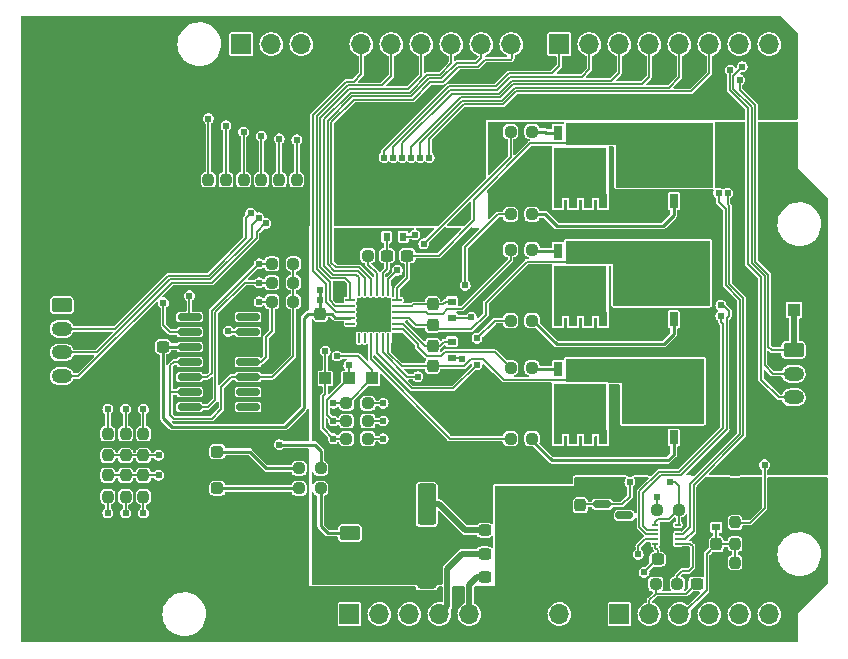
<source format=gtl>
G04 #@! TF.GenerationSoftware,KiCad,Pcbnew,(6.0.0)*
G04 #@! TF.CreationDate,2022-07-16T19:13:52+12:00*
G04 #@! TF.ProjectId,bldc_driver_fpga,626c6463-5f64-4726-9976-65725f667067,rev?*
G04 #@! TF.SameCoordinates,Original*
G04 #@! TF.FileFunction,Copper,L1,Top*
G04 #@! TF.FilePolarity,Positive*
%FSLAX46Y46*%
G04 Gerber Fmt 4.6, Leading zero omitted, Abs format (unit mm)*
G04 Created by KiCad (PCBNEW (6.0.0)) date 2022-07-16 19:13:52*
%MOMM*%
%LPD*%
G01*
G04 APERTURE LIST*
G04 Aperture macros list*
%AMRoundRect*
0 Rectangle with rounded corners*
0 $1 Rounding radius*
0 $2 $3 $4 $5 $6 $7 $8 $9 X,Y pos of 4 corners*
0 Add a 4 corners polygon primitive as box body*
4,1,4,$2,$3,$4,$5,$6,$7,$8,$9,$2,$3,0*
0 Add four circle primitives for the rounded corners*
1,1,$1+$1,$2,$3*
1,1,$1+$1,$4,$5*
1,1,$1+$1,$6,$7*
1,1,$1+$1,$8,$9*
0 Add four rect primitives between the rounded corners*
20,1,$1+$1,$2,$3,$4,$5,0*
20,1,$1+$1,$4,$5,$6,$7,0*
20,1,$1+$1,$6,$7,$8,$9,0*
20,1,$1+$1,$8,$9,$2,$3,0*%
%AMOutline5P*
0 Free polygon, 5 corners , with rotation*
0 The origin of the aperture is its center*
0 number of corners: always 5*
0 $1 to $10 corner X, Y*
0 $11 Rotation angle, in degrees counterclockwise*
0 create outline with 5 corners*
4,1,5,$1,$2,$3,$4,$5,$6,$7,$8,$9,$10,$1,$2,$11*%
%AMOutline6P*
0 Free polygon, 6 corners , with rotation*
0 The origin of the aperture is its center*
0 number of corners: always 6*
0 $1 to $12 corner X, Y*
0 $13 Rotation angle, in degrees counterclockwise*
0 create outline with 6 corners*
4,1,6,$1,$2,$3,$4,$5,$6,$7,$8,$9,$10,$11,$12,$1,$2,$13*%
%AMOutline7P*
0 Free polygon, 7 corners , with rotation*
0 The origin of the aperture is its center*
0 number of corners: always 7*
0 $1 to $14 corner X, Y*
0 $15 Rotation angle, in degrees counterclockwise*
0 create outline with 7 corners*
4,1,7,$1,$2,$3,$4,$5,$6,$7,$8,$9,$10,$11,$12,$13,$14,$1,$2,$15*%
%AMOutline8P*
0 Free polygon, 8 corners , with rotation*
0 The origin of the aperture is its center*
0 number of corners: always 8*
0 $1 to $16 corner X, Y*
0 $17 Rotation angle, in degrees counterclockwise*
0 create outline with 8 corners*
4,1,8,$1,$2,$3,$4,$5,$6,$7,$8,$9,$10,$11,$12,$13,$14,$15,$16,$1,$2,$17*%
G04 Aperture macros list end*
G04 #@! TA.AperFunction,SMDPad,CuDef*
%ADD10R,1.100000X1.100000*%
G04 #@! TD*
G04 #@! TA.AperFunction,ComponentPad*
%ADD11R,1.700000X1.700000*%
G04 #@! TD*
G04 #@! TA.AperFunction,ComponentPad*
%ADD12O,1.700000X1.700000*%
G04 #@! TD*
G04 #@! TA.AperFunction,SMDPad,CuDef*
%ADD13RoundRect,0.237500X0.250000X0.237500X-0.250000X0.237500X-0.250000X-0.237500X0.250000X-0.237500X0*%
G04 #@! TD*
G04 #@! TA.AperFunction,SMDPad,CuDef*
%ADD14RoundRect,0.237500X-0.237500X0.250000X-0.237500X-0.250000X0.237500X-0.250000X0.237500X0.250000X0*%
G04 #@! TD*
G04 #@! TA.AperFunction,SMDPad,CuDef*
%ADD15RoundRect,0.237500X0.237500X-0.300000X0.237500X0.300000X-0.237500X0.300000X-0.237500X-0.300000X0*%
G04 #@! TD*
G04 #@! TA.AperFunction,SMDPad,CuDef*
%ADD16RoundRect,0.062500X-0.325000X-0.062500X0.325000X-0.062500X0.325000X0.062500X-0.325000X0.062500X0*%
G04 #@! TD*
G04 #@! TA.AperFunction,SMDPad,CuDef*
%ADD17RoundRect,0.062500X-0.062500X-0.325000X0.062500X-0.325000X0.062500X0.325000X-0.062500X0.325000X0*%
G04 #@! TD*
G04 #@! TA.AperFunction,SMDPad,CuDef*
%ADD18R,2.450000X2.450000*%
G04 #@! TD*
G04 #@! TA.AperFunction,ComponentPad*
%ADD19C,0.625000*%
G04 #@! TD*
G04 #@! TA.AperFunction,SMDPad,CuDef*
%ADD20R,0.700000X1.200000*%
G04 #@! TD*
G04 #@! TA.AperFunction,ComponentPad*
%ADD21C,0.650000*%
G04 #@! TD*
G04 #@! TA.AperFunction,SMDPad,CuDef*
%ADD22R,4.500000X4.290000*%
G04 #@! TD*
G04 #@! TA.AperFunction,SMDPad,CuDef*
%ADD23RoundRect,0.237500X0.300000X0.237500X-0.300000X0.237500X-0.300000X-0.237500X0.300000X-0.237500X0*%
G04 #@! TD*
G04 #@! TA.AperFunction,ComponentPad*
%ADD24RoundRect,0.250000X-0.625000X0.350000X-0.625000X-0.350000X0.625000X-0.350000X0.625000X0.350000X0*%
G04 #@! TD*
G04 #@! TA.AperFunction,ComponentPad*
%ADD25O,1.750000X1.200000*%
G04 #@! TD*
G04 #@! TA.AperFunction,SMDPad,CuDef*
%ADD26RoundRect,0.237500X-0.287500X-0.237500X0.287500X-0.237500X0.287500X0.237500X-0.287500X0.237500X0*%
G04 #@! TD*
G04 #@! TA.AperFunction,SMDPad,CuDef*
%ADD27RoundRect,0.237500X-0.300000X-0.237500X0.300000X-0.237500X0.300000X0.237500X-0.300000X0.237500X0*%
G04 #@! TD*
G04 #@! TA.AperFunction,SMDPad,CuDef*
%ADD28R,0.700000X0.600000*%
G04 #@! TD*
G04 #@! TA.AperFunction,SMDPad,CuDef*
%ADD29RoundRect,0.250000X-0.550000X1.500000X-0.550000X-1.500000X0.550000X-1.500000X0.550000X1.500000X0*%
G04 #@! TD*
G04 #@! TA.AperFunction,SMDPad,CuDef*
%ADD30RoundRect,0.237500X-0.250000X-0.237500X0.250000X-0.237500X0.250000X0.237500X-0.250000X0.237500X0*%
G04 #@! TD*
G04 #@! TA.AperFunction,SMDPad,CuDef*
%ADD31RoundRect,0.237500X-0.237500X0.300000X-0.237500X-0.300000X0.237500X-0.300000X0.237500X0.300000X0*%
G04 #@! TD*
G04 #@! TA.AperFunction,SMDPad,CuDef*
%ADD32RoundRect,0.150000X-0.587500X-0.150000X0.587500X-0.150000X0.587500X0.150000X-0.587500X0.150000X0*%
G04 #@! TD*
G04 #@! TA.AperFunction,SMDPad,CuDef*
%ADD33RoundRect,0.237500X0.237500X-0.250000X0.237500X0.250000X-0.237500X0.250000X-0.237500X-0.250000X0*%
G04 #@! TD*
G04 #@! TA.AperFunction,SMDPad,CuDef*
%ADD34R,0.600000X0.700000*%
G04 #@! TD*
G04 #@! TA.AperFunction,SMDPad,CuDef*
%ADD35RoundRect,0.150000X-0.825000X-0.150000X0.825000X-0.150000X0.825000X0.150000X-0.825000X0.150000X0*%
G04 #@! TD*
G04 #@! TA.AperFunction,SMDPad,CuDef*
%ADD36R,1.000000X1.000000*%
G04 #@! TD*
G04 #@! TA.AperFunction,SMDPad,CuDef*
%ADD37RoundRect,0.050000X0.200000X0.050000X-0.200000X0.050000X-0.200000X-0.050000X0.200000X-0.050000X0*%
G04 #@! TD*
G04 #@! TA.AperFunction,SMDPad,CuDef*
%ADD38Outline5P,-0.450000X0.480000X-0.180000X0.750000X0.450000X0.750000X0.450000X-0.750000X-0.450000X-0.750000X180.000000*%
G04 #@! TD*
G04 #@! TA.AperFunction,ViaPad*
%ADD39C,0.609600*%
G04 #@! TD*
G04 #@! TA.AperFunction,Conductor*
%ADD40C,0.508000*%
G04 #@! TD*
G04 #@! TA.AperFunction,Conductor*
%ADD41C,0.254000*%
G04 #@! TD*
G04 #@! TA.AperFunction,Conductor*
%ADD42C,0.152400*%
G04 #@! TD*
G04 APERTURE END LIST*
D10*
X125600000Y-40600000D03*
X125600000Y-37800000D03*
D11*
X87947500Y-66357500D03*
D12*
X90487500Y-66357500D03*
X93027500Y-66357500D03*
X95567500Y-66357500D03*
X98107500Y-66357500D03*
X100647500Y-66357500D03*
X103187500Y-66357500D03*
X105727500Y-66357500D03*
D11*
X78796000Y-18100000D03*
D12*
X81336000Y-18100000D03*
X83876000Y-18100000D03*
X86416000Y-18100000D03*
X88956000Y-18100000D03*
X91496000Y-18100000D03*
X94036000Y-18100000D03*
X96576000Y-18100000D03*
X99116000Y-18100000D03*
X101656000Y-18100000D03*
D11*
X105720000Y-18100000D03*
D12*
X108260000Y-18100000D03*
X110800000Y-18100000D03*
X113340000Y-18100000D03*
X115880000Y-18100000D03*
X118420000Y-18100000D03*
X120960000Y-18100000D03*
X123500000Y-18100000D03*
D11*
X110807500Y-66357500D03*
D12*
X113347500Y-66357500D03*
X115887500Y-66357500D03*
X118427500Y-66357500D03*
X120967500Y-66357500D03*
X123507500Y-66357500D03*
D13*
X103412500Y-41500000D03*
X101587500Y-41500000D03*
D14*
X70500000Y-54587500D03*
X70500000Y-56412500D03*
D15*
X95000000Y-41862500D03*
X95000000Y-40137500D03*
D16*
X88012500Y-39750000D03*
X88012500Y-40250000D03*
X88012500Y-40750000D03*
X88012500Y-41250000D03*
X88012500Y-41750000D03*
X88012500Y-42250000D03*
D17*
X88750000Y-42987500D03*
X89250000Y-42987500D03*
X89750000Y-42987500D03*
X90250000Y-42987500D03*
X90750000Y-42987500D03*
X91250000Y-42987500D03*
D16*
X91987500Y-42250000D03*
X91987500Y-41750000D03*
X91987500Y-41250000D03*
X91987500Y-40750000D03*
X91987500Y-40250000D03*
X91987500Y-39750000D03*
D17*
X91250000Y-39012500D03*
X90750000Y-39012500D03*
X90250000Y-39012500D03*
X89750000Y-39012500D03*
X89250000Y-39012500D03*
X88750000Y-39012500D03*
D18*
X90000000Y-41000000D03*
D19*
X90000000Y-41975000D03*
X90975000Y-41000000D03*
X90000000Y-40025000D03*
X90975000Y-41975000D03*
X89025000Y-41000000D03*
X89025000Y-40025000D03*
X89025000Y-41975000D03*
X90000000Y-41000000D03*
X90975000Y-40025000D03*
D13*
X103412500Y-25500000D03*
X101587500Y-25500000D03*
D20*
X106859988Y-25599994D03*
X109409988Y-25599994D03*
X108139988Y-25599994D03*
X105589988Y-25599994D03*
D21*
X105699988Y-27299994D03*
X109299988Y-27299994D03*
X108099988Y-30799994D03*
X106899988Y-27299994D03*
X108099988Y-28499994D03*
X108099988Y-29699994D03*
X108099988Y-27299994D03*
D20*
X106859988Y-31399994D03*
D21*
X106899988Y-28499994D03*
X106899988Y-29699994D03*
X109299988Y-29699994D03*
X109299988Y-30799994D03*
D22*
X107499988Y-28999994D03*
D20*
X109409988Y-31399994D03*
D21*
X105699988Y-29699994D03*
X106899988Y-30799994D03*
D20*
X108139988Y-31399994D03*
X105589988Y-31399994D03*
D21*
X109299988Y-28499994D03*
X105699988Y-28499994D03*
X105699988Y-30799994D03*
D13*
X85512500Y-54000000D03*
X83687500Y-54000000D03*
X89512500Y-48500000D03*
X87687500Y-48500000D03*
D23*
X101112500Y-63250000D03*
X99387500Y-63250000D03*
D24*
X125550000Y-44000000D03*
D25*
X125550000Y-46000000D03*
X125550000Y-48000000D03*
D14*
X69000000Y-54587500D03*
X69000000Y-56412500D03*
D26*
X75025000Y-55700000D03*
X76775000Y-55700000D03*
D27*
X114037500Y-61700000D03*
X115762500Y-61700000D03*
D14*
X69000000Y-51087500D03*
X69000000Y-52912500D03*
D24*
X88000000Y-59500000D03*
D25*
X88000000Y-61500000D03*
D28*
X96600000Y-43300000D03*
X96600000Y-44700000D03*
D13*
X103412500Y-45500000D03*
X101587500Y-45500000D03*
D29*
X94500000Y-57050000D03*
X94500000Y-62450000D03*
D30*
X81387500Y-36700000D03*
X83212500Y-36700000D03*
D27*
X117337500Y-63800000D03*
X119062500Y-63800000D03*
D30*
X81387500Y-38300000D03*
X83212500Y-38300000D03*
D14*
X70500000Y-51087500D03*
X70500000Y-52912500D03*
D20*
X114140000Y-41400000D03*
X111590000Y-41400000D03*
X112860000Y-41400000D03*
X115410000Y-41400000D03*
X112860000Y-35600000D03*
X115410000Y-35600000D03*
D22*
X113500000Y-38000000D03*
D20*
X111590000Y-35600000D03*
X114140000Y-35600000D03*
D31*
X87500000Y-32637500D03*
X87500000Y-34362500D03*
D23*
X72162500Y-43700000D03*
X70437500Y-43700000D03*
D20*
X108140000Y-45600000D03*
X106860000Y-45600000D03*
X109410000Y-45600000D03*
X105590000Y-45600000D03*
D21*
X106900000Y-50800000D03*
X108100000Y-49700000D03*
D20*
X105590000Y-51400000D03*
X109410000Y-51400000D03*
D21*
X105700000Y-48500000D03*
X108100000Y-50800000D03*
X108100000Y-47300000D03*
X108100000Y-48500000D03*
D22*
X107500000Y-49000000D03*
D21*
X109300000Y-47300000D03*
X106900000Y-48500000D03*
X109300000Y-49700000D03*
D20*
X108140000Y-51400000D03*
D21*
X106900000Y-47300000D03*
X105700000Y-47300000D03*
X105700000Y-49700000D03*
X109300000Y-48500000D03*
X109300000Y-50800000D03*
X105700000Y-50800000D03*
D20*
X106860000Y-51400000D03*
D21*
X106900000Y-49700000D03*
D32*
X109362500Y-57050000D03*
X109362500Y-58950000D03*
X111237500Y-58000000D03*
D13*
X85512500Y-55700000D03*
X83687500Y-55700000D03*
D23*
X101112500Y-59250000D03*
X99387500Y-59250000D03*
D15*
X95000000Y-45362500D03*
X95000000Y-43637500D03*
D13*
X89512500Y-50000000D03*
X87687500Y-50000000D03*
D33*
X82000000Y-31412500D03*
X82000000Y-29587500D03*
D13*
X103412500Y-35500000D03*
X101587500Y-35500000D03*
X89512500Y-36000000D03*
X87687500Y-36000000D03*
D34*
X91100000Y-34400000D03*
X92500000Y-34400000D03*
D14*
X67500000Y-54587500D03*
X67500000Y-56412500D03*
D13*
X103412500Y-51500000D03*
X101587500Y-51500000D03*
D23*
X92862500Y-36000000D03*
X91137500Y-36000000D03*
D13*
X89512500Y-51500000D03*
X87687500Y-51500000D03*
D30*
X113987500Y-57500000D03*
X115812500Y-57500000D03*
D28*
X96600000Y-39900000D03*
X96600000Y-41300000D03*
D33*
X77500000Y-31412500D03*
X77500000Y-29587500D03*
D23*
X101112500Y-61250000D03*
X99387500Y-61250000D03*
D35*
X74425000Y-41190000D03*
X74425000Y-42460000D03*
X74425000Y-43730000D03*
X74425000Y-45000000D03*
X74425000Y-46270000D03*
X74425000Y-47540000D03*
X74425000Y-48810000D03*
X79375000Y-48810000D03*
X79375000Y-47540000D03*
X79375000Y-46270000D03*
X79375000Y-45000000D03*
X79375000Y-43730000D03*
X79375000Y-42460000D03*
X79375000Y-41190000D03*
D15*
X120600000Y-55862500D03*
X120600000Y-54137500D03*
D13*
X103412500Y-32500000D03*
X101587500Y-32500000D03*
D14*
X120600000Y-58587500D03*
X120600000Y-60412500D03*
D33*
X80500000Y-31412500D03*
X80500000Y-29587500D03*
X83500000Y-31412500D03*
X83500000Y-29587500D03*
D20*
X109410000Y-35600000D03*
X106860000Y-35600000D03*
X108140000Y-35600000D03*
X105590000Y-35600000D03*
D21*
X108100000Y-38500000D03*
X108100000Y-39700000D03*
X105700000Y-40800000D03*
X105700000Y-37300000D03*
D20*
X105590000Y-41400000D03*
X106860000Y-41400000D03*
D21*
X109300000Y-39700000D03*
X106900000Y-39700000D03*
X105700000Y-38500000D03*
D22*
X107500000Y-39000000D03*
D21*
X109300000Y-38500000D03*
X105700000Y-39700000D03*
X109300000Y-37300000D03*
X106900000Y-38500000D03*
X108100000Y-40800000D03*
X106900000Y-37300000D03*
D20*
X109410000Y-41400000D03*
X108140000Y-41400000D03*
D21*
X109300000Y-40800000D03*
X108100000Y-37300000D03*
X106900000Y-40800000D03*
D36*
X89900000Y-46400000D03*
D20*
X112860000Y-31400000D03*
X114140000Y-31400000D03*
X111590000Y-31400000D03*
X115410000Y-31400000D03*
X114140000Y-25600000D03*
D22*
X113500000Y-28000000D03*
D20*
X115410000Y-25600000D03*
X111590000Y-25600000D03*
X112860000Y-25600000D03*
D31*
X107500000Y-57137500D03*
X107500000Y-58862500D03*
D13*
X115712500Y-63800000D03*
X113887500Y-63800000D03*
D24*
X63600000Y-40200000D03*
D25*
X63600000Y-42200000D03*
X63600000Y-44200000D03*
X63600000Y-46200000D03*
X63600000Y-48200000D03*
D33*
X76000000Y-31412500D03*
X76000000Y-29587500D03*
D14*
X120600000Y-61987500D03*
X120600000Y-63812500D03*
D31*
X119000000Y-60437500D03*
X119000000Y-62162500D03*
D28*
X119000000Y-59000000D03*
X119000000Y-57600000D03*
D33*
X79000000Y-31412500D03*
X79000000Y-29587500D03*
D37*
X115750000Y-60400000D03*
X115750000Y-60000000D03*
X115750000Y-59600000D03*
X115750000Y-59200000D03*
X115750000Y-58800000D03*
X113850000Y-58800000D03*
X113850000Y-59200000D03*
X113850000Y-59600000D03*
X113850000Y-60000000D03*
X113850000Y-60400000D03*
D38*
X114800000Y-59600000D03*
D36*
X85900000Y-46400000D03*
D31*
X85500000Y-40937500D03*
X85500000Y-42662500D03*
D13*
X83212500Y-39900000D03*
X81387500Y-39900000D03*
D36*
X87900000Y-46400000D03*
D26*
X75025000Y-52600000D03*
X76775000Y-52600000D03*
D14*
X67500000Y-51087500D03*
X67500000Y-52912500D03*
D20*
X111590000Y-51400000D03*
X114140000Y-51400000D03*
X112860000Y-51400000D03*
X115410000Y-51400000D03*
X114140000Y-45600000D03*
D22*
X113500000Y-48000000D03*
D20*
X112860000Y-45600000D03*
X115410000Y-45600000D03*
X111590000Y-45600000D03*
D39*
X97600000Y-32600000D03*
X86900000Y-38700000D03*
X95100000Y-46700000D03*
X92500000Y-44300000D03*
X74400000Y-32700000D03*
X73500000Y-54100000D03*
X87500000Y-30100000D03*
X81700000Y-43700000D03*
X75500000Y-39500000D03*
X68800000Y-43700000D03*
X75500000Y-36500000D03*
X75400000Y-32700000D03*
X121900000Y-55800000D03*
X116900000Y-52300000D03*
X118900000Y-47300000D03*
X100500000Y-27000000D03*
X118800000Y-49600000D03*
X113500000Y-52750000D03*
X94500000Y-61500000D03*
X121100000Y-52400000D03*
X112500000Y-42750000D03*
X118900000Y-44600000D03*
X121900000Y-43600000D03*
X111500000Y-52750000D03*
X121900000Y-40000000D03*
X114500000Y-52750000D03*
X121900000Y-49500000D03*
X121900000Y-54000000D03*
X89750000Y-34500000D03*
X111500000Y-42750000D03*
X118900000Y-42300000D03*
X121900000Y-41600000D03*
X114500000Y-32500000D03*
X89000000Y-34500000D03*
X94500000Y-63500000D03*
X113500000Y-32500000D03*
X121900000Y-46800000D03*
X113500000Y-42750000D03*
X112500000Y-52750000D03*
X112500000Y-32500000D03*
X114500000Y-42750000D03*
X121900000Y-51000000D03*
X86700000Y-42700000D03*
X111500000Y-32500000D03*
X118300000Y-50800000D03*
X121900000Y-45400000D03*
X94500000Y-62500000D03*
X94500000Y-57050000D03*
X85462780Y-38900000D03*
X94500000Y-58000000D03*
X98282900Y-41236760D03*
X85462780Y-39747696D03*
X97498182Y-44748182D03*
X94500000Y-56000000D03*
X93500000Y-34250000D03*
X123100000Y-53700000D03*
X71800000Y-54600000D03*
X82000000Y-52000000D03*
X112900000Y-62800000D03*
X71800000Y-52900000D03*
X114000000Y-56400000D03*
X119200000Y-30700000D03*
X118000000Y-27000000D03*
X118000000Y-27750000D03*
X117250000Y-27750000D03*
X117250000Y-27000000D03*
X117250000Y-26250000D03*
X118000000Y-26250000D03*
X118000000Y-36750000D03*
X117250000Y-36750000D03*
X119400000Y-40200000D03*
X118000000Y-35250000D03*
X117250000Y-35250000D03*
X117250000Y-36000000D03*
X118000000Y-36000000D03*
X92000000Y-37250000D03*
X94250000Y-35000000D03*
X93750000Y-46250000D03*
X97750000Y-38500000D03*
X98750000Y-43000000D03*
X98750000Y-45250000D03*
X112400000Y-61300000D03*
X90800000Y-51500000D03*
X121000000Y-21100000D03*
X119961503Y-30700000D03*
X119400000Y-41100000D03*
X90800000Y-48500000D03*
X121200000Y-20000000D03*
X111700000Y-55200000D03*
X115100000Y-55200000D03*
X120200000Y-20300000D03*
X116750000Y-49250000D03*
X90800000Y-50000000D03*
X117500000Y-48500000D03*
X116750000Y-48500000D03*
X117500000Y-47750000D03*
X117500000Y-49250000D03*
X116750000Y-47750000D03*
X70500000Y-57800000D03*
X93176994Y-27700000D03*
X79600000Y-32400000D03*
X93938497Y-27700000D03*
X69000000Y-57800000D03*
X80284231Y-32786703D03*
X80866392Y-33277595D03*
X67500000Y-57800000D03*
X94700000Y-27700000D03*
X70500000Y-49000000D03*
X77700000Y-42400000D03*
X92400000Y-27700000D03*
X69000000Y-49000000D03*
X91638497Y-27700000D03*
X74400000Y-39400000D03*
X90876994Y-27700000D03*
X72200000Y-40000000D03*
X67500000Y-49000000D03*
X80300000Y-36700000D03*
X86600000Y-51500000D03*
X85900000Y-44100000D03*
X80500000Y-25900000D03*
X82000000Y-26100000D03*
X83500000Y-26200000D03*
X76000000Y-24400000D03*
X77500000Y-25000000D03*
X79000000Y-25532900D03*
X86900000Y-44500000D03*
X86600000Y-48500000D03*
X80300000Y-38300000D03*
X87900000Y-45300000D03*
X80300000Y-39900000D03*
X86600000Y-50000000D03*
D40*
X125600000Y-43950000D02*
X125550000Y-44000000D01*
X125600000Y-40600000D02*
X125600000Y-43950000D01*
X95550000Y-57050000D02*
X94500000Y-57050000D01*
D41*
X85500000Y-39784916D02*
X85462780Y-39747696D01*
X88000000Y-59500000D02*
X86100000Y-59500000D01*
X86437500Y-40937500D02*
X85500000Y-40937500D01*
D42*
X96600000Y-41300000D02*
X98219660Y-41300000D01*
D41*
X82500000Y-50500000D02*
X84100000Y-48900000D01*
X72162500Y-43700000D02*
X72162500Y-49762500D01*
D42*
X120612500Y-58600000D02*
X121900000Y-58600000D01*
X93350000Y-34400000D02*
X93500000Y-34250000D01*
D41*
X84100000Y-48900000D02*
X84100000Y-41300000D01*
X86100000Y-59500000D02*
X85512500Y-58912500D01*
X84462500Y-40937500D02*
X85500000Y-40937500D01*
D40*
X97750000Y-59250000D02*
X95550000Y-57050000D01*
D41*
X86750000Y-41250000D02*
X86437500Y-40937500D01*
X85500000Y-40937500D02*
X85500000Y-39784916D01*
D42*
X96600000Y-44700000D02*
X97450000Y-44700000D01*
D41*
X72162500Y-49762500D02*
X72900000Y-50500000D01*
D42*
X121900000Y-58600000D02*
X123100000Y-57400000D01*
D40*
X99387500Y-59250000D02*
X97750000Y-59250000D01*
D42*
X123100000Y-57400000D02*
X123100000Y-53700000D01*
D41*
X72900000Y-50500000D02*
X82500000Y-50500000D01*
D42*
X92500000Y-34400000D02*
X93350000Y-34400000D01*
X97450000Y-44700000D02*
X97498182Y-44748182D01*
D41*
X85512500Y-58912500D02*
X85512500Y-55700000D01*
X72162500Y-43700000D02*
X74395000Y-43700000D01*
X84100000Y-41300000D02*
X84462500Y-40937500D01*
X85462780Y-39747696D02*
X85462780Y-38900000D01*
X88012500Y-41250000D02*
X86750000Y-41250000D01*
D42*
X98219660Y-41300000D02*
X98282900Y-41236760D01*
X113887500Y-64612500D02*
X113347500Y-65152500D01*
X117300000Y-63800000D02*
X116487500Y-64612500D01*
X116487500Y-64612500D02*
X113887500Y-64612500D01*
X113887500Y-63800000D02*
X113887500Y-64612500D01*
X113347500Y-65152500D02*
X113347500Y-66357500D01*
D40*
X98750000Y-63250000D02*
X99387500Y-63250000D01*
X98107500Y-66357500D02*
X98107500Y-63892500D01*
X98107500Y-63892500D02*
X98750000Y-63250000D01*
X96250000Y-62500000D02*
X96250000Y-65675000D01*
D42*
X67500000Y-54587500D02*
X71787500Y-54587500D01*
X114037500Y-61700000D02*
X114037500Y-60937500D01*
X113987500Y-57500000D02*
X113987500Y-56412500D01*
X67500000Y-52912500D02*
X71787500Y-52912500D01*
X71787500Y-54587500D02*
X71800000Y-54600000D01*
D41*
X85000000Y-52000000D02*
X82000000Y-52000000D01*
D42*
X113850000Y-60750000D02*
X113850000Y-60400000D01*
X113987500Y-56412500D02*
X114000000Y-56400000D01*
D40*
X99387500Y-61250000D02*
X97500000Y-61250000D01*
D41*
X85512500Y-52512500D02*
X85000000Y-52000000D01*
X85512500Y-54000000D02*
X85512500Y-52512500D01*
D40*
X96250000Y-65675000D02*
X95567500Y-66357500D01*
X97500000Y-61250000D02*
X96250000Y-62500000D01*
D42*
X71787500Y-52912500D02*
X71800000Y-52900000D01*
X114037500Y-60937500D02*
X113850000Y-60750000D01*
X112900000Y-62800000D02*
X114000000Y-61700000D01*
X118200000Y-64300000D02*
X116142500Y-66357500D01*
X118200000Y-61237500D02*
X118200000Y-64300000D01*
X120600000Y-60412500D02*
X119025000Y-60412500D01*
X120600000Y-60412500D02*
X120600000Y-61987500D01*
X119000000Y-60437500D02*
X118200000Y-61237500D01*
X119000000Y-60437500D02*
X119000000Y-59000000D01*
X90750000Y-37500000D02*
X91137500Y-37112500D01*
X91137500Y-37112500D02*
X91137500Y-36000000D01*
X91100000Y-34400000D02*
X91100000Y-35962500D01*
X90750000Y-39012500D02*
X90750000Y-37500000D01*
X103250000Y-26500000D02*
X106500000Y-26500000D01*
X120995680Y-51104320D02*
X120995680Y-39726054D01*
X119200000Y-31500000D02*
X119200000Y-30700000D01*
X92862500Y-37887500D02*
X92862500Y-36000000D01*
X119795680Y-32095680D02*
X119200000Y-31500000D01*
X98500000Y-33000000D02*
X98500000Y-31250000D01*
X95500000Y-36000000D02*
X98500000Y-33000000D01*
X116200000Y-59600000D02*
X116800000Y-59000000D01*
X98500000Y-31250000D02*
X103250000Y-26500000D01*
X120995680Y-39726054D02*
X119795680Y-38526053D01*
X91987500Y-38762500D02*
X92862500Y-37887500D01*
X116800000Y-55300000D02*
X120995680Y-51104320D01*
X116800000Y-59000000D02*
X116800000Y-55300000D01*
X91987500Y-39750000D02*
X91987500Y-38762500D01*
X115750000Y-59600000D02*
X116200000Y-59600000D01*
X92862500Y-36000000D02*
X95500000Y-36000000D01*
X119795680Y-38526053D02*
X119795680Y-32095680D01*
X95862500Y-40137500D02*
X96100000Y-39900000D01*
X95000000Y-40137500D02*
X95862500Y-40137500D01*
X93362500Y-40137500D02*
X93250000Y-40250000D01*
X96100000Y-39900000D02*
X96600000Y-39900000D01*
X93250000Y-40250000D02*
X91987500Y-40250000D01*
X95000000Y-40137500D02*
X93362500Y-40137500D01*
X112804320Y-56095680D02*
X114300000Y-54600000D01*
X93612500Y-41862500D02*
X93000000Y-41250000D01*
X113850000Y-59200000D02*
X113130374Y-59200000D01*
X93000000Y-41250000D02*
X91987500Y-41250000D01*
X119900000Y-50700000D02*
X119900000Y-41300000D01*
X120100000Y-41100000D02*
X120100000Y-40700000D01*
X95387500Y-42250000D02*
X98250000Y-42250000D01*
X98250000Y-42250000D02*
X99500000Y-41000000D01*
X112804320Y-58873946D02*
X112804320Y-56095680D01*
X103000000Y-36500000D02*
X106750000Y-36500000D01*
X120100000Y-40700000D02*
X119600000Y-40200000D01*
X114300000Y-54600000D02*
X116000000Y-54600000D01*
X116000000Y-54600000D02*
X119900000Y-50700000D01*
X99500000Y-40000000D02*
X103000000Y-36500000D01*
X95000000Y-41862500D02*
X93612500Y-41862500D01*
X119900000Y-41300000D02*
X120100000Y-41100000D01*
X95000000Y-41862500D02*
X95387500Y-42250000D01*
X119600000Y-40200000D02*
X119400000Y-40200000D01*
X113130374Y-59200000D02*
X112804320Y-58873946D01*
X99500000Y-41000000D02*
X99500000Y-40000000D01*
X94387500Y-43637500D02*
X92500000Y-41750000D01*
X96600000Y-43300000D02*
X95950000Y-43300000D01*
X95612500Y-43637500D02*
X95000000Y-43637500D01*
X95950000Y-43300000D02*
X95612500Y-43637500D01*
X92500000Y-41750000D02*
X91987500Y-41750000D01*
X95000000Y-43637500D02*
X94387500Y-43637500D01*
X90250000Y-37500000D02*
X89512500Y-36762500D01*
X89512500Y-36762500D02*
X89512500Y-36000000D01*
X90250000Y-39012500D02*
X90250000Y-37500000D01*
X91250000Y-39012500D02*
X91250000Y-38000000D01*
X94250000Y-35000000D02*
X101587500Y-27662500D01*
X101587500Y-27662500D02*
X101587500Y-25500000D01*
X91250000Y-38000000D02*
X92000000Y-37250000D01*
X94416514Y-40750000D02*
X94569634Y-40903120D01*
X94569634Y-40903120D02*
X95846880Y-40903120D01*
X97500000Y-40500000D02*
X101587500Y-36412500D01*
X95846880Y-40903120D02*
X96250000Y-40500000D01*
X101587500Y-36412500D02*
X101587500Y-35500000D01*
X91987500Y-40750000D02*
X94416514Y-40750000D01*
X96250000Y-40500000D02*
X97500000Y-40500000D01*
X100259389Y-44171889D02*
X96021889Y-44171889D01*
X96021889Y-44171889D02*
X95693778Y-44500000D01*
X95693778Y-44500000D02*
X94500000Y-44500000D01*
X94500000Y-44500000D02*
X93750000Y-43750000D01*
X101587500Y-45500000D02*
X100259389Y-44171889D01*
X93750000Y-43500000D02*
X92500000Y-42250000D01*
X92500000Y-42250000D02*
X91987500Y-42250000D01*
X93750000Y-43750000D02*
X93750000Y-43500000D01*
X90750000Y-42987500D02*
X90750000Y-44180374D01*
X97750000Y-35250000D02*
X100500000Y-32500000D01*
X90750000Y-44180374D02*
X92819626Y-46250000D01*
X93500000Y-46250000D02*
X93750000Y-46250000D01*
X100500000Y-32500000D02*
X101587500Y-32500000D01*
X97750000Y-38500000D02*
X97750000Y-35250000D01*
X92819626Y-46250000D02*
X93500000Y-46250000D01*
X98750000Y-45250000D02*
X96750000Y-47250000D01*
X100250000Y-41500000D02*
X98750000Y-43000000D01*
X96750000Y-47250000D02*
X93250000Y-47250000D01*
X90250000Y-44250000D02*
X90250000Y-42987500D01*
X101587500Y-41500000D02*
X100250000Y-41500000D01*
X93250000Y-47250000D02*
X90250000Y-44250000D01*
X89750000Y-44750000D02*
X89750000Y-42987500D01*
X101587500Y-51500000D02*
X96500000Y-51500000D01*
X96500000Y-51500000D02*
X89750000Y-44750000D01*
X115712500Y-63087500D02*
X116100000Y-62700000D01*
X117000000Y-62400000D02*
X117000000Y-60600000D01*
X115712500Y-63800000D02*
X115712500Y-63087500D01*
X116700000Y-62700000D02*
X117000000Y-62400000D01*
X116100000Y-62700000D02*
X116700000Y-62700000D01*
X116800000Y-60400000D02*
X115750000Y-60400000D01*
X117000000Y-60600000D02*
X116800000Y-60400000D01*
X112400000Y-60600000D02*
X113000000Y-60000000D01*
X113000000Y-60000000D02*
X113850000Y-60000000D01*
X112400000Y-61300000D02*
X112400000Y-60600000D01*
X116400000Y-60000000D02*
X117104320Y-59295680D01*
X123700000Y-44000000D02*
X125550000Y-44000000D01*
X121000000Y-21100000D02*
X121000000Y-21969626D01*
X121000000Y-21969626D02*
X122300000Y-23269626D01*
X123400000Y-37600000D02*
X123400000Y-43700000D01*
X119961503Y-31661503D02*
X119961503Y-30700000D01*
X117104320Y-55426054D02*
X121300000Y-51230374D01*
X121300000Y-39600000D02*
X120100000Y-38400000D01*
X122300000Y-36500000D02*
X123400000Y-37600000D01*
X122300000Y-23269626D02*
X122300000Y-36500000D01*
X115750000Y-60000000D02*
X116400000Y-60000000D01*
X120100000Y-38400000D02*
X120100000Y-31800000D01*
X117104320Y-59295680D02*
X117104320Y-55426054D01*
X120100000Y-31800000D02*
X119961503Y-31661503D01*
X121300000Y-51230374D02*
X121300000Y-39600000D01*
X89512500Y-51500000D02*
X90800000Y-51500000D01*
X123400000Y-43700000D02*
X123700000Y-44000000D01*
X119595680Y-41795680D02*
X119400000Y-41600000D01*
X113100000Y-59600000D02*
X112500000Y-59000000D01*
X114173947Y-54295680D02*
X115873946Y-54295680D01*
X121200000Y-20000000D02*
X121200000Y-20053651D01*
X121995680Y-23395680D02*
X121995680Y-36626053D01*
X112500000Y-55969626D02*
X114173947Y-54295680D01*
X115873946Y-54295680D02*
X119595680Y-50573946D01*
X112500000Y-59000000D02*
X112500000Y-55969626D01*
X120467089Y-20786562D02*
X120467089Y-21867089D01*
X121200000Y-20053651D02*
X120467089Y-20786562D01*
X123095680Y-45295680D02*
X123800000Y-46000000D01*
X123095680Y-37726054D02*
X123095680Y-45295680D01*
X119595680Y-50573946D02*
X119595680Y-41795680D01*
X120467089Y-21867089D02*
X121995680Y-23395680D01*
X121995680Y-36626053D02*
X123095680Y-37726054D01*
X89512500Y-48500000D02*
X90800000Y-48500000D01*
X123800000Y-46000000D02*
X125550000Y-46000000D01*
X113850000Y-59600000D02*
X113100000Y-59600000D01*
X119400000Y-41600000D02*
X119400000Y-41100000D01*
X115812500Y-55512500D02*
X115812500Y-57500000D01*
X115000000Y-58300000D02*
X114100000Y-58300000D01*
X113850000Y-58550000D02*
X113850000Y-58800000D01*
X115812500Y-57500000D02*
X115812500Y-58737500D01*
X115812500Y-58737500D02*
X115750000Y-58800000D01*
X109362500Y-57050000D02*
X107587500Y-57050000D01*
X109362500Y-57050000D02*
X111050000Y-57050000D01*
X115100000Y-55200000D02*
X115500000Y-55200000D01*
X115800000Y-57500000D02*
X115000000Y-58300000D01*
X111050000Y-57050000D02*
X111700000Y-56400000D01*
X111700000Y-56400000D02*
X111700000Y-55200000D01*
X115500000Y-55200000D02*
X115812500Y-55512500D01*
X114100000Y-58300000D02*
X113850000Y-58550000D01*
X120162769Y-21993143D02*
X121691360Y-23521734D01*
X122791360Y-46491360D02*
X124300000Y-48000000D01*
X120162769Y-20337231D02*
X120162769Y-21993143D01*
X120200000Y-20300000D02*
X120162769Y-20337231D01*
X101000000Y-46500000D02*
X106500000Y-46500000D01*
X95000000Y-45362500D02*
X92362500Y-45362500D01*
X122791360Y-37852108D02*
X122791360Y-46491360D01*
X124300000Y-48000000D02*
X125550000Y-48000000D01*
X89512500Y-50000000D02*
X90800000Y-50000000D01*
X92362500Y-45362500D02*
X91250000Y-44250000D01*
X121691360Y-36752106D02*
X122791360Y-37852108D01*
X98282911Y-44717089D02*
X99217089Y-44717089D01*
X121691360Y-23521734D02*
X121691360Y-36752106D01*
X97637500Y-45362500D02*
X98282911Y-44717089D01*
X91250000Y-44250000D02*
X91250000Y-42987500D01*
X99217089Y-44717089D02*
X101000000Y-46500000D01*
X95000000Y-45362500D02*
X97637500Y-45362500D01*
X93176994Y-27700000D02*
X93176994Y-26771137D01*
X112712960Y-21487040D02*
X113340000Y-20860000D01*
X68100000Y-42200000D02*
X72608640Y-37691360D01*
X97361091Y-22587040D02*
X100721838Y-22587040D01*
X76047892Y-37691360D02*
X79200000Y-34539252D01*
X100721838Y-22587040D02*
X101821841Y-21487040D01*
X93176994Y-26771137D02*
X97361091Y-22587040D01*
X72608640Y-37691360D02*
X76047892Y-37691360D01*
X70500000Y-56412500D02*
X70500000Y-57800000D01*
X101821841Y-21487040D02*
X112712960Y-21487040D01*
X79200000Y-34539252D02*
X79200000Y-32800000D01*
X113340000Y-20860000D02*
X113340000Y-18100000D01*
X79200000Y-32800000D02*
X79600000Y-32400000D01*
X63750000Y-42200000D02*
X68100000Y-42200000D01*
X79700000Y-34469626D02*
X79700000Y-33370934D01*
X115008640Y-21791360D02*
X115880000Y-20920000D01*
X63750000Y-44200000D02*
X66569626Y-44200000D01*
X101947894Y-21791360D02*
X115008640Y-21791360D01*
X72773947Y-37995680D02*
X76173946Y-37995680D01*
X93938497Y-27700000D02*
X93938497Y-26440008D01*
X93938497Y-26440008D02*
X97487144Y-22891360D01*
X100847892Y-22891360D02*
X101947894Y-21791360D01*
X79700000Y-33370934D02*
X80284231Y-32786703D01*
X97487144Y-22891360D02*
X100847892Y-22891360D01*
X69000000Y-56412500D02*
X69000000Y-57800000D01*
X115880000Y-20920000D02*
X115880000Y-18100000D01*
X66569626Y-44200000D02*
X72773947Y-37995680D01*
X76173946Y-37995680D02*
X79700000Y-34469626D01*
X65000000Y-46200000D02*
X72900000Y-38300000D01*
X94700000Y-26108879D02*
X97613201Y-23195680D01*
X102073947Y-22095680D02*
X116904320Y-22095680D01*
X94700000Y-27700000D02*
X94700000Y-26108879D01*
X76300000Y-38300000D02*
X80100000Y-34500000D01*
X67500000Y-56412500D02*
X67500000Y-57800000D01*
X80822405Y-33277595D02*
X80866392Y-33277595D01*
X97613201Y-23195680D02*
X100973946Y-23195680D01*
X100973946Y-23195680D02*
X102073947Y-22095680D01*
X63750000Y-46200000D02*
X65000000Y-46200000D01*
X80100000Y-34000000D02*
X80822405Y-33277595D01*
X72900000Y-38300000D02*
X76300000Y-38300000D01*
X80100000Y-34500000D02*
X80100000Y-34000000D01*
X116904320Y-22095680D02*
X118420000Y-20580000D01*
X118420000Y-20580000D02*
X118420000Y-18100000D01*
X92400000Y-26500000D02*
X96617280Y-22282720D01*
X96617280Y-22282720D02*
X100595785Y-22282720D01*
X92400000Y-27700000D02*
X92400000Y-26500000D01*
X70500000Y-51087500D02*
X70500000Y-49000000D01*
X100595785Y-22282720D02*
X101695786Y-21182721D01*
X110117280Y-21182720D02*
X110800000Y-20500000D01*
X101695786Y-21182721D02*
X110117280Y-21182720D01*
X77760000Y-42460000D02*
X77700000Y-42400000D01*
X79375000Y-42460000D02*
X77760000Y-42460000D01*
X110800000Y-20500000D02*
X110800000Y-18100000D01*
X101569733Y-20878401D02*
X107621599Y-20878401D01*
X91638497Y-26831130D02*
X96491227Y-21978400D01*
X107621599Y-20878401D02*
X108260000Y-20240000D01*
X74400000Y-41165000D02*
X74400000Y-39400000D01*
X91638497Y-27700000D02*
X91638497Y-26831130D01*
X108260000Y-20240000D02*
X108260000Y-18100000D01*
X69000000Y-51087500D02*
X69000000Y-49000000D01*
X96491227Y-21978400D02*
X100469731Y-21978400D01*
X100469731Y-21978400D02*
X101569733Y-20878401D01*
X72200000Y-41900000D02*
X72760000Y-42460000D01*
X100343678Y-21674080D02*
X101443680Y-20574081D01*
X105125919Y-20574081D02*
X105720000Y-19980000D01*
X101443680Y-20574081D02*
X105125919Y-20574081D01*
X72200000Y-41900000D02*
X72200000Y-40000000D01*
X74425000Y-42460000D02*
X72760000Y-42460000D01*
X67500000Y-51087500D02*
X67500000Y-49000000D01*
X90876994Y-27700000D02*
X90876994Y-27162259D01*
X90876994Y-27162259D02*
X96365174Y-21674080D01*
X96365174Y-21674080D02*
X100343678Y-21674080D01*
X105720000Y-19980000D02*
X105720000Y-18100000D01*
D41*
X105590000Y-25600000D02*
X104600000Y-25600000D01*
X104500000Y-25500000D02*
X103412500Y-25500000D01*
X104600000Y-25600000D02*
X104500000Y-25500000D01*
X114500000Y-33500000D02*
X105500000Y-33500000D01*
X115410000Y-32590000D02*
X114500000Y-33500000D01*
X105500000Y-33500000D02*
X104500000Y-32500000D01*
X104500000Y-32500000D02*
X103412500Y-32500000D01*
X115410000Y-31400000D02*
X115410000Y-32590000D01*
X105590000Y-35600000D02*
X103512500Y-35600000D01*
X115410000Y-42665493D02*
X114575493Y-43500000D01*
X105500000Y-43500000D02*
X103500000Y-41500000D01*
X114575493Y-43500000D02*
X105500000Y-43500000D01*
X115410000Y-41400000D02*
X115410000Y-42665493D01*
X105590000Y-45600000D02*
X103512500Y-45600000D01*
X115410000Y-51400000D02*
X115410000Y-52840000D01*
X105083711Y-53333711D02*
X103412500Y-51662500D01*
X114916289Y-53333711D02*
X105083711Y-53333711D01*
X115410000Y-52840000D02*
X114916289Y-53333711D01*
D42*
X76295680Y-45904320D02*
X75930000Y-46270000D01*
X85900000Y-46400000D02*
X85900000Y-47700000D01*
X85700000Y-50600000D02*
X86600000Y-51500000D01*
X80269626Y-36700000D02*
X76295680Y-40673947D01*
X85900000Y-47700000D02*
X85700000Y-47900000D01*
X76295680Y-40673947D02*
X76295680Y-45904320D01*
X80300000Y-36700000D02*
X80269626Y-36700000D01*
X87687500Y-51500000D02*
X86600000Y-51500000D01*
X75930000Y-46270000D02*
X74425000Y-46270000D01*
X85900000Y-46400000D02*
X85900000Y-44100000D01*
X85700000Y-47900000D02*
X85700000Y-50600000D01*
X81387500Y-36700000D02*
X80300000Y-36700000D01*
X85791360Y-36852106D02*
X85791360Y-24447892D01*
X96576000Y-19724000D02*
X96576000Y-18100000D01*
X88750000Y-39012500D02*
X88750000Y-37810748D01*
X93039014Y-22191360D02*
X94530374Y-20700000D01*
X80500000Y-29587500D02*
X80500000Y-25900000D01*
X88750000Y-37810748D02*
X88547892Y-37608640D01*
X88547892Y-37608640D02*
X86547894Y-37608640D01*
X86547894Y-37608640D02*
X85791360Y-36852106D01*
X95600000Y-20700000D02*
X96576000Y-19724000D01*
X94530374Y-20700000D02*
X95600000Y-20700000D01*
X85791360Y-24447892D02*
X88047894Y-22191360D01*
X88047894Y-22191360D02*
X93039014Y-22191360D01*
X82000000Y-29587500D02*
X82000000Y-26100000D01*
X94656427Y-21004320D02*
X95726054Y-21004320D01*
X97030374Y-19700000D02*
X98700000Y-19700000D01*
X88673946Y-37304320D02*
X86673947Y-37304320D01*
X99116000Y-19284000D02*
X99116000Y-18100000D01*
X86673947Y-37304320D02*
X86095680Y-36726053D01*
X95726054Y-21004320D02*
X97030374Y-19700000D01*
X89250000Y-39012500D02*
X89250000Y-37880374D01*
X98700000Y-19700000D02*
X99116000Y-19284000D01*
X89250000Y-37880374D02*
X88673946Y-37304320D01*
X86095680Y-24573946D02*
X88173947Y-22495680D01*
X93165068Y-22495680D02*
X94656427Y-21004320D01*
X88173947Y-22495680D02*
X93165068Y-22495680D01*
X86095680Y-36726053D02*
X86095680Y-24573946D01*
X101700000Y-19300000D02*
X101700000Y-18144000D01*
X94782480Y-21308640D02*
X95852108Y-21308640D01*
X98826054Y-20004320D02*
X99430374Y-19400000D01*
X99430374Y-19400000D02*
X101600000Y-19400000D01*
X95852108Y-21308640D02*
X97156428Y-20004320D01*
X89750000Y-37950000D02*
X88800000Y-37000000D01*
X86400000Y-36600000D02*
X86400000Y-24700000D01*
X89750000Y-39012500D02*
X89750000Y-37950000D01*
X88800000Y-37000000D02*
X86800000Y-37000000D01*
X86400000Y-24700000D02*
X88300000Y-22800000D01*
X97156428Y-20004320D02*
X98826054Y-20004320D01*
X83500000Y-29587500D02*
X83500000Y-26200000D01*
X93291122Y-22799999D02*
X94782480Y-21308640D01*
X101600000Y-19400000D02*
X101700000Y-19300000D01*
X86800000Y-37000000D02*
X86400000Y-36600000D01*
X88300000Y-22800000D02*
X93291122Y-22799999D01*
X85995680Y-39926053D02*
X85995680Y-38400000D01*
X87660854Y-21278400D02*
X88321600Y-21278400D01*
X84878400Y-24060852D02*
X87660854Y-21278400D01*
X85995680Y-38400000D02*
X84878400Y-37282720D01*
X76000000Y-24400000D02*
X76000000Y-29587500D01*
X88321600Y-21278400D02*
X88956000Y-20644000D01*
X86819626Y-40750000D02*
X85995680Y-39926053D01*
X84878400Y-37282720D02*
X84878400Y-24060852D01*
X88012500Y-40750000D02*
X86819626Y-40750000D01*
X88956000Y-20644000D02*
X88956000Y-18100000D01*
X86750000Y-40250000D02*
X86300000Y-39800000D01*
X91496000Y-20804000D02*
X91496000Y-18100000D01*
X77500000Y-25000000D02*
X77500000Y-29587500D01*
X87786907Y-21582720D02*
X90717280Y-21582720D01*
X86300000Y-39800000D02*
X86300000Y-38221493D01*
X85182720Y-37104212D02*
X85182720Y-24186906D01*
X86300000Y-38221493D02*
X85182720Y-37104212D01*
X90717280Y-21582720D02*
X91496000Y-20804000D01*
X85182720Y-24186906D02*
X87786907Y-21582720D01*
X88012500Y-40250000D02*
X86750000Y-40250000D01*
X79000000Y-29587500D02*
X79000000Y-25532900D01*
X92912960Y-21887040D02*
X94036000Y-20764000D01*
X87612960Y-37912960D02*
X86421840Y-37912960D01*
X85487040Y-36978159D02*
X85487040Y-24312960D01*
X86421840Y-37912960D02*
X85487040Y-36978159D01*
X94036000Y-20764000D02*
X94036000Y-18100000D01*
X85487040Y-24312960D02*
X87912960Y-21887040D01*
X88012500Y-39750000D02*
X88012500Y-38312500D01*
X87912960Y-21887040D02*
X92912960Y-21887040D01*
X88012500Y-38312500D02*
X87612960Y-37912960D01*
D41*
X83687500Y-55700000D02*
X76775000Y-55700000D01*
X83687500Y-54000000D02*
X80900000Y-54000000D01*
X79500000Y-52600000D02*
X76775000Y-52600000D01*
X80900000Y-54000000D02*
X79500000Y-52600000D01*
D42*
X89900000Y-46400000D02*
X87800000Y-48500000D01*
X81387500Y-38300000D02*
X80300000Y-38300000D01*
X75990000Y-48810000D02*
X74425000Y-48810000D01*
X79100000Y-38300000D02*
X76600000Y-40800000D01*
X88700000Y-44500000D02*
X89900000Y-45700000D01*
X87800000Y-48500000D02*
X87687500Y-48500000D01*
X88700000Y-44500000D02*
X86900000Y-44500000D01*
X80300000Y-38300000D02*
X79100000Y-38300000D01*
X89900000Y-46400000D02*
X89900000Y-45700000D01*
X76600000Y-48200000D02*
X75990000Y-48810000D01*
X87687500Y-48500000D02*
X86600000Y-48500000D01*
X76600000Y-40800000D02*
X76600000Y-48200000D01*
X81387500Y-42412500D02*
X80900000Y-42900000D01*
X80900000Y-42900000D02*
X80900000Y-44600000D01*
X87900000Y-46400000D02*
X86067089Y-48232911D01*
X87687500Y-50000000D02*
X86600000Y-50000000D01*
X86067089Y-48232911D02*
X86067089Y-49467089D01*
X86067089Y-49467089D02*
X86600000Y-50000000D01*
X80900000Y-44600000D02*
X80500000Y-45000000D01*
X87900000Y-46400000D02*
X87900000Y-45300000D01*
X81387500Y-39900000D02*
X81387500Y-42412500D01*
X80500000Y-45000000D02*
X79375000Y-45000000D01*
X81387500Y-39900000D02*
X80300000Y-39900000D01*
X77100000Y-49000000D02*
X76300000Y-49800000D01*
X72800000Y-47500000D02*
X72800000Y-45300000D01*
X83212500Y-36700000D02*
X83212500Y-39900000D01*
X72800000Y-45300000D02*
X73100000Y-45000000D01*
X83212500Y-39900000D02*
X83212500Y-44487500D01*
X81430000Y-46270000D02*
X79375000Y-46270000D01*
X77100000Y-47100000D02*
X77100000Y-49000000D01*
X83212500Y-44487500D02*
X81430000Y-46270000D01*
X77930000Y-46270000D02*
X77100000Y-47100000D01*
X72800000Y-49500000D02*
X72800000Y-47500000D01*
X72840000Y-47540000D02*
X72800000Y-47500000D01*
X73100000Y-45000000D02*
X74425000Y-45000000D01*
X73100000Y-49800000D02*
X72800000Y-49500000D01*
X74425000Y-47540000D02*
X72840000Y-47540000D01*
X79375000Y-46270000D02*
X77930000Y-46270000D01*
X76300000Y-49800000D02*
X73100000Y-49800000D01*
G04 #@! TA.AperFunction,Conductor*
G36*
X105075842Y-26746693D02*
G01*
X105101562Y-26791242D01*
X105101259Y-26818968D01*
X105097088Y-26839937D01*
X105097088Y-26843633D01*
X105097089Y-30727254D01*
X105095644Y-30741924D01*
X105087088Y-30784937D01*
X105087089Y-32015050D01*
X105095960Y-32059652D01*
X105129754Y-32110228D01*
X105135911Y-32114342D01*
X105174171Y-32139907D01*
X105174172Y-32139908D01*
X105180330Y-32144022D01*
X105224931Y-32152894D01*
X105589938Y-32152894D01*
X105955044Y-32152893D01*
X105999646Y-32144022D01*
X106050222Y-32110228D01*
X106084016Y-32059652D01*
X106092888Y-32015051D01*
X106092887Y-31373093D01*
X106110480Y-31324756D01*
X106155029Y-31299036D01*
X106168087Y-31297894D01*
X106281888Y-31297894D01*
X106330226Y-31315487D01*
X106355946Y-31360036D01*
X106357088Y-31373094D01*
X106357089Y-31697748D01*
X106357089Y-32015050D01*
X106365960Y-32059652D01*
X106399754Y-32110228D01*
X106405911Y-32114342D01*
X106444171Y-32139907D01*
X106444172Y-32139908D01*
X106450330Y-32144022D01*
X106494931Y-32152894D01*
X106859938Y-32152894D01*
X107225044Y-32152893D01*
X107269646Y-32144022D01*
X107320222Y-32110228D01*
X107354016Y-32059652D01*
X107362888Y-32015051D01*
X107362887Y-31373093D01*
X107380480Y-31324756D01*
X107425029Y-31299036D01*
X107438086Y-31297894D01*
X107499986Y-31297894D01*
X107561888Y-31297893D01*
X107610225Y-31315486D01*
X107635945Y-31360034D01*
X107637088Y-31373093D01*
X107637089Y-31697748D01*
X107637089Y-32015050D01*
X107645960Y-32059652D01*
X107679754Y-32110228D01*
X107685911Y-32114342D01*
X107724171Y-32139907D01*
X107724172Y-32139908D01*
X107730330Y-32144022D01*
X107774931Y-32152894D01*
X108139938Y-32152894D01*
X108505044Y-32152893D01*
X108549646Y-32144022D01*
X108600222Y-32110228D01*
X108634016Y-32059652D01*
X108642888Y-32015051D01*
X108642887Y-31373093D01*
X108660480Y-31324755D01*
X108705029Y-31299035D01*
X108718087Y-31297893D01*
X108831888Y-31297893D01*
X108880226Y-31315486D01*
X108905946Y-31360035D01*
X108907088Y-31373093D01*
X108907089Y-31697748D01*
X108907089Y-32015050D01*
X108915960Y-32059652D01*
X108949754Y-32110228D01*
X108955911Y-32114342D01*
X108994171Y-32139907D01*
X108994172Y-32139908D01*
X109000330Y-32144022D01*
X109044931Y-32152894D01*
X109409938Y-32152894D01*
X109775044Y-32152893D01*
X109819646Y-32144022D01*
X109870222Y-32110228D01*
X109904016Y-32059652D01*
X109912888Y-32015051D01*
X109912887Y-30784938D01*
X109904333Y-30741930D01*
X109902888Y-30727261D01*
X109902887Y-26843632D01*
X109902887Y-26839938D01*
X109902166Y-26836315D01*
X109902034Y-26834970D01*
X109914806Y-26785141D01*
X109956619Y-26755179D01*
X109976872Y-26752400D01*
X110272400Y-26752400D01*
X110320738Y-26769993D01*
X110346458Y-26814542D01*
X110347600Y-26827600D01*
X110347600Y-30174800D01*
X110348179Y-30188078D01*
X110349321Y-30201136D01*
X110350556Y-30205052D01*
X110350556Y-30205054D01*
X110362417Y-30242672D01*
X110369159Y-30264057D01*
X110371210Y-30267609D01*
X110371211Y-30267612D01*
X110378500Y-30280237D01*
X110394879Y-30308606D01*
X110410118Y-30330369D01*
X110415505Y-30334141D01*
X110415507Y-30334143D01*
X110446159Y-30355605D01*
X110474740Y-30375617D01*
X110523078Y-30393210D01*
X110526308Y-30393780D01*
X110526310Y-30393780D01*
X110571970Y-30401831D01*
X110571976Y-30401831D01*
X110575200Y-30402400D01*
X118674800Y-30402400D01*
X118675571Y-30402366D01*
X118675589Y-30402366D01*
X118685700Y-30401925D01*
X118688078Y-30401821D01*
X118701136Y-30400679D01*
X118703400Y-30399965D01*
X118753696Y-30407706D01*
X118787613Y-30446380D01*
X118788735Y-30497808D01*
X118785597Y-30505595D01*
X118766281Y-30546737D01*
X118757798Y-30564805D01*
X118737628Y-30694351D01*
X118738322Y-30699659D01*
X118738322Y-30699661D01*
X118744592Y-30747606D01*
X118754627Y-30824350D01*
X118807430Y-30944354D01*
X118891791Y-31044713D01*
X118896250Y-31047681D01*
X118896251Y-31047682D01*
X118902448Y-31051807D01*
X118936466Y-31074451D01*
X118937370Y-31075053D01*
X118967859Y-31116483D01*
X118970900Y-31137652D01*
X118970900Y-31492040D01*
X118970797Y-31495976D01*
X118968666Y-31536639D01*
X118977537Y-31559750D01*
X118980882Y-31571042D01*
X118986031Y-31595265D01*
X118990676Y-31601658D01*
X118990677Y-31601660D01*
X118991107Y-31602252D01*
X119000473Y-31619502D01*
X119003568Y-31627564D01*
X119021064Y-31645060D01*
X119028728Y-31654032D01*
X119031865Y-31658349D01*
X119043278Y-31674058D01*
X119050123Y-31678010D01*
X119050757Y-31678376D01*
X119066331Y-31690327D01*
X119544554Y-32168551D01*
X119566294Y-32215171D01*
X119566580Y-32221725D01*
X119566580Y-38518093D01*
X119566477Y-38522029D01*
X119564346Y-38562692D01*
X119573217Y-38585803D01*
X119576562Y-38597095D01*
X119581711Y-38621318D01*
X119586356Y-38627711D01*
X119586357Y-38627713D01*
X119586787Y-38628305D01*
X119596153Y-38645555D01*
X119599248Y-38653617D01*
X119616744Y-38671113D01*
X119624408Y-38680085D01*
X119638958Y-38700111D01*
X119645803Y-38704063D01*
X119646437Y-38704429D01*
X119662011Y-38716380D01*
X120744554Y-39798925D01*
X120766294Y-39845545D01*
X120766580Y-39852099D01*
X120766580Y-50978276D01*
X120748987Y-51026614D01*
X120744554Y-51031450D01*
X117110321Y-54665682D01*
X117063701Y-54687422D01*
X117014014Y-54674108D01*
X117010760Y-54671377D01*
X117009537Y-54669631D01*
X116944915Y-54624383D01*
X116896577Y-54606790D01*
X116893347Y-54606220D01*
X116893345Y-54606220D01*
X116847685Y-54598169D01*
X116847679Y-54598169D01*
X116844455Y-54597600D01*
X116507944Y-54597600D01*
X116459606Y-54580007D01*
X116433886Y-54535458D01*
X116442819Y-54484800D01*
X116454770Y-54469226D01*
X118196497Y-52727500D01*
X120056367Y-50867630D01*
X120059222Y-50864920D01*
X120083613Y-50842958D01*
X120089486Y-50837670D01*
X120099551Y-50815064D01*
X120105179Y-50804698D01*
X120114358Y-50790564D01*
X120114358Y-50790563D01*
X120118662Y-50783936D01*
X120119898Y-50776132D01*
X120119899Y-50776130D01*
X120120013Y-50775407D01*
X120125587Y-50756588D01*
X120129100Y-50748697D01*
X120129100Y-50723947D01*
X120130026Y-50712183D01*
X120132661Y-50695549D01*
X120132661Y-50695547D01*
X120133897Y-50687742D01*
X120131662Y-50679400D01*
X120129100Y-50659938D01*
X120129100Y-41426045D01*
X120146693Y-41377707D01*
X120151126Y-41372870D01*
X120194236Y-41329761D01*
X120256376Y-41267621D01*
X120259231Y-41264912D01*
X120271264Y-41254077D01*
X120289486Y-41237670D01*
X120299551Y-41215064D01*
X120305179Y-41204698D01*
X120314359Y-41190562D01*
X120318662Y-41183936D01*
X120319898Y-41176132D01*
X120319899Y-41176129D01*
X120320014Y-41175404D01*
X120325589Y-41156584D01*
X120325883Y-41155923D01*
X120325883Y-41155921D01*
X120329100Y-41148697D01*
X120329100Y-41123946D01*
X120330026Y-41112183D01*
X120332661Y-41095548D01*
X120332661Y-41095546D01*
X120333897Y-41087741D01*
X120331662Y-41079399D01*
X120329100Y-41059937D01*
X120329100Y-40707967D01*
X120329203Y-40704032D01*
X120330921Y-40671252D01*
X120330921Y-40671250D01*
X120331334Y-40663361D01*
X120322463Y-40640250D01*
X120319118Y-40628958D01*
X120313969Y-40604735D01*
X120309323Y-40598340D01*
X120308893Y-40597748D01*
X120299527Y-40580498D01*
X120299265Y-40579816D01*
X120299264Y-40579815D01*
X120296432Y-40572436D01*
X120278936Y-40554940D01*
X120271272Y-40545968D01*
X120261367Y-40532335D01*
X120256722Y-40525942D01*
X120249243Y-40521624D01*
X120233669Y-40509673D01*
X119869828Y-40145832D01*
X119848561Y-40103318D01*
X119845644Y-40082948D01*
X119843821Y-40070218D01*
X119840539Y-40062998D01*
X119791775Y-39955749D01*
X119791774Y-39955748D01*
X119789556Y-39950869D01*
X119782012Y-39942113D01*
X119707470Y-39855603D01*
X119707469Y-39855603D01*
X119703975Y-39851547D01*
X119652455Y-39818153D01*
X119598454Y-39783151D01*
X119598453Y-39783151D01*
X119593958Y-39780237D01*
X119468348Y-39742672D01*
X119462992Y-39742639D01*
X119462990Y-39742639D01*
X119405452Y-39742288D01*
X119337244Y-39741871D01*
X119211185Y-39777899D01*
X119100305Y-39847859D01*
X119013517Y-39946128D01*
X119011241Y-39950975D01*
X119011240Y-39950977D01*
X118960075Y-40059955D01*
X118957798Y-40064805D01*
X118937628Y-40194351D01*
X118938322Y-40199659D01*
X118938322Y-40199661D01*
X118946231Y-40260144D01*
X118954627Y-40324350D01*
X118956786Y-40329256D01*
X118956786Y-40329257D01*
X118988370Y-40401037D01*
X119007430Y-40444354D01*
X119091791Y-40544713D01*
X119156031Y-40587475D01*
X119186519Y-40628904D01*
X119183244Y-40680239D01*
X119154488Y-40713672D01*
X119100305Y-40747859D01*
X119013517Y-40846128D01*
X119011241Y-40850975D01*
X119011240Y-40850977D01*
X118993154Y-40889500D01*
X118957798Y-40964805D01*
X118937628Y-41094351D01*
X118938322Y-41099659D01*
X118938322Y-41099661D01*
X118946874Y-41165057D01*
X118954627Y-41224350D01*
X118956786Y-41229256D01*
X118956786Y-41229257D01*
X118994730Y-41315492D01*
X119007430Y-41344354D01*
X119091791Y-41444713D01*
X119124293Y-41466348D01*
X119137370Y-41475053D01*
X119167859Y-41516483D01*
X119170900Y-41537652D01*
X119170900Y-41592040D01*
X119170797Y-41595976D01*
X119168666Y-41636639D01*
X119177537Y-41659750D01*
X119180882Y-41671042D01*
X119186031Y-41695265D01*
X119190676Y-41701658D01*
X119190677Y-41701660D01*
X119191107Y-41702252D01*
X119200473Y-41719502D01*
X119203568Y-41727564D01*
X119221064Y-41745060D01*
X119228728Y-41754032D01*
X119243278Y-41774058D01*
X119250123Y-41778010D01*
X119250757Y-41778376D01*
X119266331Y-41790327D01*
X119344554Y-41868550D01*
X119366294Y-41915170D01*
X119366580Y-41921724D01*
X119366580Y-50447902D01*
X119348987Y-50496240D01*
X119344554Y-50501076D01*
X115801075Y-54044554D01*
X115754455Y-54066294D01*
X115747901Y-54066580D01*
X114181907Y-54066580D01*
X114177971Y-54066477D01*
X114176565Y-54066403D01*
X114137308Y-54064346D01*
X114114197Y-54073217D01*
X114102905Y-54076562D01*
X114078682Y-54081711D01*
X114072289Y-54086356D01*
X114072287Y-54086357D01*
X114071695Y-54086787D01*
X114054445Y-54096153D01*
X114053763Y-54096415D01*
X114053762Y-54096416D01*
X114046383Y-54099248D01*
X114028887Y-54116744D01*
X114019915Y-54124408D01*
X113999889Y-54138958D01*
X113995937Y-54145803D01*
X113995571Y-54146437D01*
X113983620Y-54162011D01*
X113479948Y-54665682D01*
X113433328Y-54687422D01*
X113383641Y-54674108D01*
X113380387Y-54671377D01*
X113379164Y-54669631D01*
X113314542Y-54624383D01*
X113266204Y-54606790D01*
X113262974Y-54606220D01*
X113262972Y-54606220D01*
X113217312Y-54598169D01*
X113217306Y-54598169D01*
X113214082Y-54597600D01*
X112080538Y-54597600D01*
X112071857Y-54598007D01*
X112067148Y-54598228D01*
X112067136Y-54598229D01*
X112066259Y-54598270D01*
X112052233Y-54599590D01*
X111988593Y-54620345D01*
X111985015Y-54622473D01*
X111985014Y-54622474D01*
X111969249Y-54631853D01*
X111944385Y-54646645D01*
X111943057Y-54647601D01*
X111943054Y-54647603D01*
X111928161Y-54658324D01*
X111928159Y-54658326D01*
X111922825Y-54662166D01*
X111919125Y-54667600D01*
X111919124Y-54667601D01*
X111914376Y-54674574D01*
X111888621Y-54712400D01*
X111885404Y-54717124D01*
X111843656Y-54747177D01*
X111823245Y-54750000D01*
X111803855Y-54750000D01*
X111782308Y-54746847D01*
X111773482Y-54744207D01*
X111773479Y-54744207D01*
X111768348Y-54742672D01*
X111762993Y-54742639D01*
X111762991Y-54742639D01*
X111704767Y-54742284D01*
X111637244Y-54741871D01*
X111632095Y-54743343D01*
X111632092Y-54743343D01*
X111618929Y-54747105D01*
X111598265Y-54750000D01*
X111577562Y-54750000D01*
X111529224Y-54732407D01*
X111512437Y-54712400D01*
X111501128Y-54692812D01*
X111501124Y-54692807D01*
X111500309Y-54691394D01*
X111485070Y-54669631D01*
X111479683Y-54665859D01*
X111479681Y-54665857D01*
X111431045Y-54631803D01*
X111420448Y-54624383D01*
X111372110Y-54606790D01*
X111368880Y-54606220D01*
X111368878Y-54606220D01*
X111323218Y-54598169D01*
X111323212Y-54598169D01*
X111319988Y-54597600D01*
X107075200Y-54597600D01*
X107074429Y-54597634D01*
X107074411Y-54597634D01*
X107064300Y-54598075D01*
X107061922Y-54598179D01*
X107048864Y-54599321D01*
X107044948Y-54600556D01*
X107044946Y-54600556D01*
X106989856Y-54617925D01*
X106989854Y-54617926D01*
X106985943Y-54619159D01*
X106982391Y-54621210D01*
X106982388Y-54621211D01*
X106964041Y-54631804D01*
X106941394Y-54644879D01*
X106919631Y-54660118D01*
X106915859Y-54665505D01*
X106915857Y-54665507D01*
X106900513Y-54687422D01*
X106874383Y-54724740D01*
X106856790Y-54773078D01*
X106856220Y-54776308D01*
X106856220Y-54776310D01*
X106848169Y-54821970D01*
X106848169Y-54821976D01*
X106847600Y-54825200D01*
X106847600Y-55272400D01*
X106830007Y-55320738D01*
X106785458Y-55346458D01*
X106772400Y-55347600D01*
X104500000Y-55347600D01*
X104500000Y-53145839D01*
X104850036Y-53495875D01*
X104853158Y-53499491D01*
X104855110Y-53503485D01*
X104860198Y-53508205D01*
X104860199Y-53508206D01*
X104873474Y-53520520D01*
X104885670Y-53531833D01*
X104889127Y-53535040D01*
X104891159Y-53536998D01*
X104904198Y-53550037D01*
X104907055Y-53551997D01*
X104908858Y-53553495D01*
X104911938Y-53556200D01*
X104926465Y-53569677D01*
X104926467Y-53569679D01*
X104931555Y-53574398D01*
X104943275Y-53579073D01*
X104957943Y-53586906D01*
X104968347Y-53594043D01*
X104975101Y-53595646D01*
X104975104Y-53595647D01*
X104993696Y-53600058D01*
X105004194Y-53603377D01*
X105028403Y-53613036D01*
X105034267Y-53613611D01*
X105042004Y-53613611D01*
X105059367Y-53615643D01*
X105069801Y-53618119D01*
X105076679Y-53617183D01*
X105076680Y-53617183D01*
X105097877Y-53614298D01*
X105108018Y-53613611D01*
X114865724Y-53613611D01*
X114870486Y-53613961D01*
X114874692Y-53615405D01*
X114881627Y-53615145D01*
X114881630Y-53615145D01*
X114921064Y-53613664D01*
X114923885Y-53613611D01*
X114942320Y-53613611D01*
X114945725Y-53612977D01*
X114948043Y-53612763D01*
X114952132Y-53612498D01*
X114971950Y-53611754D01*
X114971952Y-53611753D01*
X114978890Y-53611493D01*
X114985268Y-53608753D01*
X114985272Y-53608752D01*
X114990483Y-53606513D01*
X115006395Y-53601679D01*
X115011970Y-53600641D01*
X115011977Y-53600638D01*
X115018797Y-53599368D01*
X115024705Y-53595726D01*
X115024708Y-53595725D01*
X115040980Y-53585695D01*
X115050752Y-53580618D01*
X115065229Y-53574398D01*
X115074693Y-53570332D01*
X115079246Y-53566592D01*
X115084714Y-53561124D01*
X115098426Y-53550284D01*
X115107560Y-53544654D01*
X115116173Y-53533328D01*
X115124715Y-53522094D01*
X115131400Y-53514438D01*
X115572161Y-53073677D01*
X115575779Y-53070554D01*
X115579774Y-53068601D01*
X115595741Y-53051389D01*
X115611346Y-53034566D01*
X115613304Y-53032534D01*
X115626326Y-53019512D01*
X115628286Y-53016656D01*
X115629768Y-53014872D01*
X115632472Y-53011792D01*
X115650687Y-52992156D01*
X115655363Y-52980437D01*
X115663195Y-52965768D01*
X115666404Y-52961090D01*
X115670332Y-52955364D01*
X115676347Y-52930014D01*
X115679666Y-52919517D01*
X115689325Y-52895308D01*
X115689900Y-52889444D01*
X115689900Y-52881707D01*
X115691932Y-52864343D01*
X115692805Y-52860663D01*
X115694408Y-52853910D01*
X115690587Y-52825831D01*
X115689900Y-52815691D01*
X115689900Y-52228099D01*
X115707493Y-52179761D01*
X115752042Y-52154041D01*
X115765100Y-52152899D01*
X115775056Y-52152899D01*
X115819658Y-52144028D01*
X115870234Y-52110234D01*
X115904028Y-52059658D01*
X115912900Y-52015057D01*
X115912899Y-50784944D01*
X115904028Y-50740342D01*
X115870234Y-50689766D01*
X115854722Y-50679401D01*
X115825817Y-50660087D01*
X115825816Y-50660086D01*
X115819658Y-50655972D01*
X115775057Y-50647100D01*
X115410050Y-50647100D01*
X115044944Y-50647101D01*
X115000342Y-50655972D01*
X114949766Y-50689766D01*
X114915972Y-50740342D01*
X114914527Y-50747606D01*
X114911458Y-50763037D01*
X114907100Y-50784943D01*
X114907101Y-52015056D01*
X114915972Y-52059658D01*
X114949766Y-52110234D01*
X114955923Y-52114348D01*
X114994183Y-52139913D01*
X114994184Y-52139914D01*
X115000342Y-52144028D01*
X115007606Y-52145473D01*
X115009532Y-52145856D01*
X115044943Y-52152900D01*
X115054900Y-52152900D01*
X115103238Y-52170493D01*
X115128958Y-52215042D01*
X115130100Y-52228100D01*
X115130100Y-52692912D01*
X115112507Y-52741250D01*
X115108075Y-52746086D01*
X114822377Y-53031785D01*
X114775756Y-53053525D01*
X114769202Y-53053811D01*
X105230797Y-53053811D01*
X105182459Y-53036218D01*
X105177623Y-53031785D01*
X104500000Y-52354162D01*
X104500000Y-46729100D01*
X105027517Y-46729100D01*
X105075855Y-46746693D01*
X105101575Y-46791242D01*
X105101272Y-46818970D01*
X105097100Y-46839943D01*
X105097100Y-46843639D01*
X105097101Y-50727260D01*
X105095656Y-50741930D01*
X105087100Y-50784943D01*
X105087101Y-52015056D01*
X105095972Y-52059658D01*
X105129766Y-52110234D01*
X105135923Y-52114348D01*
X105174183Y-52139913D01*
X105174184Y-52139914D01*
X105180342Y-52144028D01*
X105187606Y-52145473D01*
X105189532Y-52145856D01*
X105224943Y-52152900D01*
X105589950Y-52152900D01*
X105955056Y-52152899D01*
X105999658Y-52144028D01*
X106050234Y-52110234D01*
X106084028Y-52059658D01*
X106092900Y-52015057D01*
X106092899Y-51373099D01*
X106110492Y-51324762D01*
X106155041Y-51299042D01*
X106168099Y-51297900D01*
X106281900Y-51297900D01*
X106330238Y-51315493D01*
X106355958Y-51360042D01*
X106357100Y-51373099D01*
X106357101Y-52015056D01*
X106365972Y-52059658D01*
X106399766Y-52110234D01*
X106405923Y-52114348D01*
X106444183Y-52139913D01*
X106444184Y-52139914D01*
X106450342Y-52144028D01*
X106457606Y-52145473D01*
X106459532Y-52145856D01*
X106494943Y-52152900D01*
X106859950Y-52152900D01*
X107225056Y-52152899D01*
X107269658Y-52144028D01*
X107320234Y-52110234D01*
X107354028Y-52059658D01*
X107362900Y-52015057D01*
X107362899Y-51373099D01*
X107380492Y-51324762D01*
X107425041Y-51299042D01*
X107438098Y-51297900D01*
X107499998Y-51297900D01*
X107561900Y-51297899D01*
X107610237Y-51315492D01*
X107635957Y-51360040D01*
X107637100Y-51373099D01*
X107637101Y-52015056D01*
X107645972Y-52059658D01*
X107679766Y-52110234D01*
X107685923Y-52114348D01*
X107724183Y-52139913D01*
X107724184Y-52139914D01*
X107730342Y-52144028D01*
X107737606Y-52145473D01*
X107739532Y-52145856D01*
X107774943Y-52152900D01*
X108139950Y-52152900D01*
X108505056Y-52152899D01*
X108549658Y-52144028D01*
X108600234Y-52110234D01*
X108634028Y-52059658D01*
X108642900Y-52015057D01*
X108642899Y-51373099D01*
X108660492Y-51324761D01*
X108705041Y-51299041D01*
X108718099Y-51297899D01*
X108831900Y-51297899D01*
X108880238Y-51315492D01*
X108905958Y-51360041D01*
X108907100Y-51373099D01*
X108907101Y-52015056D01*
X108915972Y-52059658D01*
X108949766Y-52110234D01*
X108955923Y-52114348D01*
X108994183Y-52139913D01*
X108994184Y-52139914D01*
X109000342Y-52144028D01*
X109007606Y-52145473D01*
X109009532Y-52145856D01*
X109044943Y-52152900D01*
X109409950Y-52152900D01*
X109775056Y-52152899D01*
X109819658Y-52144028D01*
X109870234Y-52110234D01*
X109904028Y-52059658D01*
X109912900Y-52015057D01*
X109912899Y-50784944D01*
X109904345Y-50741936D01*
X109902900Y-50727267D01*
X109902900Y-48852864D01*
X109902899Y-46977600D01*
X109920492Y-46929262D01*
X109965041Y-46903542D01*
X109978099Y-46902400D01*
X110772400Y-46902400D01*
X110820738Y-46919993D01*
X110846458Y-46964542D01*
X110847600Y-46977600D01*
X110847600Y-50174800D01*
X110848179Y-50188078D01*
X110849321Y-50201136D01*
X110869159Y-50264057D01*
X110871210Y-50267609D01*
X110871211Y-50267612D01*
X110890137Y-50300392D01*
X110894879Y-50308606D01*
X110910118Y-50330369D01*
X110915505Y-50334141D01*
X110915507Y-50334143D01*
X110944131Y-50354185D01*
X110974740Y-50375617D01*
X111023078Y-50393210D01*
X111026308Y-50393780D01*
X111026310Y-50393780D01*
X111071970Y-50401831D01*
X111071976Y-50401831D01*
X111075200Y-50402400D01*
X117924800Y-50402400D01*
X117925571Y-50402366D01*
X117925589Y-50402366D01*
X117935700Y-50401925D01*
X117938078Y-50401821D01*
X117951136Y-50400679D01*
X117955052Y-50399444D01*
X117955054Y-50399444D01*
X118010144Y-50382075D01*
X118010146Y-50382074D01*
X118014057Y-50380841D01*
X118017609Y-50378790D01*
X118017612Y-50378789D01*
X118057189Y-50355939D01*
X118058606Y-50355121D01*
X118080369Y-50339882D01*
X118084141Y-50334495D01*
X118084143Y-50334493D01*
X118122790Y-50279297D01*
X118125617Y-50275260D01*
X118143210Y-50226922D01*
X118147066Y-50205054D01*
X118151831Y-50178030D01*
X118151831Y-50178024D01*
X118152400Y-50174800D01*
X118152400Y-44825200D01*
X118152092Y-44818122D01*
X118151857Y-44812749D01*
X118151821Y-44811922D01*
X118150679Y-44798864D01*
X118147373Y-44788377D01*
X118132075Y-44739856D01*
X118132074Y-44739854D01*
X118130841Y-44735943D01*
X118123746Y-44723653D01*
X118105939Y-44692811D01*
X118105121Y-44691394D01*
X118089882Y-44669631D01*
X118084495Y-44665859D01*
X118084493Y-44665857D01*
X118039963Y-44634678D01*
X118025260Y-44624383D01*
X117976922Y-44606790D01*
X117973692Y-44606220D01*
X117973690Y-44606220D01*
X117928030Y-44598169D01*
X117928024Y-44598169D01*
X117924800Y-44597600D01*
X106325200Y-44597600D01*
X106324429Y-44597634D01*
X106324411Y-44597634D01*
X106314300Y-44598075D01*
X106311922Y-44598179D01*
X106298864Y-44599321D01*
X106294948Y-44600556D01*
X106294946Y-44600556D01*
X106239856Y-44617925D01*
X106239854Y-44617926D01*
X106235943Y-44619159D01*
X106232391Y-44621210D01*
X106232388Y-44621211D01*
X106199608Y-44640137D01*
X106191394Y-44644879D01*
X106169631Y-44660118D01*
X106165859Y-44665505D01*
X106165857Y-44665507D01*
X106142056Y-44699500D01*
X106124383Y-44724740D01*
X106106790Y-44773078D01*
X106106220Y-44776308D01*
X106106220Y-44776310D01*
X106101890Y-44800868D01*
X106076170Y-44845416D01*
X106027832Y-44863010D01*
X106002714Y-44858014D01*
X105999658Y-44855972D01*
X105955057Y-44847100D01*
X105590050Y-44847100D01*
X105224944Y-44847101D01*
X105180342Y-44855972D01*
X105129766Y-44889766D01*
X105125652Y-44895923D01*
X105107463Y-44923145D01*
X105095972Y-44940342D01*
X105087100Y-44984943D01*
X105087100Y-45244900D01*
X105069507Y-45293238D01*
X105024958Y-45318958D01*
X105011900Y-45320100D01*
X104500000Y-45320100D01*
X104500000Y-42895839D01*
X105266325Y-43662164D01*
X105269447Y-43665780D01*
X105271399Y-43669774D01*
X105276487Y-43674494D01*
X105276488Y-43674495D01*
X105289763Y-43686809D01*
X105300756Y-43697006D01*
X105305416Y-43701329D01*
X105307448Y-43703287D01*
X105320487Y-43716326D01*
X105323344Y-43718286D01*
X105325147Y-43719784D01*
X105328227Y-43722489D01*
X105342754Y-43735966D01*
X105342756Y-43735968D01*
X105347844Y-43740687D01*
X105359564Y-43745362D01*
X105374232Y-43753195D01*
X105384636Y-43760332D01*
X105391390Y-43761935D01*
X105391393Y-43761936D01*
X105409985Y-43766347D01*
X105420483Y-43769666D01*
X105444692Y-43779325D01*
X105450556Y-43779900D01*
X105458293Y-43779900D01*
X105475656Y-43781932D01*
X105486090Y-43784408D01*
X105492968Y-43783472D01*
X105492969Y-43783472D01*
X105514166Y-43780587D01*
X105524307Y-43779900D01*
X114524928Y-43779900D01*
X114529690Y-43780250D01*
X114533896Y-43781694D01*
X114540831Y-43781434D01*
X114540834Y-43781434D01*
X114580268Y-43779953D01*
X114583089Y-43779900D01*
X114601524Y-43779900D01*
X114604929Y-43779266D01*
X114607247Y-43779052D01*
X114611336Y-43778787D01*
X114631154Y-43778043D01*
X114631156Y-43778042D01*
X114638094Y-43777782D01*
X114644472Y-43775042D01*
X114644476Y-43775041D01*
X114649687Y-43772802D01*
X114665599Y-43767968D01*
X114671174Y-43766930D01*
X114671181Y-43766927D01*
X114678001Y-43765657D01*
X114683909Y-43762015D01*
X114683912Y-43762014D01*
X114700184Y-43751984D01*
X114709956Y-43746907D01*
X114714764Y-43744841D01*
X114733897Y-43736621D01*
X114738450Y-43732881D01*
X114743918Y-43727413D01*
X114757630Y-43716573D01*
X114766764Y-43710943D01*
X114783919Y-43688383D01*
X114790604Y-43680727D01*
X115572164Y-42899168D01*
X115575780Y-42896046D01*
X115579774Y-42894094D01*
X115595101Y-42877572D01*
X115611333Y-42860073D01*
X115613291Y-42858041D01*
X115626326Y-42845006D01*
X115628286Y-42842149D01*
X115629784Y-42840346D01*
X115632489Y-42837266D01*
X115645966Y-42822739D01*
X115645968Y-42822737D01*
X115650687Y-42817649D01*
X115655362Y-42805929D01*
X115663195Y-42791261D01*
X115670332Y-42780857D01*
X115671935Y-42774103D01*
X115671936Y-42774100D01*
X115676347Y-42755508D01*
X115679666Y-42745010D01*
X115689325Y-42720801D01*
X115689900Y-42714937D01*
X115689900Y-42707200D01*
X115691932Y-42689836D01*
X115692805Y-42686156D01*
X115694408Y-42679403D01*
X115690587Y-42651327D01*
X115689900Y-42641186D01*
X115689900Y-42228099D01*
X115707493Y-42179761D01*
X115752042Y-42154041D01*
X115765100Y-42152899D01*
X115775056Y-42152899D01*
X115819658Y-42144028D01*
X115870234Y-42110234D01*
X115874348Y-42104077D01*
X115899913Y-42065817D01*
X115899914Y-42065816D01*
X115904028Y-42059658D01*
X115912900Y-42015057D01*
X115912899Y-40784944D01*
X115904028Y-40740342D01*
X115870234Y-40689766D01*
X115842526Y-40671252D01*
X115825817Y-40660087D01*
X115825816Y-40660086D01*
X115819658Y-40655972D01*
X115792190Y-40650508D01*
X115778682Y-40647821D01*
X115778681Y-40647821D01*
X115775057Y-40647100D01*
X115410050Y-40647100D01*
X115044944Y-40647101D01*
X115000342Y-40655972D01*
X114949766Y-40689766D01*
X114945652Y-40695923D01*
X114933559Y-40714022D01*
X114915972Y-40740342D01*
X114907100Y-40784943D01*
X114907101Y-42015056D01*
X114915972Y-42059658D01*
X114949766Y-42110234D01*
X114955923Y-42114348D01*
X114994183Y-42139913D01*
X114994184Y-42139914D01*
X115000342Y-42144028D01*
X115044943Y-42152900D01*
X115054900Y-42152900D01*
X115103238Y-42170493D01*
X115128958Y-42215042D01*
X115130100Y-42228100D01*
X115130100Y-42518407D01*
X115112507Y-42566745D01*
X115108074Y-42571581D01*
X114481581Y-43198074D01*
X114434961Y-43219814D01*
X114428407Y-43220100D01*
X105647086Y-43220100D01*
X105598748Y-43202507D01*
X105593912Y-43198074D01*
X104500000Y-42104162D01*
X104500000Y-36729100D01*
X105027517Y-36729100D01*
X105075855Y-36746693D01*
X105101575Y-36791242D01*
X105101272Y-36818970D01*
X105097100Y-36839943D01*
X105097100Y-36843639D01*
X105097101Y-40727260D01*
X105095656Y-40741930D01*
X105087100Y-40784943D01*
X105087101Y-42015056D01*
X105095972Y-42059658D01*
X105129766Y-42110234D01*
X105135923Y-42114348D01*
X105174183Y-42139913D01*
X105174184Y-42139914D01*
X105180342Y-42144028D01*
X105224943Y-42152900D01*
X105589950Y-42152900D01*
X105955056Y-42152899D01*
X105999658Y-42144028D01*
X106050234Y-42110234D01*
X106054348Y-42104077D01*
X106079913Y-42065817D01*
X106079914Y-42065816D01*
X106084028Y-42059658D01*
X106092900Y-42015057D01*
X106092899Y-41373099D01*
X106110492Y-41324762D01*
X106155041Y-41299042D01*
X106168099Y-41297900D01*
X106281900Y-41297900D01*
X106330238Y-41315493D01*
X106355958Y-41360042D01*
X106357100Y-41373100D01*
X106357101Y-41695265D01*
X106357101Y-42015056D01*
X106365972Y-42059658D01*
X106399766Y-42110234D01*
X106405923Y-42114348D01*
X106444183Y-42139913D01*
X106444184Y-42139914D01*
X106450342Y-42144028D01*
X106494943Y-42152900D01*
X106859950Y-42152900D01*
X107225056Y-42152899D01*
X107269658Y-42144028D01*
X107320234Y-42110234D01*
X107324348Y-42104077D01*
X107349913Y-42065817D01*
X107349914Y-42065816D01*
X107354028Y-42059658D01*
X107362900Y-42015057D01*
X107362899Y-41373099D01*
X107380492Y-41324762D01*
X107425041Y-41299042D01*
X107438098Y-41297900D01*
X107499998Y-41297900D01*
X107561900Y-41297899D01*
X107610237Y-41315492D01*
X107635957Y-41360040D01*
X107637100Y-41373099D01*
X107637101Y-41695265D01*
X107637101Y-42015056D01*
X107645972Y-42059658D01*
X107679766Y-42110234D01*
X107685923Y-42114348D01*
X107724183Y-42139913D01*
X107724184Y-42139914D01*
X107730342Y-42144028D01*
X107774943Y-42152900D01*
X108139950Y-42152900D01*
X108505056Y-42152899D01*
X108549658Y-42144028D01*
X108600234Y-42110234D01*
X108604348Y-42104077D01*
X108629913Y-42065817D01*
X108629914Y-42065816D01*
X108634028Y-42059658D01*
X108642900Y-42015057D01*
X108642899Y-41373099D01*
X108660492Y-41324761D01*
X108705041Y-41299041D01*
X108718099Y-41297899D01*
X108831900Y-41297899D01*
X108880238Y-41315492D01*
X108905958Y-41360041D01*
X108907100Y-41373099D01*
X108907101Y-41695265D01*
X108907101Y-42015056D01*
X108915972Y-42059658D01*
X108949766Y-42110234D01*
X108955923Y-42114348D01*
X108994183Y-42139913D01*
X108994184Y-42139914D01*
X109000342Y-42144028D01*
X109044943Y-42152900D01*
X109409950Y-42152900D01*
X109775056Y-42152899D01*
X109819658Y-42144028D01*
X109870234Y-42110234D01*
X109874348Y-42104077D01*
X109899913Y-42065817D01*
X109899914Y-42065816D01*
X109904028Y-42059658D01*
X109912900Y-42015057D01*
X109912899Y-40784944D01*
X109904345Y-40741936D01*
X109902900Y-40727267D01*
X109902900Y-38872478D01*
X109902899Y-36977600D01*
X109920492Y-36929262D01*
X109965041Y-36903542D01*
X109978099Y-36902400D01*
X110022400Y-36902400D01*
X110070738Y-36919993D01*
X110096458Y-36964542D01*
X110097600Y-36977600D01*
X110097600Y-40174800D01*
X110098179Y-40188078D01*
X110099321Y-40201136D01*
X110100556Y-40205052D01*
X110100556Y-40205054D01*
X110102736Y-40211966D01*
X110119159Y-40264057D01*
X110121210Y-40267609D01*
X110121211Y-40267612D01*
X110131090Y-40284723D01*
X110144879Y-40308606D01*
X110160118Y-40330369D01*
X110165505Y-40334141D01*
X110165507Y-40334143D01*
X110194131Y-40354185D01*
X110224740Y-40375617D01*
X110273078Y-40393210D01*
X110276308Y-40393780D01*
X110276310Y-40393780D01*
X110321970Y-40401831D01*
X110321976Y-40401831D01*
X110325200Y-40402400D01*
X118424800Y-40402400D01*
X118425571Y-40402366D01*
X118425589Y-40402366D01*
X118435700Y-40401925D01*
X118438078Y-40401821D01*
X118451136Y-40400679D01*
X118455052Y-40399444D01*
X118455054Y-40399444D01*
X118510144Y-40382075D01*
X118510146Y-40382074D01*
X118514057Y-40380841D01*
X118517609Y-40378790D01*
X118517612Y-40378789D01*
X118557189Y-40355939D01*
X118558606Y-40355121D01*
X118580369Y-40339882D01*
X118584141Y-40334495D01*
X118584143Y-40334493D01*
X118622790Y-40279297D01*
X118625617Y-40275260D01*
X118643210Y-40226922D01*
X118646884Y-40206087D01*
X118651831Y-40178030D01*
X118651831Y-40178024D01*
X118652400Y-40174800D01*
X118652400Y-34825200D01*
X118651821Y-34811922D01*
X118650679Y-34798864D01*
X118645990Y-34783991D01*
X118632075Y-34739856D01*
X118632074Y-34739854D01*
X118630841Y-34735943D01*
X118626085Y-34727704D01*
X118605939Y-34692811D01*
X118605121Y-34691394D01*
X118589882Y-34669631D01*
X118584495Y-34665859D01*
X118584493Y-34665857D01*
X118529297Y-34627210D01*
X118525260Y-34624383D01*
X118476922Y-34606790D01*
X118473692Y-34606220D01*
X118473690Y-34606220D01*
X118428030Y-34598169D01*
X118428024Y-34598169D01*
X118424800Y-34597600D01*
X106325200Y-34597600D01*
X106324429Y-34597634D01*
X106324411Y-34597634D01*
X106314300Y-34598075D01*
X106311922Y-34598179D01*
X106311088Y-34598252D01*
X106311087Y-34598252D01*
X106307863Y-34598534D01*
X106298864Y-34599321D01*
X106294948Y-34600556D01*
X106294946Y-34600556D01*
X106239856Y-34617925D01*
X106239854Y-34617926D01*
X106235943Y-34619159D01*
X106232391Y-34621210D01*
X106232388Y-34621211D01*
X106221998Y-34627210D01*
X106191394Y-34644879D01*
X106169631Y-34660118D01*
X106165859Y-34665505D01*
X106165857Y-34665507D01*
X106139777Y-34702754D01*
X106124383Y-34724740D01*
X106106790Y-34773078D01*
X106106220Y-34776308D01*
X106106220Y-34776310D01*
X106101890Y-34800868D01*
X106076170Y-34845416D01*
X106027832Y-34863010D01*
X106002714Y-34858014D01*
X105999658Y-34855972D01*
X105955057Y-34847100D01*
X105590050Y-34847100D01*
X105224944Y-34847101D01*
X105180342Y-34855972D01*
X105129766Y-34889766D01*
X105095972Y-34940342D01*
X105087100Y-34984943D01*
X105087100Y-35244900D01*
X105069507Y-35293238D01*
X105024958Y-35318958D01*
X105011900Y-35320100D01*
X104500000Y-35320100D01*
X104500000Y-32895838D01*
X105266323Y-33662161D01*
X105269446Y-33665779D01*
X105271399Y-33669774D01*
X105276488Y-33674495D01*
X105276489Y-33674496D01*
X105305434Y-33701346D01*
X105307466Y-33703304D01*
X105320488Y-33716326D01*
X105323344Y-33718286D01*
X105325128Y-33719768D01*
X105328201Y-33722466D01*
X105347844Y-33740687D01*
X105354297Y-33743261D01*
X105354298Y-33743262D01*
X105359564Y-33745363D01*
X105374238Y-33753198D01*
X105384637Y-33760332D01*
X105391389Y-33761934D01*
X105391390Y-33761935D01*
X105400820Y-33764173D01*
X105409995Y-33766350D01*
X105420493Y-33769671D01*
X105439762Y-33777359D01*
X105439767Y-33777360D01*
X105444692Y-33779325D01*
X105450556Y-33779900D01*
X105458288Y-33779900D01*
X105475651Y-33781932D01*
X105479335Y-33782806D01*
X105486090Y-33784409D01*
X105492968Y-33783473D01*
X105492969Y-33783473D01*
X105514174Y-33780587D01*
X105524315Y-33779900D01*
X114449435Y-33779900D01*
X114454197Y-33780250D01*
X114458403Y-33781694D01*
X114465338Y-33781434D01*
X114465341Y-33781434D01*
X114504775Y-33779953D01*
X114507596Y-33779900D01*
X114526031Y-33779900D01*
X114529436Y-33779266D01*
X114531754Y-33779052D01*
X114535843Y-33778787D01*
X114555661Y-33778043D01*
X114555663Y-33778042D01*
X114562601Y-33777782D01*
X114568979Y-33775042D01*
X114568983Y-33775041D01*
X114574194Y-33772802D01*
X114590106Y-33767968D01*
X114595681Y-33766930D01*
X114595688Y-33766927D01*
X114602508Y-33765657D01*
X114608416Y-33762015D01*
X114608419Y-33762014D01*
X114624691Y-33751984D01*
X114634463Y-33746907D01*
X114639271Y-33744841D01*
X114658404Y-33736621D01*
X114662957Y-33732881D01*
X114668425Y-33727413D01*
X114682137Y-33716573D01*
X114691271Y-33710943D01*
X114696013Y-33704708D01*
X114708426Y-33688383D01*
X114715111Y-33680727D01*
X115572164Y-32823675D01*
X115575780Y-32820553D01*
X115579774Y-32818601D01*
X115611334Y-32784579D01*
X115613291Y-32782548D01*
X115626326Y-32769513D01*
X115628286Y-32766656D01*
X115629784Y-32764853D01*
X115632489Y-32761773D01*
X115645966Y-32747246D01*
X115645968Y-32747244D01*
X115650687Y-32742156D01*
X115655362Y-32730436D01*
X115663195Y-32715768D01*
X115670332Y-32705364D01*
X115671935Y-32698610D01*
X115671936Y-32698607D01*
X115676347Y-32680015D01*
X115679666Y-32669517D01*
X115689325Y-32645308D01*
X115689900Y-32639444D01*
X115689900Y-32631707D01*
X115691932Y-32614343D01*
X115692805Y-32610663D01*
X115694408Y-32603910D01*
X115690587Y-32575834D01*
X115689900Y-32565693D01*
X115689900Y-32228099D01*
X115707493Y-32179761D01*
X115752042Y-32154041D01*
X115765100Y-32152899D01*
X115775056Y-32152899D01*
X115819658Y-32144028D01*
X115870234Y-32110234D01*
X115904028Y-32059658D01*
X115912900Y-32015057D01*
X115912899Y-30784944D01*
X115904028Y-30740342D01*
X115870234Y-30689766D01*
X115825818Y-30660088D01*
X115825816Y-30660086D01*
X115819658Y-30655972D01*
X115775057Y-30647100D01*
X115410050Y-30647100D01*
X115044944Y-30647101D01*
X115000342Y-30655972D01*
X114949766Y-30689766D01*
X114915972Y-30740342D01*
X114907100Y-30784943D01*
X114907101Y-32015056D01*
X114915972Y-32059658D01*
X114949766Y-32110234D01*
X114955923Y-32114348D01*
X114994183Y-32139913D01*
X114994184Y-32139914D01*
X115000342Y-32144028D01*
X115044943Y-32152900D01*
X115054900Y-32152900D01*
X115103238Y-32170493D01*
X115128958Y-32215042D01*
X115130100Y-32228100D01*
X115130100Y-32442914D01*
X115112507Y-32491252D01*
X115108074Y-32496088D01*
X114406088Y-33198074D01*
X114359468Y-33219814D01*
X114352914Y-33220100D01*
X105647087Y-33220100D01*
X105598749Y-33202507D01*
X105593913Y-33198074D01*
X104733677Y-32337839D01*
X104730554Y-32334221D01*
X104728601Y-32330226D01*
X104694565Y-32298653D01*
X104692534Y-32296696D01*
X104679512Y-32283674D01*
X104676656Y-32281714D01*
X104674872Y-32280232D01*
X104671792Y-32277528D01*
X104657245Y-32264034D01*
X104652156Y-32259313D01*
X104645711Y-32256742D01*
X104645710Y-32256741D01*
X104640438Y-32254638D01*
X104625768Y-32246805D01*
X104621090Y-32243596D01*
X104615364Y-32239668D01*
X104608606Y-32238064D01*
X104608605Y-32238064D01*
X104590015Y-32233653D01*
X104579517Y-32230334D01*
X104555308Y-32220675D01*
X104549444Y-32220100D01*
X104541707Y-32220100D01*
X104524343Y-32218068D01*
X104513910Y-32215592D01*
X104507032Y-32216528D01*
X104507031Y-32216528D01*
X104500000Y-32217485D01*
X104500000Y-26729100D01*
X105027504Y-26729100D01*
X105075842Y-26746693D01*
G37*
G04 #@! TD.AperFunction*
G04 #@! TA.AperFunction,Conductor*
G36*
X121435398Y-24669993D02*
G01*
X121461118Y-24714542D01*
X121462260Y-24727600D01*
X121462260Y-36744146D01*
X121462157Y-36748082D01*
X121460026Y-36788745D01*
X121468897Y-36811856D01*
X121472242Y-36823148D01*
X121477391Y-36847371D01*
X121482036Y-36853764D01*
X121482037Y-36853766D01*
X121482467Y-36854358D01*
X121491833Y-36871608D01*
X121494928Y-36879670D01*
X121512424Y-36897166D01*
X121520088Y-36906138D01*
X121527617Y-36916500D01*
X121534638Y-36926164D01*
X121541483Y-36930116D01*
X121542117Y-36930482D01*
X121557691Y-36942433D01*
X122540234Y-37924978D01*
X122561974Y-37971598D01*
X122562260Y-37978152D01*
X122562260Y-46483400D01*
X122562157Y-46487336D01*
X122560026Y-46527999D01*
X122568897Y-46551110D01*
X122572242Y-46562402D01*
X122577391Y-46586625D01*
X122582036Y-46593018D01*
X122582037Y-46593020D01*
X122582467Y-46593612D01*
X122591833Y-46610862D01*
X122594928Y-46618924D01*
X122612424Y-46636420D01*
X122620088Y-46645392D01*
X122634638Y-46665418D01*
X122641483Y-46669370D01*
X122642117Y-46669736D01*
X122657691Y-46681687D01*
X124132361Y-48156357D01*
X124135071Y-48159212D01*
X124162330Y-48189486D01*
X124169549Y-48192700D01*
X124184939Y-48199552D01*
X124195310Y-48205184D01*
X124216063Y-48218661D01*
X124224588Y-48220011D01*
X124243413Y-48225587D01*
X124243975Y-48225837D01*
X124251303Y-48229100D01*
X124276054Y-48229100D01*
X124287818Y-48230026D01*
X124304452Y-48232661D01*
X124304454Y-48232661D01*
X124312258Y-48233897D01*
X124319890Y-48231852D01*
X124319891Y-48231852D01*
X124320599Y-48231662D01*
X124340062Y-48229100D01*
X124504506Y-48229100D01*
X124552844Y-48246693D01*
X124573702Y-48274857D01*
X124616556Y-48375570D01*
X124631069Y-48395291D01*
X124715194Y-48509604D01*
X124720616Y-48516972D01*
X124854414Y-48630642D01*
X124858306Y-48632629D01*
X124858307Y-48632630D01*
X125006886Y-48708498D01*
X125006888Y-48708499D01*
X125010774Y-48710483D01*
X125181307Y-48752212D01*
X125184643Y-48752419D01*
X125191244Y-48752829D01*
X125191259Y-48752829D01*
X125192396Y-48752900D01*
X125868958Y-48752900D01*
X125871118Y-48752648D01*
X125871121Y-48752648D01*
X125913852Y-48747666D01*
X125999383Y-48737694D01*
X126003492Y-48736202D01*
X126003494Y-48736202D01*
X126160306Y-48679282D01*
X126160308Y-48679281D01*
X126164413Y-48677791D01*
X126311235Y-48581530D01*
X126431974Y-48454075D01*
X126443261Y-48434644D01*
X126517955Y-48306048D01*
X126517955Y-48306047D01*
X126520154Y-48302262D01*
X126525192Y-48285630D01*
X126569778Y-48138419D01*
X126569778Y-48138417D01*
X126571045Y-48134235D01*
X126571552Y-48126078D01*
X126581646Y-47963366D01*
X126581646Y-47963362D01*
X126581916Y-47959007D01*
X126557965Y-47819620D01*
X126552924Y-47790282D01*
X126552923Y-47790278D01*
X126552184Y-47785978D01*
X126525009Y-47722112D01*
X126485155Y-47628451D01*
X126483444Y-47624430D01*
X126379384Y-47483028D01*
X126245586Y-47369358D01*
X126241693Y-47367370D01*
X126093114Y-47291502D01*
X126093112Y-47291501D01*
X126089226Y-47289517D01*
X125918693Y-47247788D01*
X125915357Y-47247581D01*
X125908756Y-47247171D01*
X125908741Y-47247171D01*
X125907604Y-47247100D01*
X125231042Y-47247100D01*
X125228882Y-47247352D01*
X125228879Y-47247352D01*
X125186148Y-47252334D01*
X125100617Y-47262306D01*
X125096508Y-47263798D01*
X125096506Y-47263798D01*
X124939694Y-47320718D01*
X124939692Y-47320719D01*
X124935587Y-47322209D01*
X124931936Y-47324603D01*
X124803545Y-47408780D01*
X124788765Y-47418470D01*
X124668026Y-47545925D01*
X124665832Y-47549703D01*
X124665830Y-47549705D01*
X124620091Y-47628451D01*
X124579846Y-47697738D01*
X124578578Y-47701925D01*
X124573861Y-47717499D01*
X124543011Y-47758661D01*
X124501890Y-47770900D01*
X124426044Y-47770900D01*
X124377706Y-47753307D01*
X124372870Y-47748874D01*
X123042486Y-46418489D01*
X123020746Y-46371869D01*
X123020460Y-46365315D01*
X123020460Y-45726004D01*
X123038053Y-45677666D01*
X123082602Y-45651946D01*
X123133260Y-45660879D01*
X123148833Y-45672829D01*
X123405585Y-45929582D01*
X123632370Y-46156367D01*
X123635080Y-46159222D01*
X123662330Y-46189486D01*
X123671694Y-46193655D01*
X123684934Y-46199550D01*
X123695302Y-46205179D01*
X123716064Y-46218662D01*
X123723868Y-46219898D01*
X123723870Y-46219899D01*
X123724593Y-46220013D01*
X123743412Y-46225587D01*
X123751303Y-46229100D01*
X123776053Y-46229100D01*
X123787817Y-46230026D01*
X123804451Y-46232661D01*
X123804453Y-46232661D01*
X123812258Y-46233897D01*
X123819890Y-46231852D01*
X123819891Y-46231852D01*
X123820599Y-46231662D01*
X123840062Y-46229100D01*
X124504506Y-46229100D01*
X124552844Y-46246693D01*
X124573702Y-46274857D01*
X124584915Y-46301210D01*
X124610470Y-46361266D01*
X124616556Y-46375570D01*
X124674329Y-46454075D01*
X124716409Y-46511255D01*
X124720616Y-46516972D01*
X124854414Y-46630642D01*
X124858306Y-46632629D01*
X124858307Y-46632630D01*
X125006886Y-46708498D01*
X125006888Y-46708499D01*
X125010774Y-46710483D01*
X125181307Y-46752212D01*
X125184643Y-46752419D01*
X125191244Y-46752829D01*
X125191259Y-46752829D01*
X125192396Y-46752900D01*
X125868958Y-46752900D01*
X125871118Y-46752648D01*
X125871121Y-46752648D01*
X125913852Y-46747666D01*
X125999383Y-46737694D01*
X126003492Y-46736202D01*
X126003494Y-46736202D01*
X126160306Y-46679282D01*
X126160308Y-46679281D01*
X126164413Y-46677791D01*
X126265456Y-46611544D01*
X126307584Y-46583924D01*
X126307586Y-46583923D01*
X126311235Y-46581530D01*
X126431974Y-46454075D01*
X126441123Y-46438325D01*
X126517955Y-46306048D01*
X126517955Y-46306047D01*
X126520154Y-46302262D01*
X126522266Y-46295291D01*
X126569778Y-46138419D01*
X126569778Y-46138417D01*
X126571045Y-46134235D01*
X126571517Y-46126638D01*
X126581646Y-45963366D01*
X126581646Y-45963362D01*
X126581916Y-45959007D01*
X126561585Y-45840687D01*
X126552924Y-45790282D01*
X126552923Y-45790278D01*
X126552184Y-45785978D01*
X126483444Y-45624430D01*
X126379384Y-45483028D01*
X126245586Y-45369358D01*
X126177013Y-45334343D01*
X126093114Y-45291502D01*
X126093112Y-45291501D01*
X126089226Y-45289517D01*
X125918693Y-45247788D01*
X125915357Y-45247581D01*
X125908756Y-45247171D01*
X125908741Y-45247171D01*
X125907604Y-45247100D01*
X125231042Y-45247100D01*
X125228882Y-45247352D01*
X125228879Y-45247352D01*
X125186148Y-45252334D01*
X125100617Y-45262306D01*
X125096508Y-45263798D01*
X125096506Y-45263798D01*
X124939694Y-45320718D01*
X124939692Y-45320719D01*
X124935587Y-45322209D01*
X124931936Y-45324603D01*
X124815114Y-45401195D01*
X124788765Y-45418470D01*
X124668026Y-45545925D01*
X124665832Y-45549703D01*
X124665830Y-45549705D01*
X124620091Y-45628451D01*
X124579846Y-45697738D01*
X124578578Y-45701925D01*
X124573861Y-45717499D01*
X124543011Y-45758661D01*
X124501890Y-45770900D01*
X123926044Y-45770900D01*
X123877706Y-45753307D01*
X123872870Y-45748874D01*
X123346806Y-45222809D01*
X123325066Y-45176189D01*
X123324780Y-45169635D01*
X123324780Y-44130326D01*
X123342373Y-44081988D01*
X123386922Y-44056268D01*
X123437580Y-44065201D01*
X123453154Y-44077152D01*
X123532378Y-44156376D01*
X123535088Y-44159231D01*
X123562330Y-44189486D01*
X123584947Y-44199556D01*
X123595301Y-44205178D01*
X123616064Y-44218661D01*
X123624529Y-44220002D01*
X123624588Y-44220011D01*
X123643414Y-44225587D01*
X123651303Y-44229100D01*
X123676054Y-44229100D01*
X123687818Y-44230026D01*
X123704452Y-44232661D01*
X123704454Y-44232661D01*
X123712258Y-44233897D01*
X123719890Y-44231852D01*
X123719891Y-44231852D01*
X123720599Y-44231662D01*
X123740062Y-44229100D01*
X124446900Y-44229100D01*
X124495238Y-44246693D01*
X124520958Y-44291242D01*
X124522100Y-44304300D01*
X124522100Y-44381708D01*
X124537043Y-44476055D01*
X124539730Y-44481328D01*
X124584078Y-44568366D01*
X124594984Y-44589771D01*
X124685229Y-44680016D01*
X124690505Y-44682704D01*
X124690506Y-44682705D01*
X124730328Y-44702995D01*
X124798945Y-44737957D01*
X124804792Y-44738883D01*
X124890374Y-44752438D01*
X124890376Y-44752438D01*
X124893292Y-44752900D01*
X126206708Y-44752900D01*
X126209624Y-44752438D01*
X126209626Y-44752438D01*
X126295208Y-44738883D01*
X126301055Y-44737957D01*
X126369672Y-44702995D01*
X126409494Y-44682705D01*
X126409495Y-44682704D01*
X126414771Y-44680016D01*
X126505016Y-44589771D01*
X126515923Y-44568366D01*
X126560270Y-44481328D01*
X126562957Y-44476055D01*
X126577900Y-44381708D01*
X126577900Y-43618292D01*
X126562957Y-43523945D01*
X126527253Y-43453872D01*
X126507705Y-43415506D01*
X126507704Y-43415505D01*
X126505016Y-43410229D01*
X126414771Y-43319984D01*
X126301055Y-43262043D01*
X126270040Y-43257131D01*
X126209626Y-43247562D01*
X126209624Y-43247562D01*
X126206708Y-43247100D01*
X126082100Y-43247100D01*
X126033762Y-43229507D01*
X126008042Y-43184958D01*
X126006900Y-43171900D01*
X126006900Y-41378099D01*
X126024493Y-41329761D01*
X126069042Y-41304041D01*
X126082100Y-41302899D01*
X126165056Y-41302899D01*
X126209658Y-41294028D01*
X126260234Y-41260234D01*
X126270300Y-41245169D01*
X126289913Y-41215817D01*
X126289914Y-41215816D01*
X126294028Y-41209658D01*
X126302900Y-41165057D01*
X126302899Y-40034944D01*
X126294028Y-39990342D01*
X126260234Y-39939766D01*
X126215818Y-39910088D01*
X126215816Y-39910086D01*
X126209658Y-39905972D01*
X126165057Y-39897100D01*
X125600077Y-39897100D01*
X125034944Y-39897101D01*
X124990342Y-39905972D01*
X124939766Y-39939766D01*
X124935652Y-39945923D01*
X124910911Y-39982951D01*
X124905972Y-39990342D01*
X124904527Y-39997606D01*
X124902675Y-40006919D01*
X124897100Y-40034943D01*
X124897101Y-41165056D01*
X124905972Y-41209658D01*
X124939766Y-41260234D01*
X124945923Y-41264348D01*
X124984183Y-41289913D01*
X124984184Y-41289914D01*
X124990342Y-41294028D01*
X125034943Y-41302900D01*
X125117900Y-41302900D01*
X125166238Y-41320493D01*
X125191958Y-41365042D01*
X125193100Y-41378100D01*
X125193100Y-43171900D01*
X125175507Y-43220238D01*
X125130958Y-43245958D01*
X125117900Y-43247100D01*
X124893292Y-43247100D01*
X124890376Y-43247562D01*
X124890374Y-43247562D01*
X124829960Y-43257131D01*
X124798945Y-43262043D01*
X124685229Y-43319984D01*
X124594984Y-43410229D01*
X124592296Y-43415505D01*
X124592295Y-43415506D01*
X124572747Y-43453872D01*
X124537043Y-43523945D01*
X124522100Y-43618292D01*
X124522100Y-43695700D01*
X124504507Y-43744038D01*
X124459958Y-43769758D01*
X124446900Y-43770900D01*
X123826045Y-43770900D01*
X123777707Y-43753307D01*
X123772870Y-43748874D01*
X123651125Y-43627128D01*
X123629386Y-43580508D01*
X123629100Y-43573954D01*
X123629100Y-37607960D01*
X123629203Y-37604024D01*
X123630920Y-37571252D01*
X123631334Y-37563361D01*
X123622463Y-37540250D01*
X123619118Y-37528958D01*
X123613969Y-37504735D01*
X123609323Y-37498340D01*
X123608893Y-37497748D01*
X123599527Y-37480498D01*
X123599265Y-37479816D01*
X123599264Y-37479815D01*
X123596432Y-37472436D01*
X123578936Y-37454940D01*
X123571272Y-37445968D01*
X123561367Y-37432335D01*
X123556722Y-37425942D01*
X123549243Y-37421624D01*
X123533669Y-37409673D01*
X122551126Y-36427129D01*
X122529386Y-36380509D01*
X122529100Y-36373955D01*
X122529100Y-33382095D01*
X124185028Y-33382095D01*
X124185287Y-33384809D01*
X124185287Y-33384813D01*
X124209940Y-33643210D01*
X124210534Y-33649431D01*
X124211181Y-33652073D01*
X124211181Y-33652076D01*
X124224060Y-33704708D01*
X124274364Y-33910285D01*
X124275383Y-33912800D01*
X124275384Y-33912804D01*
X124300465Y-33974726D01*
X124375182Y-34159192D01*
X124376557Y-34161540D01*
X124469627Y-34320491D01*
X124510875Y-34390938D01*
X124512576Y-34393064D01*
X124512578Y-34393068D01*
X124566055Y-34459937D01*
X124678601Y-34600669D01*
X124680595Y-34602531D01*
X124680598Y-34602535D01*
X124777238Y-34692811D01*
X124874846Y-34783991D01*
X125095499Y-34937064D01*
X125097933Y-34938275D01*
X125097940Y-34938279D01*
X125333491Y-35055463D01*
X125333495Y-35055465D01*
X125335938Y-35056680D01*
X125591126Y-35140335D01*
X125593810Y-35140801D01*
X125593814Y-35140802D01*
X125853452Y-35185883D01*
X125853456Y-35185883D01*
X125855717Y-35186276D01*
X125940567Y-35190500D01*
X126108223Y-35190500D01*
X126307846Y-35176016D01*
X126570080Y-35118120D01*
X126572622Y-35117157D01*
X126572625Y-35117156D01*
X126818664Y-35023940D01*
X126821211Y-35022975D01*
X126889680Y-34984944D01*
X127053587Y-34893901D01*
X127055976Y-34892574D01*
X127098543Y-34860088D01*
X127267294Y-34731302D01*
X127267298Y-34731298D01*
X127269458Y-34729650D01*
X127421474Y-34574145D01*
X127455279Y-34539564D01*
X127455281Y-34539562D01*
X127457185Y-34537614D01*
X127547738Y-34413208D01*
X127613621Y-34322695D01*
X127613622Y-34322693D01*
X127615225Y-34320491D01*
X127700089Y-34159192D01*
X127738998Y-34085237D01*
X127739000Y-34085232D01*
X127740265Y-34082828D01*
X127829688Y-33829603D01*
X127881620Y-33566122D01*
X127881995Y-33558606D01*
X127892835Y-33340824D01*
X127894972Y-33297905D01*
X127893395Y-33281369D01*
X127869725Y-33033281D01*
X127869724Y-33033278D01*
X127869466Y-33030569D01*
X127868171Y-33025274D01*
X127826033Y-32853071D01*
X127805636Y-32769715D01*
X127800757Y-32757668D01*
X127705838Y-32523326D01*
X127705837Y-32523325D01*
X127704818Y-32520808D01*
X127611786Y-32361922D01*
X127570503Y-32291415D01*
X127570501Y-32291412D01*
X127569125Y-32289062D01*
X127564817Y-32283674D01*
X127471957Y-32167560D01*
X127401399Y-32079331D01*
X127399405Y-32077469D01*
X127399402Y-32077465D01*
X127207145Y-31897869D01*
X127205154Y-31896009D01*
X126984501Y-31742936D01*
X126982067Y-31741725D01*
X126982060Y-31741721D01*
X126746509Y-31624537D01*
X126746505Y-31624535D01*
X126744062Y-31623320D01*
X126488874Y-31539665D01*
X126486190Y-31539199D01*
X126486186Y-31539198D01*
X126226548Y-31494117D01*
X126226544Y-31494117D01*
X126224283Y-31493724D01*
X126139433Y-31489500D01*
X125971777Y-31489500D01*
X125772154Y-31503984D01*
X125509920Y-31561880D01*
X125507378Y-31562843D01*
X125507375Y-31562844D01*
X125266689Y-31654032D01*
X125258789Y-31657025D01*
X125256407Y-31658348D01*
X125256405Y-31658349D01*
X125080637Y-31755980D01*
X125024024Y-31787426D01*
X125021855Y-31789081D01*
X125021854Y-31789082D01*
X124812706Y-31948698D01*
X124812702Y-31948702D01*
X124810542Y-31950350D01*
X124808640Y-31952296D01*
X124625233Y-32139913D01*
X124622815Y-32142386D01*
X124621210Y-32144591D01*
X124483046Y-32334408D01*
X124464775Y-32359509D01*
X124463508Y-32361917D01*
X124463505Y-32361922D01*
X124341002Y-32594763D01*
X124339735Y-32597172D01*
X124250312Y-32850397D01*
X124198380Y-33113878D01*
X124198245Y-33116593D01*
X124198244Y-33116600D01*
X124193968Y-33202507D01*
X124185028Y-33382095D01*
X122529100Y-33382095D01*
X122529100Y-24727600D01*
X122546693Y-24679262D01*
X122591242Y-24653542D01*
X122604300Y-24652400D01*
X125812400Y-24652400D01*
X125860738Y-24669993D01*
X125886458Y-24714542D01*
X125887600Y-24727600D01*
X125887600Y-28554835D01*
X125893036Y-28564250D01*
X125900548Y-28582386D01*
X125903362Y-28592888D01*
X128405574Y-31095100D01*
X128427314Y-31141720D01*
X128427600Y-31148274D01*
X128427600Y-54522400D01*
X128410007Y-54570738D01*
X128365458Y-54596458D01*
X128352400Y-54597600D01*
X123404300Y-54597600D01*
X123355962Y-54580007D01*
X123330242Y-54535458D01*
X123329100Y-54522400D01*
X123329100Y-54138536D01*
X123346693Y-54090198D01*
X123364947Y-54074456D01*
X123395371Y-54055776D01*
X123483353Y-53958575D01*
X123540517Y-53840587D01*
X123562269Y-53711298D01*
X123562407Y-53700000D01*
X123561909Y-53696517D01*
X123544580Y-53575515D01*
X123544579Y-53575512D01*
X123543821Y-53570218D01*
X123536856Y-53554900D01*
X123491775Y-53455749D01*
X123491774Y-53455748D01*
X123489556Y-53450869D01*
X123482012Y-53442113D01*
X123407470Y-53355603D01*
X123407469Y-53355603D01*
X123403975Y-53351547D01*
X123293958Y-53280237D01*
X123168348Y-53242672D01*
X123162992Y-53242639D01*
X123162990Y-53242639D01*
X123105452Y-53242288D01*
X123037244Y-53241871D01*
X122911185Y-53277899D01*
X122800305Y-53347859D01*
X122713517Y-53446128D01*
X122711241Y-53450975D01*
X122711240Y-53450977D01*
X122663377Y-53552922D01*
X122657798Y-53564805D01*
X122637628Y-53694351D01*
X122638322Y-53699659D01*
X122638322Y-53699661D01*
X122648244Y-53775540D01*
X122654627Y-53824350D01*
X122656786Y-53829256D01*
X122656786Y-53829257D01*
X122671770Y-53863310D01*
X122707430Y-53944354D01*
X122791791Y-54044713D01*
X122836466Y-54074451D01*
X122837370Y-54075053D01*
X122867859Y-54116483D01*
X122870900Y-54137652D01*
X122870900Y-54522400D01*
X122853307Y-54570738D01*
X122808758Y-54596458D01*
X122795700Y-54597600D01*
X121102168Y-54597600D01*
X121079585Y-54600273D01*
X121068786Y-54601551D01*
X121068783Y-54601552D01*
X121066591Y-54601811D01*
X121064439Y-54602328D01*
X121064437Y-54602328D01*
X121058402Y-54603777D01*
X121032452Y-54610007D01*
X120998845Y-54622405D01*
X120996877Y-54623408D01*
X120996874Y-54623409D01*
X120980405Y-54631800D01*
X120980300Y-54631853D01*
X120922574Y-54661265D01*
X120900201Y-54668535D01*
X120873799Y-54672717D01*
X120862076Y-54674574D01*
X120850312Y-54675500D01*
X120349688Y-54675500D01*
X120337923Y-54674574D01*
X120299803Y-54668536D01*
X120277428Y-54661266D01*
X120267770Y-54656345D01*
X120219603Y-54631803D01*
X120219599Y-54631802D01*
X120210586Y-54627210D01*
X120203126Y-54623409D01*
X120203123Y-54623408D01*
X120201155Y-54622405D01*
X120167548Y-54610007D01*
X120141598Y-54603777D01*
X120135563Y-54602328D01*
X120135561Y-54602328D01*
X120133409Y-54601811D01*
X120131217Y-54601552D01*
X120131214Y-54601551D01*
X120120415Y-54600273D01*
X120097832Y-54597600D01*
X118438318Y-54597600D01*
X118389980Y-54580007D01*
X118364260Y-54535458D01*
X118373193Y-54484800D01*
X118385144Y-54469226D01*
X121456357Y-51398013D01*
X121459212Y-51395303D01*
X121483613Y-51373332D01*
X121489486Y-51368044D01*
X121499552Y-51345436D01*
X121505183Y-51335065D01*
X121511874Y-51324762D01*
X121518662Y-51314310D01*
X121519898Y-51306502D01*
X121519900Y-51306498D01*
X121520014Y-51305778D01*
X121525589Y-51286958D01*
X121525883Y-51286297D01*
X121525883Y-51286295D01*
X121529100Y-51279071D01*
X121529100Y-51254320D01*
X121530026Y-51242557D01*
X121532661Y-51225922D01*
X121532661Y-51225920D01*
X121533897Y-51218115D01*
X121531662Y-51209773D01*
X121529100Y-51190311D01*
X121529100Y-39607960D01*
X121529203Y-39604025D01*
X121530920Y-39571253D01*
X121531334Y-39563360D01*
X121522467Y-39540261D01*
X121519114Y-39528943D01*
X121515612Y-39512465D01*
X121513969Y-39504735D01*
X121509323Y-39498340D01*
X121508893Y-39497748D01*
X121499527Y-39480498D01*
X121499265Y-39479816D01*
X121499264Y-39479815D01*
X121496432Y-39472436D01*
X121478936Y-39454940D01*
X121471272Y-39445968D01*
X121461367Y-39432335D01*
X121456722Y-39425942D01*
X121449243Y-39421624D01*
X121433669Y-39409673D01*
X120351126Y-38327129D01*
X120329386Y-38280509D01*
X120329100Y-38273955D01*
X120329100Y-31807960D01*
X120329203Y-31804025D01*
X120330920Y-31771253D01*
X120331334Y-31763360D01*
X120322467Y-31740261D01*
X120319114Y-31728943D01*
X120315612Y-31712465D01*
X120313969Y-31704735D01*
X120309179Y-31698142D01*
X120308893Y-31697748D01*
X120299527Y-31680498D01*
X120299266Y-31679817D01*
X120299264Y-31679814D01*
X120296432Y-31672436D01*
X120290844Y-31666848D01*
X120290843Y-31666846D01*
X120278930Y-31654933D01*
X120271269Y-31645963D01*
X120261368Y-31632336D01*
X120261367Y-31632335D01*
X120256722Y-31625942D01*
X120249248Y-31621627D01*
X120233670Y-31609674D01*
X120212627Y-31588630D01*
X120190889Y-31542009D01*
X120190603Y-31535457D01*
X120190603Y-31138536D01*
X120208196Y-31090198D01*
X120226450Y-31074456D01*
X120256874Y-31055776D01*
X120344856Y-30958575D01*
X120402020Y-30840587D01*
X120411992Y-30781316D01*
X120423290Y-30714165D01*
X120423290Y-30714161D01*
X120423772Y-30711298D01*
X120423910Y-30700000D01*
X120423327Y-30695923D01*
X120406083Y-30575515D01*
X120406082Y-30575512D01*
X120405324Y-30570218D01*
X120402863Y-30564805D01*
X120353278Y-30455749D01*
X120353277Y-30455748D01*
X120351059Y-30450869D01*
X120285543Y-30374833D01*
X120268973Y-30355603D01*
X120268972Y-30355603D01*
X120265478Y-30351547D01*
X120197043Y-30307189D01*
X120159957Y-30283151D01*
X120159956Y-30283151D01*
X120155461Y-30280237D01*
X120029851Y-30242672D01*
X120024495Y-30242639D01*
X120024493Y-30242639D01*
X119966955Y-30242288D01*
X119898747Y-30241871D01*
X119772688Y-30277899D01*
X119661808Y-30347859D01*
X119654969Y-30355603D01*
X119637374Y-30375525D01*
X119592189Y-30400109D01*
X119541773Y-30389898D01*
X119524041Y-30374833D01*
X119507473Y-30355605D01*
X119507467Y-30355600D01*
X119503975Y-30351547D01*
X119435540Y-30307189D01*
X119398454Y-30283151D01*
X119398453Y-30283151D01*
X119393958Y-30280237D01*
X119268348Y-30242672D01*
X119262992Y-30242639D01*
X119262990Y-30242639D01*
X119205452Y-30242288D01*
X119137244Y-30241871D01*
X119011185Y-30277899D01*
X119006655Y-30280757D01*
X119002564Y-30282587D01*
X118951256Y-30286264D01*
X118909588Y-30256100D01*
X118897058Y-30206209D01*
X118897801Y-30200883D01*
X118901831Y-30178030D01*
X118901831Y-30178024D01*
X118902400Y-30174800D01*
X118902400Y-24825200D01*
X118901821Y-24811922D01*
X118900679Y-24798864D01*
X118890810Y-24767560D01*
X118885340Y-24750212D01*
X118887585Y-24698821D01*
X118922338Y-24660896D01*
X118957060Y-24652400D01*
X121387060Y-24652400D01*
X121435398Y-24669993D01*
G37*
G04 #@! TD.AperFunction*
G04 #@! TA.AperFunction,Conductor*
G36*
X106091654Y-24669993D02*
G01*
X106117374Y-24714542D01*
X106113982Y-24753317D01*
X106106790Y-24773078D01*
X106106220Y-24776308D01*
X106106220Y-24776310D01*
X106101890Y-24800867D01*
X106076170Y-24845416D01*
X106027832Y-24863009D01*
X106002707Y-24858011D01*
X105999646Y-24855966D01*
X105955045Y-24847094D01*
X105590038Y-24847094D01*
X105224932Y-24847095D01*
X105180330Y-24855966D01*
X105129754Y-24889760D01*
X105095960Y-24940336D01*
X105087088Y-24984937D01*
X105087088Y-25244900D01*
X105069495Y-25293238D01*
X105024946Y-25318958D01*
X105011888Y-25320100D01*
X104747194Y-25320100D01*
X104696061Y-25300040D01*
X104694575Y-25298662D01*
X104692534Y-25296696D01*
X104679512Y-25283674D01*
X104676656Y-25281714D01*
X104674872Y-25280232D01*
X104671792Y-25277528D01*
X104657245Y-25264034D01*
X104652156Y-25259313D01*
X104645711Y-25256742D01*
X104645710Y-25256741D01*
X104640438Y-25254638D01*
X104625768Y-25246805D01*
X104621090Y-25243596D01*
X104615364Y-25239668D01*
X104608606Y-25238064D01*
X104608605Y-25238064D01*
X104590015Y-25233653D01*
X104579517Y-25230334D01*
X104555308Y-25220675D01*
X104549444Y-25220100D01*
X104541707Y-25220100D01*
X104524343Y-25218068D01*
X104513910Y-25215592D01*
X104507032Y-25216528D01*
X104507031Y-25216528D01*
X104500000Y-25217485D01*
X104500000Y-24652400D01*
X106043316Y-24652400D01*
X106091654Y-24669993D01*
G37*
G04 #@! TD.AperFunction*
G04 #@! TA.AperFunction,Conductor*
G36*
X118473138Y-34767593D02*
G01*
X118498858Y-34812142D01*
X118500000Y-34825200D01*
X118500000Y-40174800D01*
X118482407Y-40223138D01*
X118437858Y-40248858D01*
X118424800Y-40250000D01*
X110325200Y-40250000D01*
X110276862Y-40232407D01*
X110251142Y-40187858D01*
X110250000Y-40174800D01*
X110250000Y-36750000D01*
X109890878Y-36750000D01*
X109849099Y-36737326D01*
X109815816Y-36715087D01*
X109809658Y-36710972D01*
X109765057Y-36702100D01*
X109749752Y-36702100D01*
X106325199Y-36702101D01*
X106276862Y-36684508D01*
X106251142Y-36639959D01*
X106250000Y-36626901D01*
X106250000Y-34825200D01*
X106267593Y-34776862D01*
X106312142Y-34751142D01*
X106325200Y-34750000D01*
X118424800Y-34750000D01*
X118473138Y-34767593D01*
G37*
G04 #@! TD.AperFunction*
G04 #@! TA.AperFunction,Conductor*
G36*
X117973138Y-44767593D02*
G01*
X117998858Y-44812142D01*
X118000000Y-44825200D01*
X118000000Y-50174800D01*
X117982407Y-50223138D01*
X117937858Y-50248858D01*
X117924800Y-50250000D01*
X111075200Y-50250000D01*
X111026862Y-50232407D01*
X111001142Y-50187858D01*
X111000000Y-50174800D01*
X111000000Y-46750000D01*
X109890878Y-46750000D01*
X109849099Y-46737326D01*
X109815816Y-46715087D01*
X109809658Y-46710972D01*
X109765057Y-46702100D01*
X109749752Y-46702100D01*
X106325199Y-46702101D01*
X106276862Y-46684508D01*
X106251142Y-46639959D01*
X106250000Y-46626901D01*
X106250000Y-44825200D01*
X106267593Y-44776862D01*
X106312142Y-44751142D01*
X106325200Y-44750000D01*
X117924800Y-44750000D01*
X117973138Y-44767593D01*
G37*
G04 #@! TD.AperFunction*
G04 #@! TA.AperFunction,Conductor*
G36*
X124470064Y-15729993D02*
G01*
X124474900Y-15734426D01*
X125865574Y-17125100D01*
X125887314Y-17171720D01*
X125887600Y-17178274D01*
X125887600Y-24424800D01*
X125870007Y-24473138D01*
X125825458Y-24498858D01*
X125812400Y-24500000D01*
X122604300Y-24500000D01*
X122555962Y-24482407D01*
X122530242Y-24437858D01*
X122529100Y-24424800D01*
X122529100Y-23277593D01*
X122529203Y-23273658D01*
X122530921Y-23240878D01*
X122530921Y-23240876D01*
X122531334Y-23232987D01*
X122522463Y-23209876D01*
X122519118Y-23198584D01*
X122513969Y-23174361D01*
X122509323Y-23167966D01*
X122508893Y-23167374D01*
X122499527Y-23150124D01*
X122499265Y-23149442D01*
X122499264Y-23149441D01*
X122496432Y-23142062D01*
X122478936Y-23124566D01*
X122471272Y-23115594D01*
X122461367Y-23101961D01*
X122456722Y-23095568D01*
X122449243Y-23091250D01*
X122433669Y-23079299D01*
X121251126Y-21896755D01*
X121229386Y-21850135D01*
X121229100Y-21843581D01*
X121229100Y-21538536D01*
X121246693Y-21490198D01*
X121264947Y-21474456D01*
X121295371Y-21455776D01*
X121383353Y-21358575D01*
X121440517Y-21240587D01*
X121448052Y-21195798D01*
X121461787Y-21114165D01*
X121461787Y-21114161D01*
X121462269Y-21111298D01*
X121462320Y-21107128D01*
X121462372Y-21102901D01*
X121462372Y-21102895D01*
X121462407Y-21100000D01*
X121460626Y-21087558D01*
X121444580Y-20975515D01*
X121444579Y-20975512D01*
X121443821Y-20970218D01*
X121426260Y-20931594D01*
X121391775Y-20855749D01*
X121391774Y-20855748D01*
X121389556Y-20850869D01*
X121382168Y-20842294D01*
X121307470Y-20755603D01*
X121307469Y-20755603D01*
X121303975Y-20751547D01*
X121259868Y-20722958D01*
X121198454Y-20683151D01*
X121198453Y-20683151D01*
X121193958Y-20680237D01*
X121086421Y-20648077D01*
X121045150Y-20617372D01*
X121033273Y-20567322D01*
X121054793Y-20522856D01*
X121098679Y-20478970D01*
X121145299Y-20457230D01*
X121153231Y-20456957D01*
X121251792Y-20458763D01*
X121251794Y-20458763D01*
X121257154Y-20458861D01*
X121262325Y-20457451D01*
X121262327Y-20457451D01*
X121350515Y-20433408D01*
X121383644Y-20424376D01*
X121392345Y-20419034D01*
X121490806Y-20358579D01*
X121495371Y-20355776D01*
X121498963Y-20351808D01*
X121498965Y-20351806D01*
X121563245Y-20280790D01*
X121583353Y-20258575D01*
X121640517Y-20140587D01*
X121649086Y-20089655D01*
X121661787Y-20014165D01*
X121661787Y-20014161D01*
X121662269Y-20011298D01*
X121662407Y-20000000D01*
X121660841Y-19989061D01*
X121644580Y-19875515D01*
X121644579Y-19875512D01*
X121643821Y-19870218D01*
X121589556Y-19750869D01*
X121582012Y-19742113D01*
X121507470Y-19655603D01*
X121507469Y-19655603D01*
X121503975Y-19651547D01*
X121493877Y-19645002D01*
X121398454Y-19583151D01*
X121398453Y-19583151D01*
X121393958Y-19580237D01*
X121268348Y-19542672D01*
X121262992Y-19542639D01*
X121262990Y-19542639D01*
X121205452Y-19542288D01*
X121137244Y-19541871D01*
X121011185Y-19577899D01*
X120971285Y-19603074D01*
X120943911Y-19620346D01*
X120900305Y-19647859D01*
X120813517Y-19746128D01*
X120811241Y-19750975D01*
X120811240Y-19750977D01*
X120768550Y-19841904D01*
X120757798Y-19864805D01*
X120737628Y-19994351D01*
X120738322Y-19999659D01*
X120738322Y-19999661D01*
X120742538Y-20031903D01*
X120731360Y-20082114D01*
X120690523Y-20113393D01*
X120639134Y-20111103D01*
X120599518Y-20072779D01*
X120589556Y-20050869D01*
X120582012Y-20042113D01*
X120507470Y-19955603D01*
X120507469Y-19955603D01*
X120503975Y-19951547D01*
X120479107Y-19935428D01*
X120398454Y-19883151D01*
X120398453Y-19883151D01*
X120393958Y-19880237D01*
X120268348Y-19842672D01*
X120262992Y-19842639D01*
X120262990Y-19842639D01*
X120205452Y-19842288D01*
X120137244Y-19841871D01*
X120011185Y-19877899D01*
X119900305Y-19947859D01*
X119813517Y-20046128D01*
X119811241Y-20050975D01*
X119811240Y-20050977D01*
X119760075Y-20159955D01*
X119757798Y-20164805D01*
X119737628Y-20294351D01*
X119738322Y-20299659D01*
X119738322Y-20299661D01*
X119745660Y-20355776D01*
X119754627Y-20424350D01*
X119756786Y-20429256D01*
X119756786Y-20429257D01*
X119779503Y-20480885D01*
X119807430Y-20544354D01*
X119891791Y-20644713D01*
X119896251Y-20647682D01*
X119900139Y-20650270D01*
X119930628Y-20691700D01*
X119933669Y-20712869D01*
X119933669Y-21985183D01*
X119933566Y-21989119D01*
X119931435Y-22029782D01*
X119940306Y-22052893D01*
X119943651Y-22064185D01*
X119948800Y-22088408D01*
X119953445Y-22094801D01*
X119953446Y-22094803D01*
X119953876Y-22095395D01*
X119963242Y-22112645D01*
X119966337Y-22120707D01*
X119983833Y-22138203D01*
X119991497Y-22147175D01*
X120006047Y-22167201D01*
X120012892Y-22171153D01*
X120013526Y-22171519D01*
X120029100Y-22183470D01*
X121440234Y-23594605D01*
X121461974Y-23641225D01*
X121462260Y-23647779D01*
X121462260Y-24424800D01*
X121444667Y-24473138D01*
X121400118Y-24498858D01*
X121387060Y-24500000D01*
X99500000Y-24500000D01*
X99500000Y-29394856D01*
X99482407Y-29443194D01*
X99477977Y-29448027D01*
X97460821Y-31465182D01*
X95448029Y-33477974D01*
X95401409Y-33499714D01*
X95394855Y-33500000D01*
X86704300Y-33500000D01*
X86655962Y-33482407D01*
X86630242Y-33437858D01*
X86629100Y-33424800D01*
X86629100Y-27694351D01*
X90414622Y-27694351D01*
X90415316Y-27699659D01*
X90415316Y-27699661D01*
X90415740Y-27702901D01*
X90431621Y-27824350D01*
X90484424Y-27944354D01*
X90568785Y-28044713D01*
X90573244Y-28047681D01*
X90573245Y-28047682D01*
X90673462Y-28114393D01*
X90673465Y-28114394D01*
X90677923Y-28117362D01*
X90803064Y-28156459D01*
X90870702Y-28157698D01*
X90928786Y-28158763D01*
X90928788Y-28158763D01*
X90934148Y-28158861D01*
X90939319Y-28157451D01*
X90939321Y-28157451D01*
X91007094Y-28138974D01*
X91060638Y-28124376D01*
X91172365Y-28055776D01*
X91175959Y-28051805D01*
X91175963Y-28051802D01*
X91201221Y-28023898D01*
X91246703Y-27999868D01*
X91296990Y-28010695D01*
X91314536Y-28025974D01*
X91330288Y-28044713D01*
X91334747Y-28047681D01*
X91334748Y-28047682D01*
X91434965Y-28114393D01*
X91434968Y-28114394D01*
X91439426Y-28117362D01*
X91564567Y-28156459D01*
X91632205Y-28157698D01*
X91690289Y-28158763D01*
X91690291Y-28158763D01*
X91695651Y-28158861D01*
X91700822Y-28157451D01*
X91700824Y-28157451D01*
X91768597Y-28138974D01*
X91822141Y-28124376D01*
X91933868Y-28055776D01*
X91937462Y-28051805D01*
X91937466Y-28051802D01*
X91962724Y-28023898D01*
X92008206Y-27999868D01*
X92058493Y-28010695D01*
X92076039Y-28025974D01*
X92091791Y-28044713D01*
X92096250Y-28047681D01*
X92096251Y-28047682D01*
X92196468Y-28114393D01*
X92196471Y-28114394D01*
X92200929Y-28117362D01*
X92326070Y-28156459D01*
X92393708Y-28157698D01*
X92451792Y-28158763D01*
X92451794Y-28158763D01*
X92457154Y-28158861D01*
X92462325Y-28157451D01*
X92462327Y-28157451D01*
X92530100Y-28138974D01*
X92583644Y-28124376D01*
X92695371Y-28055776D01*
X92698963Y-28051808D01*
X92698965Y-28051806D01*
X92732258Y-28015024D01*
X92777740Y-27990994D01*
X92828028Y-28001820D01*
X92845571Y-28017096D01*
X92868785Y-28044713D01*
X92873244Y-28047681D01*
X92873245Y-28047682D01*
X92973462Y-28114393D01*
X92973465Y-28114394D01*
X92977923Y-28117362D01*
X93103064Y-28156459D01*
X93170702Y-28157698D01*
X93228786Y-28158763D01*
X93228788Y-28158763D01*
X93234148Y-28158861D01*
X93239319Y-28157451D01*
X93239321Y-28157451D01*
X93307094Y-28138974D01*
X93360638Y-28124376D01*
X93472365Y-28055776D01*
X93475959Y-28051805D01*
X93475963Y-28051802D01*
X93501221Y-28023898D01*
X93546703Y-27999868D01*
X93596990Y-28010695D01*
X93614536Y-28025974D01*
X93630288Y-28044713D01*
X93634747Y-28047681D01*
X93634748Y-28047682D01*
X93734965Y-28114393D01*
X93734968Y-28114394D01*
X93739426Y-28117362D01*
X93864567Y-28156459D01*
X93932205Y-28157698D01*
X93990289Y-28158763D01*
X93990291Y-28158763D01*
X93995651Y-28158861D01*
X94000822Y-28157451D01*
X94000824Y-28157451D01*
X94068597Y-28138974D01*
X94122141Y-28124376D01*
X94233868Y-28055776D01*
X94237462Y-28051805D01*
X94237466Y-28051802D01*
X94262724Y-28023898D01*
X94308206Y-27999868D01*
X94358493Y-28010695D01*
X94376039Y-28025974D01*
X94391791Y-28044713D01*
X94396250Y-28047681D01*
X94396251Y-28047682D01*
X94496468Y-28114393D01*
X94496471Y-28114394D01*
X94500929Y-28117362D01*
X94626070Y-28156459D01*
X94693708Y-28157698D01*
X94751792Y-28158763D01*
X94751794Y-28158763D01*
X94757154Y-28158861D01*
X94762325Y-28157451D01*
X94762327Y-28157451D01*
X94830100Y-28138974D01*
X94883644Y-28124376D01*
X94995371Y-28055776D01*
X94998963Y-28051808D01*
X94998965Y-28051806D01*
X95039362Y-28007176D01*
X95083353Y-27958575D01*
X95140517Y-27840587D01*
X95162269Y-27711298D01*
X95162407Y-27700000D01*
X95160841Y-27689061D01*
X95144580Y-27575515D01*
X95144579Y-27575512D01*
X95143821Y-27570218D01*
X95089556Y-27450869D01*
X95082012Y-27442113D01*
X95007470Y-27355603D01*
X95007469Y-27355603D01*
X95003975Y-27351547D01*
X94979269Y-27335533D01*
X94963398Y-27325246D01*
X94932405Y-27284191D01*
X94929100Y-27262142D01*
X94929100Y-26234923D01*
X94946693Y-26186585D01*
X94951126Y-26181749D01*
X97686072Y-23446806D01*
X97732692Y-23425066D01*
X97739246Y-23424780D01*
X100965986Y-23424780D01*
X100969923Y-23424883D01*
X101010585Y-23427014D01*
X101033696Y-23418143D01*
X101044988Y-23414798D01*
X101069211Y-23409649D01*
X101075604Y-23405004D01*
X101075606Y-23405003D01*
X101076198Y-23404573D01*
X101093448Y-23395207D01*
X101094130Y-23394945D01*
X101094131Y-23394944D01*
X101101510Y-23392112D01*
X101119006Y-23374616D01*
X101127978Y-23366952D01*
X101141611Y-23357047D01*
X101148004Y-23352402D01*
X101152322Y-23344923D01*
X101164273Y-23329349D01*
X102146818Y-22346806D01*
X102193438Y-22325066D01*
X102199992Y-22324780D01*
X116896360Y-22324780D01*
X116900297Y-22324883D01*
X116940959Y-22327014D01*
X116964070Y-22318143D01*
X116975362Y-22314798D01*
X116999585Y-22309649D01*
X117005978Y-22305004D01*
X117005980Y-22305003D01*
X117006572Y-22304573D01*
X117023822Y-22295207D01*
X117024504Y-22294945D01*
X117024505Y-22294944D01*
X117031884Y-22292112D01*
X117049380Y-22274616D01*
X117058352Y-22266952D01*
X117071985Y-22257047D01*
X117078378Y-22252402D01*
X117082696Y-22244923D01*
X117094647Y-22229349D01*
X118576357Y-20747639D01*
X118579212Y-20744929D01*
X118609486Y-20717670D01*
X118619553Y-20695060D01*
X118625184Y-20684689D01*
X118634356Y-20670566D01*
X118638661Y-20663937D01*
X118640011Y-20655412D01*
X118645587Y-20636587D01*
X118645884Y-20635920D01*
X118649100Y-20628697D01*
X118649100Y-20603946D01*
X118650026Y-20592182D01*
X118652661Y-20575548D01*
X118652661Y-20575546D01*
X118653897Y-20567742D01*
X118651662Y-20559400D01*
X118649100Y-20539938D01*
X118649100Y-19134416D01*
X118666693Y-19086078D01*
X118704078Y-19061986D01*
X118780881Y-19040543D01*
X118780887Y-19040541D01*
X118784428Y-19039552D01*
X118924727Y-18968682D01*
X118956697Y-18952533D01*
X118956698Y-18952532D01*
X118959981Y-18950874D01*
X119114966Y-18829786D01*
X119243480Y-18680901D01*
X119340628Y-18509890D01*
X119374949Y-18406719D01*
X119401548Y-18326760D01*
X119401549Y-18326757D01*
X119402710Y-18323266D01*
X119427360Y-18128138D01*
X119427753Y-18100000D01*
X119427548Y-18097907D01*
X119426374Y-18085930D01*
X119952345Y-18085930D01*
X119952653Y-18089598D01*
X119952653Y-18089601D01*
X119968495Y-18278252D01*
X119968803Y-18281919D01*
X120023015Y-18470979D01*
X120112916Y-18645908D01*
X120235083Y-18800044D01*
X120237877Y-18802422D01*
X120237878Y-18802423D01*
X120337848Y-18887504D01*
X120384862Y-18927516D01*
X120388063Y-18929305D01*
X120388066Y-18929307D01*
X120426656Y-18950874D01*
X120556547Y-19023467D01*
X120560044Y-19024603D01*
X120560048Y-19024605D01*
X120637287Y-19049701D01*
X120743600Y-19084244D01*
X120850984Y-19097049D01*
X120935237Y-19107096D01*
X120935239Y-19107096D01*
X120938895Y-19107532D01*
X121134994Y-19092443D01*
X121266041Y-19055854D01*
X121320883Y-19040542D01*
X121320885Y-19040541D01*
X121324428Y-19039552D01*
X121464727Y-18968682D01*
X121496697Y-18952533D01*
X121496698Y-18952532D01*
X121499981Y-18950874D01*
X121654966Y-18829786D01*
X121783480Y-18680901D01*
X121880628Y-18509890D01*
X121914949Y-18406719D01*
X121941548Y-18326760D01*
X121941549Y-18326757D01*
X121942710Y-18323266D01*
X121967360Y-18128138D01*
X121967753Y-18100000D01*
X121967548Y-18097907D01*
X121966374Y-18085930D01*
X122492345Y-18085930D01*
X122492653Y-18089598D01*
X122492653Y-18089601D01*
X122508495Y-18278252D01*
X122508803Y-18281919D01*
X122563015Y-18470979D01*
X122652916Y-18645908D01*
X122775083Y-18800044D01*
X122777877Y-18802422D01*
X122777878Y-18802423D01*
X122877848Y-18887504D01*
X122924862Y-18927516D01*
X122928063Y-18929305D01*
X122928066Y-18929307D01*
X122966656Y-18950874D01*
X123096547Y-19023467D01*
X123100044Y-19024603D01*
X123100048Y-19024605D01*
X123177287Y-19049701D01*
X123283600Y-19084244D01*
X123390984Y-19097049D01*
X123475237Y-19107096D01*
X123475239Y-19107096D01*
X123478895Y-19107532D01*
X123674994Y-19092443D01*
X123806041Y-19055854D01*
X123860883Y-19040542D01*
X123860885Y-19040541D01*
X123864428Y-19039552D01*
X124004727Y-18968682D01*
X124036697Y-18952533D01*
X124036698Y-18952532D01*
X124039981Y-18950874D01*
X124194966Y-18829786D01*
X124323480Y-18680901D01*
X124420628Y-18509890D01*
X124454949Y-18406719D01*
X124481548Y-18326760D01*
X124481549Y-18326757D01*
X124482710Y-18323266D01*
X124507360Y-18128138D01*
X124507753Y-18100000D01*
X124507548Y-18097907D01*
X124488921Y-17907927D01*
X124488920Y-17907922D01*
X124488561Y-17904260D01*
X124431714Y-17715975D01*
X124339379Y-17542318D01*
X124215072Y-17389903D01*
X124063528Y-17264535D01*
X123890520Y-17170990D01*
X123702637Y-17112830D01*
X123559832Y-17097821D01*
X123510690Y-17092656D01*
X123510689Y-17092656D01*
X123507035Y-17092272D01*
X123409101Y-17101184D01*
X123314824Y-17109764D01*
X123314823Y-17109764D01*
X123311166Y-17110097D01*
X123307641Y-17111134D01*
X123307638Y-17111135D01*
X123126019Y-17164589D01*
X123122489Y-17165628D01*
X122948192Y-17256748D01*
X122915136Y-17283326D01*
X122826286Y-17354763D01*
X122794912Y-17379988D01*
X122668489Y-17530653D01*
X122666718Y-17533875D01*
X122666717Y-17533876D01*
X122624650Y-17610397D01*
X122573739Y-17703004D01*
X122514269Y-17890476D01*
X122492345Y-18085930D01*
X121966374Y-18085930D01*
X121948921Y-17907927D01*
X121948920Y-17907922D01*
X121948561Y-17904260D01*
X121891714Y-17715975D01*
X121799379Y-17542318D01*
X121675072Y-17389903D01*
X121523528Y-17264535D01*
X121350520Y-17170990D01*
X121162637Y-17112830D01*
X121019832Y-17097821D01*
X120970690Y-17092656D01*
X120970689Y-17092656D01*
X120967035Y-17092272D01*
X120869101Y-17101184D01*
X120774824Y-17109764D01*
X120774823Y-17109764D01*
X120771166Y-17110097D01*
X120767641Y-17111134D01*
X120767638Y-17111135D01*
X120586019Y-17164589D01*
X120582489Y-17165628D01*
X120408192Y-17256748D01*
X120375136Y-17283326D01*
X120286286Y-17354763D01*
X120254912Y-17379988D01*
X120128489Y-17530653D01*
X120126718Y-17533875D01*
X120126717Y-17533876D01*
X120084650Y-17610397D01*
X120033739Y-17703004D01*
X119974269Y-17890476D01*
X119952345Y-18085930D01*
X119426374Y-18085930D01*
X119408921Y-17907927D01*
X119408920Y-17907922D01*
X119408561Y-17904260D01*
X119351714Y-17715975D01*
X119259379Y-17542318D01*
X119135072Y-17389903D01*
X118983528Y-17264535D01*
X118810520Y-17170990D01*
X118622637Y-17112830D01*
X118479832Y-17097821D01*
X118430690Y-17092656D01*
X118430689Y-17092656D01*
X118427035Y-17092272D01*
X118329101Y-17101184D01*
X118234824Y-17109764D01*
X118234823Y-17109764D01*
X118231166Y-17110097D01*
X118227641Y-17111134D01*
X118227638Y-17111135D01*
X118046019Y-17164589D01*
X118042489Y-17165628D01*
X117868192Y-17256748D01*
X117835136Y-17283326D01*
X117746286Y-17354763D01*
X117714912Y-17379988D01*
X117588489Y-17530653D01*
X117586718Y-17533875D01*
X117586717Y-17533876D01*
X117544650Y-17610397D01*
X117493739Y-17703004D01*
X117434269Y-17890476D01*
X117412345Y-18085930D01*
X117412653Y-18089598D01*
X117412653Y-18089601D01*
X117428495Y-18278252D01*
X117428803Y-18281919D01*
X117483015Y-18470979D01*
X117572916Y-18645908D01*
X117695083Y-18800044D01*
X117697877Y-18802422D01*
X117697878Y-18802423D01*
X117797848Y-18887504D01*
X117844862Y-18927516D01*
X117848063Y-18929305D01*
X117848066Y-18929307D01*
X117886656Y-18950874D01*
X118016547Y-19023467D01*
X118020044Y-19024603D01*
X118020048Y-19024605D01*
X118060939Y-19037891D01*
X118138939Y-19063235D01*
X118179473Y-19094903D01*
X118190900Y-19134753D01*
X118190900Y-20453956D01*
X118173307Y-20502294D01*
X118168874Y-20507130D01*
X116831449Y-21844554D01*
X116784829Y-21866294D01*
X116778275Y-21866580D01*
X115438964Y-21866580D01*
X115390626Y-21848987D01*
X115364906Y-21804438D01*
X115373839Y-21753780D01*
X115385790Y-21738206D01*
X116036357Y-21087639D01*
X116039212Y-21084929D01*
X116063612Y-21062959D01*
X116069486Y-21057670D01*
X116079555Y-21035056D01*
X116085182Y-21024692D01*
X116094357Y-21010564D01*
X116094357Y-21010563D01*
X116098661Y-21003936D01*
X116100011Y-20995412D01*
X116105587Y-20976587D01*
X116105884Y-20975920D01*
X116109100Y-20968697D01*
X116109100Y-20943946D01*
X116110026Y-20932182D01*
X116112661Y-20915548D01*
X116112661Y-20915546D01*
X116113897Y-20907742D01*
X116111662Y-20899400D01*
X116109100Y-20879938D01*
X116109100Y-19134416D01*
X116126693Y-19086078D01*
X116164078Y-19061986D01*
X116240881Y-19040543D01*
X116240887Y-19040541D01*
X116244428Y-19039552D01*
X116384727Y-18968682D01*
X116416697Y-18952533D01*
X116416698Y-18952532D01*
X116419981Y-18950874D01*
X116574966Y-18829786D01*
X116703480Y-18680901D01*
X116800628Y-18509890D01*
X116834949Y-18406719D01*
X116861548Y-18326760D01*
X116861549Y-18326757D01*
X116862710Y-18323266D01*
X116887360Y-18128138D01*
X116887753Y-18100000D01*
X116887548Y-18097907D01*
X116868921Y-17907927D01*
X116868920Y-17907922D01*
X116868561Y-17904260D01*
X116811714Y-17715975D01*
X116719379Y-17542318D01*
X116595072Y-17389903D01*
X116443528Y-17264535D01*
X116270520Y-17170990D01*
X116082637Y-17112830D01*
X115939832Y-17097821D01*
X115890690Y-17092656D01*
X115890689Y-17092656D01*
X115887035Y-17092272D01*
X115789101Y-17101184D01*
X115694824Y-17109764D01*
X115694823Y-17109764D01*
X115691166Y-17110097D01*
X115687641Y-17111134D01*
X115687638Y-17111135D01*
X115506019Y-17164589D01*
X115502489Y-17165628D01*
X115328192Y-17256748D01*
X115295136Y-17283326D01*
X115206286Y-17354763D01*
X115174912Y-17379988D01*
X115048489Y-17530653D01*
X115046718Y-17533875D01*
X115046717Y-17533876D01*
X115004650Y-17610397D01*
X114953739Y-17703004D01*
X114894269Y-17890476D01*
X114872345Y-18085930D01*
X114872653Y-18089598D01*
X114872653Y-18089601D01*
X114888495Y-18278252D01*
X114888803Y-18281919D01*
X114943015Y-18470979D01*
X115032916Y-18645908D01*
X115155083Y-18800044D01*
X115157877Y-18802422D01*
X115157878Y-18802423D01*
X115257848Y-18887504D01*
X115304862Y-18927516D01*
X115308063Y-18929305D01*
X115308066Y-18929307D01*
X115346656Y-18950874D01*
X115476547Y-19023467D01*
X115480044Y-19024603D01*
X115480048Y-19024605D01*
X115520939Y-19037891D01*
X115598939Y-19063235D01*
X115639473Y-19094903D01*
X115650900Y-19134753D01*
X115650900Y-20793956D01*
X115633307Y-20842294D01*
X115628874Y-20847130D01*
X114935769Y-21540234D01*
X114889149Y-21561974D01*
X114882595Y-21562260D01*
X113143284Y-21562260D01*
X113094946Y-21544667D01*
X113069226Y-21500118D01*
X113078159Y-21449460D01*
X113090110Y-21433886D01*
X113496357Y-21027639D01*
X113499212Y-21024929D01*
X113523613Y-21002958D01*
X113529486Y-20997670D01*
X113539553Y-20975060D01*
X113545184Y-20964689D01*
X113554356Y-20950566D01*
X113558661Y-20943937D01*
X113560011Y-20935412D01*
X113565587Y-20916587D01*
X113565884Y-20915920D01*
X113569100Y-20908697D01*
X113569100Y-20883940D01*
X113570026Y-20872176D01*
X113572660Y-20855548D01*
X113572660Y-20855547D01*
X113573896Y-20847742D01*
X113571662Y-20839404D01*
X113569100Y-20819942D01*
X113569100Y-19134416D01*
X113586693Y-19086078D01*
X113624078Y-19061986D01*
X113700881Y-19040543D01*
X113700887Y-19040541D01*
X113704428Y-19039552D01*
X113844727Y-18968682D01*
X113876697Y-18952533D01*
X113876698Y-18952532D01*
X113879981Y-18950874D01*
X114034966Y-18829786D01*
X114163480Y-18680901D01*
X114260628Y-18509890D01*
X114294949Y-18406719D01*
X114321548Y-18326760D01*
X114321549Y-18326757D01*
X114322710Y-18323266D01*
X114347360Y-18128138D01*
X114347753Y-18100000D01*
X114347548Y-18097907D01*
X114328921Y-17907927D01*
X114328920Y-17907922D01*
X114328561Y-17904260D01*
X114271714Y-17715975D01*
X114179379Y-17542318D01*
X114055072Y-17389903D01*
X113903528Y-17264535D01*
X113730520Y-17170990D01*
X113542637Y-17112830D01*
X113399832Y-17097821D01*
X113350690Y-17092656D01*
X113350689Y-17092656D01*
X113347035Y-17092272D01*
X113249101Y-17101184D01*
X113154824Y-17109764D01*
X113154823Y-17109764D01*
X113151166Y-17110097D01*
X113147641Y-17111134D01*
X113147638Y-17111135D01*
X112966019Y-17164589D01*
X112962489Y-17165628D01*
X112788192Y-17256748D01*
X112755136Y-17283326D01*
X112666286Y-17354763D01*
X112634912Y-17379988D01*
X112508489Y-17530653D01*
X112506718Y-17533875D01*
X112506717Y-17533876D01*
X112464650Y-17610397D01*
X112413739Y-17703004D01*
X112354269Y-17890476D01*
X112332345Y-18085930D01*
X112332653Y-18089598D01*
X112332653Y-18089601D01*
X112348495Y-18278252D01*
X112348803Y-18281919D01*
X112403015Y-18470979D01*
X112492916Y-18645908D01*
X112615083Y-18800044D01*
X112617877Y-18802422D01*
X112617878Y-18802423D01*
X112717848Y-18887504D01*
X112764862Y-18927516D01*
X112768063Y-18929305D01*
X112768066Y-18929307D01*
X112806656Y-18950874D01*
X112936547Y-19023467D01*
X112940044Y-19024603D01*
X112940048Y-19024605D01*
X112980939Y-19037891D01*
X113058939Y-19063235D01*
X113099473Y-19094903D01*
X113110900Y-19134753D01*
X113110900Y-20733955D01*
X113093307Y-20782293D01*
X113088874Y-20787129D01*
X112640089Y-21235914D01*
X112593469Y-21257654D01*
X112586915Y-21257940D01*
X110547604Y-21257940D01*
X110499266Y-21240347D01*
X110473546Y-21195798D01*
X110482479Y-21145140D01*
X110494430Y-21129566D01*
X110663207Y-20960790D01*
X110956367Y-20667630D01*
X110959222Y-20664920D01*
X110975492Y-20650270D01*
X110989486Y-20637670D01*
X110999551Y-20615064D01*
X111005179Y-20604698D01*
X111014358Y-20590564D01*
X111014358Y-20590563D01*
X111018662Y-20583936D01*
X111019898Y-20576132D01*
X111019899Y-20576130D01*
X111020013Y-20575407D01*
X111025587Y-20556588D01*
X111029100Y-20548697D01*
X111029100Y-20523947D01*
X111030026Y-20512183D01*
X111032661Y-20495549D01*
X111032661Y-20495547D01*
X111033897Y-20487742D01*
X111031662Y-20479400D01*
X111029100Y-20459938D01*
X111029100Y-19134416D01*
X111046693Y-19086078D01*
X111084078Y-19061986D01*
X111160881Y-19040543D01*
X111160887Y-19040541D01*
X111164428Y-19039552D01*
X111304727Y-18968682D01*
X111336697Y-18952533D01*
X111336698Y-18952532D01*
X111339981Y-18950874D01*
X111494966Y-18829786D01*
X111623480Y-18680901D01*
X111720628Y-18509890D01*
X111754949Y-18406719D01*
X111781548Y-18326760D01*
X111781549Y-18326757D01*
X111782710Y-18323266D01*
X111807360Y-18128138D01*
X111807753Y-18100000D01*
X111807548Y-18097907D01*
X111788921Y-17907927D01*
X111788920Y-17907922D01*
X111788561Y-17904260D01*
X111731714Y-17715975D01*
X111639379Y-17542318D01*
X111515072Y-17389903D01*
X111363528Y-17264535D01*
X111190520Y-17170990D01*
X111002637Y-17112830D01*
X110859832Y-17097821D01*
X110810690Y-17092656D01*
X110810689Y-17092656D01*
X110807035Y-17092272D01*
X110709101Y-17101184D01*
X110614824Y-17109764D01*
X110614823Y-17109764D01*
X110611166Y-17110097D01*
X110607641Y-17111134D01*
X110607638Y-17111135D01*
X110426019Y-17164589D01*
X110422489Y-17165628D01*
X110248192Y-17256748D01*
X110215136Y-17283326D01*
X110126286Y-17354763D01*
X110094912Y-17379988D01*
X109968489Y-17530653D01*
X109966718Y-17533875D01*
X109966717Y-17533876D01*
X109924650Y-17610397D01*
X109873739Y-17703004D01*
X109814269Y-17890476D01*
X109792345Y-18085930D01*
X109792653Y-18089598D01*
X109792653Y-18089601D01*
X109808495Y-18278252D01*
X109808803Y-18281919D01*
X109863015Y-18470979D01*
X109952916Y-18645908D01*
X110075083Y-18800044D01*
X110077877Y-18802422D01*
X110077878Y-18802423D01*
X110177848Y-18887504D01*
X110224862Y-18927516D01*
X110228063Y-18929305D01*
X110228066Y-18929307D01*
X110266656Y-18950874D01*
X110396547Y-19023467D01*
X110400044Y-19024603D01*
X110400048Y-19024605D01*
X110440939Y-19037891D01*
X110518939Y-19063235D01*
X110559473Y-19094903D01*
X110570900Y-19134753D01*
X110570900Y-20373956D01*
X110553307Y-20422294D01*
X110548874Y-20427130D01*
X110044409Y-20931594D01*
X109997789Y-20953334D01*
X109991235Y-20953620D01*
X108051924Y-20953620D01*
X108003586Y-20936027D01*
X107977866Y-20891478D01*
X107986799Y-20840820D01*
X107998750Y-20825246D01*
X108416357Y-20407639D01*
X108419212Y-20404929D01*
X108421563Y-20402812D01*
X108449486Y-20377670D01*
X108459553Y-20355060D01*
X108465184Y-20344689D01*
X108474356Y-20330566D01*
X108478661Y-20323937D01*
X108480011Y-20315412D01*
X108485587Y-20296587D01*
X108485884Y-20295920D01*
X108489100Y-20288697D01*
X108489100Y-20263946D01*
X108490026Y-20252182D01*
X108492661Y-20235548D01*
X108492661Y-20235546D01*
X108493897Y-20227742D01*
X108491662Y-20219400D01*
X108489100Y-20199938D01*
X108489100Y-19134416D01*
X108506693Y-19086078D01*
X108544078Y-19061986D01*
X108620881Y-19040543D01*
X108620887Y-19040541D01*
X108624428Y-19039552D01*
X108764727Y-18968682D01*
X108796697Y-18952533D01*
X108796698Y-18952532D01*
X108799981Y-18950874D01*
X108954966Y-18829786D01*
X109083480Y-18680901D01*
X109180628Y-18509890D01*
X109214949Y-18406719D01*
X109241548Y-18326760D01*
X109241549Y-18326757D01*
X109242710Y-18323266D01*
X109267360Y-18128138D01*
X109267753Y-18100000D01*
X109267548Y-18097907D01*
X109248921Y-17907927D01*
X109248920Y-17907922D01*
X109248561Y-17904260D01*
X109191714Y-17715975D01*
X109099379Y-17542318D01*
X108975072Y-17389903D01*
X108823528Y-17264535D01*
X108650520Y-17170990D01*
X108462637Y-17112830D01*
X108319832Y-17097821D01*
X108270690Y-17092656D01*
X108270689Y-17092656D01*
X108267035Y-17092272D01*
X108169101Y-17101184D01*
X108074824Y-17109764D01*
X108074823Y-17109764D01*
X108071166Y-17110097D01*
X108067641Y-17111134D01*
X108067638Y-17111135D01*
X107886019Y-17164589D01*
X107882489Y-17165628D01*
X107708192Y-17256748D01*
X107675136Y-17283326D01*
X107586286Y-17354763D01*
X107554912Y-17379988D01*
X107428489Y-17530653D01*
X107426718Y-17533875D01*
X107426717Y-17533876D01*
X107384650Y-17610397D01*
X107333739Y-17703004D01*
X107274269Y-17890476D01*
X107252345Y-18085930D01*
X107252653Y-18089598D01*
X107252653Y-18089601D01*
X107268495Y-18278252D01*
X107268803Y-18281919D01*
X107323015Y-18470979D01*
X107412916Y-18645908D01*
X107535083Y-18800044D01*
X107537877Y-18802422D01*
X107537878Y-18802423D01*
X107637848Y-18887504D01*
X107684862Y-18927516D01*
X107688063Y-18929305D01*
X107688066Y-18929307D01*
X107726656Y-18950874D01*
X107856547Y-19023467D01*
X107860044Y-19024603D01*
X107860048Y-19024605D01*
X107900939Y-19037891D01*
X107978939Y-19063235D01*
X108019473Y-19094903D01*
X108030900Y-19134753D01*
X108030900Y-20113956D01*
X108013307Y-20162294D01*
X108008874Y-20167130D01*
X107548728Y-20627275D01*
X107502108Y-20649015D01*
X107495554Y-20649301D01*
X105556243Y-20649301D01*
X105507905Y-20631708D01*
X105482185Y-20587159D01*
X105491118Y-20536501D01*
X105503069Y-20520927D01*
X105876357Y-20147639D01*
X105879212Y-20144929D01*
X105903613Y-20122958D01*
X105909486Y-20117670D01*
X105919553Y-20095060D01*
X105925184Y-20084689D01*
X105934356Y-20070566D01*
X105938661Y-20063937D01*
X105940011Y-20055412D01*
X105945587Y-20036587D01*
X105945884Y-20035920D01*
X105949100Y-20028697D01*
X105949100Y-20003940D01*
X105950026Y-19992176D01*
X105950520Y-19989061D01*
X105953896Y-19967742D01*
X105951662Y-19959404D01*
X105949100Y-19939942D01*
X105949100Y-19178099D01*
X105966693Y-19129761D01*
X106011242Y-19104041D01*
X106024300Y-19102899D01*
X106585056Y-19102899D01*
X106629658Y-19094028D01*
X106680234Y-19060234D01*
X106701386Y-19028578D01*
X106709913Y-19015817D01*
X106709914Y-19015816D01*
X106714028Y-19009658D01*
X106722900Y-18965057D01*
X106722899Y-17234944D01*
X106714028Y-17190342D01*
X106680234Y-17139766D01*
X106653529Y-17121922D01*
X106635817Y-17110087D01*
X106635816Y-17110086D01*
X106629658Y-17105972D01*
X106585057Y-17097100D01*
X105720118Y-17097100D01*
X104854944Y-17097101D01*
X104810342Y-17105972D01*
X104759766Y-17139766D01*
X104755652Y-17145923D01*
X104734036Y-17178274D01*
X104725972Y-17190342D01*
X104717100Y-17234943D01*
X104717101Y-18965056D01*
X104725972Y-19009658D01*
X104759766Y-19060234D01*
X104765923Y-19064348D01*
X104804183Y-19089913D01*
X104804184Y-19089914D01*
X104810342Y-19094028D01*
X104854943Y-19102900D01*
X105415700Y-19102900D01*
X105464038Y-19120493D01*
X105489758Y-19165042D01*
X105490900Y-19178100D01*
X105490900Y-19853956D01*
X105473307Y-19902294D01*
X105468874Y-19907130D01*
X105053048Y-20322955D01*
X105006428Y-20344695D01*
X104999874Y-20344981D01*
X101451660Y-20344981D01*
X101447725Y-20344878D01*
X101442083Y-20344582D01*
X101407041Y-20342746D01*
X101399662Y-20345579D01*
X101399660Y-20345579D01*
X101383935Y-20351615D01*
X101372621Y-20354967D01*
X101356144Y-20358469D01*
X101356143Y-20358469D01*
X101348415Y-20360112D01*
X101341428Y-20365188D01*
X101324185Y-20374551D01*
X101316116Y-20377648D01*
X101298616Y-20395148D01*
X101289643Y-20402812D01*
X101269622Y-20417359D01*
X101265671Y-20424202D01*
X101265305Y-20424837D01*
X101253354Y-20440410D01*
X100270808Y-21422954D01*
X100224188Y-21444694D01*
X100217634Y-21444980D01*
X96373134Y-21444980D01*
X96369198Y-21444877D01*
X96367792Y-21444803D01*
X96328535Y-21442746D01*
X96305424Y-21451617D01*
X96294132Y-21454962D01*
X96269909Y-21460111D01*
X96263516Y-21464756D01*
X96263514Y-21464757D01*
X96262922Y-21465187D01*
X96245672Y-21474553D01*
X96244990Y-21474815D01*
X96244989Y-21474816D01*
X96237610Y-21477648D01*
X96220114Y-21495144D01*
X96211142Y-21502808D01*
X96191116Y-21517358D01*
X96187164Y-21524203D01*
X96186798Y-21524837D01*
X96174847Y-21540411D01*
X90720627Y-26994629D01*
X90717772Y-26997339D01*
X90687508Y-27024589D01*
X90677438Y-27047206D01*
X90671816Y-27057560D01*
X90658333Y-27078323D01*
X90657097Y-27086130D01*
X90656983Y-27086847D01*
X90651407Y-27105672D01*
X90647894Y-27113562D01*
X90647894Y-27138313D01*
X90646968Y-27150077D01*
X90643097Y-27174517D01*
X90645142Y-27182149D01*
X90645142Y-27182150D01*
X90645332Y-27182858D01*
X90647894Y-27202321D01*
X90647894Y-27261847D01*
X90630301Y-27310185D01*
X90612821Y-27325446D01*
X90581829Y-27345000D01*
X90581825Y-27345003D01*
X90577299Y-27347859D01*
X90490511Y-27446128D01*
X90488235Y-27450975D01*
X90488234Y-27450977D01*
X90437069Y-27559955D01*
X90434792Y-27564805D01*
X90414622Y-27694351D01*
X86629100Y-27694351D01*
X86629100Y-24826044D01*
X86646693Y-24777706D01*
X86651126Y-24772870D01*
X88372871Y-23051126D01*
X88419491Y-23029386D01*
X88426045Y-23029100D01*
X92994102Y-23029099D01*
X93283162Y-23029099D01*
X93287097Y-23029202D01*
X93292738Y-23029498D01*
X93327762Y-23031333D01*
X93350861Y-23022466D01*
X93362175Y-23019114D01*
X93386387Y-23013968D01*
X93392780Y-23009323D01*
X93392782Y-23009322D01*
X93393374Y-23008892D01*
X93410624Y-22999526D01*
X93411306Y-22999264D01*
X93411307Y-22999263D01*
X93418686Y-22996431D01*
X93436182Y-22978935D01*
X93445154Y-22971271D01*
X93458787Y-22961366D01*
X93465180Y-22956721D01*
X93469498Y-22949242D01*
X93481449Y-22933668D01*
X94162715Y-22252402D01*
X94855350Y-21559766D01*
X94901970Y-21538026D01*
X94908524Y-21537740D01*
X95844148Y-21537740D01*
X95848085Y-21537843D01*
X95888747Y-21539974D01*
X95911858Y-21531103D01*
X95923150Y-21527758D01*
X95947373Y-21522609D01*
X95953766Y-21517964D01*
X95953768Y-21517963D01*
X95954360Y-21517533D01*
X95971610Y-21508167D01*
X95972292Y-21507905D01*
X95972293Y-21507904D01*
X95979672Y-21505072D01*
X95997168Y-21487576D01*
X96006140Y-21479912D01*
X96019773Y-21470007D01*
X96026166Y-21465362D01*
X96030484Y-21457883D01*
X96042435Y-21442309D01*
X97229299Y-20255446D01*
X97275919Y-20233706D01*
X97282473Y-20233420D01*
X98818094Y-20233420D01*
X98822031Y-20233523D01*
X98862693Y-20235654D01*
X98885804Y-20226783D01*
X98897096Y-20223438D01*
X98921319Y-20218289D01*
X98927712Y-20213644D01*
X98927714Y-20213643D01*
X98928306Y-20213213D01*
X98945556Y-20203847D01*
X98946238Y-20203585D01*
X98946239Y-20203584D01*
X98953618Y-20200752D01*
X98971114Y-20183256D01*
X98980086Y-20175592D01*
X98993719Y-20165687D01*
X99000112Y-20161042D01*
X99004430Y-20153563D01*
X99016381Y-20137989D01*
X99503244Y-19651126D01*
X99549864Y-19629386D01*
X99556418Y-19629100D01*
X101592040Y-19629100D01*
X101595977Y-19629203D01*
X101636639Y-19631334D01*
X101659750Y-19622463D01*
X101671042Y-19619118D01*
X101695265Y-19613969D01*
X101701658Y-19609324D01*
X101701660Y-19609323D01*
X101702252Y-19608893D01*
X101719502Y-19599527D01*
X101720184Y-19599265D01*
X101720185Y-19599264D01*
X101727564Y-19596432D01*
X101745060Y-19578936D01*
X101754032Y-19571272D01*
X101767665Y-19561367D01*
X101774058Y-19556722D01*
X101778376Y-19549243D01*
X101790327Y-19533669D01*
X101856357Y-19467639D01*
X101859212Y-19464929D01*
X101883613Y-19442958D01*
X101889486Y-19437670D01*
X101899553Y-19415060D01*
X101905184Y-19404689D01*
X101914356Y-19390566D01*
X101918661Y-19383937D01*
X101920011Y-19375412D01*
X101925587Y-19356587D01*
X101925884Y-19355920D01*
X101929100Y-19348697D01*
X101929100Y-19323946D01*
X101930026Y-19312182D01*
X101932661Y-19295548D01*
X101932661Y-19295546D01*
X101933897Y-19287742D01*
X101931662Y-19279400D01*
X101929100Y-19259938D01*
X101929100Y-19122131D01*
X101946693Y-19073793D01*
X101984078Y-19049701D01*
X102016881Y-19040543D01*
X102016887Y-19040541D01*
X102020428Y-19039552D01*
X102160727Y-18968682D01*
X102192697Y-18952533D01*
X102192698Y-18952532D01*
X102195981Y-18950874D01*
X102350966Y-18829786D01*
X102479480Y-18680901D01*
X102576628Y-18509890D01*
X102610949Y-18406719D01*
X102637548Y-18326760D01*
X102637549Y-18326757D01*
X102638710Y-18323266D01*
X102663360Y-18128138D01*
X102663753Y-18100000D01*
X102663548Y-18097907D01*
X102644921Y-17907927D01*
X102644920Y-17907922D01*
X102644561Y-17904260D01*
X102587714Y-17715975D01*
X102495379Y-17542318D01*
X102371072Y-17389903D01*
X102219528Y-17264535D01*
X102046520Y-17170990D01*
X101858637Y-17112830D01*
X101715832Y-17097821D01*
X101666690Y-17092656D01*
X101666689Y-17092656D01*
X101663035Y-17092272D01*
X101565101Y-17101184D01*
X101470824Y-17109764D01*
X101470823Y-17109764D01*
X101467166Y-17110097D01*
X101463641Y-17111134D01*
X101463638Y-17111135D01*
X101282019Y-17164589D01*
X101278489Y-17165628D01*
X101104192Y-17256748D01*
X101071136Y-17283326D01*
X100982286Y-17354763D01*
X100950912Y-17379988D01*
X100824489Y-17530653D01*
X100822718Y-17533875D01*
X100822717Y-17533876D01*
X100780650Y-17610397D01*
X100729739Y-17703004D01*
X100670269Y-17890476D01*
X100648345Y-18085930D01*
X100648653Y-18089598D01*
X100648653Y-18089601D01*
X100664495Y-18278252D01*
X100664803Y-18281919D01*
X100719015Y-18470979D01*
X100808916Y-18645908D01*
X100931083Y-18800044D01*
X100933877Y-18802422D01*
X100933878Y-18802423D01*
X101033848Y-18887504D01*
X101080862Y-18927516D01*
X101084063Y-18929305D01*
X101084066Y-18929307D01*
X101122656Y-18950874D01*
X101252547Y-19023467D01*
X101256050Y-19024605D01*
X101259412Y-19026074D01*
X101258842Y-19027380D01*
X101295282Y-19055854D01*
X101305974Y-19106170D01*
X101281821Y-19151588D01*
X101231506Y-19170900D01*
X99536059Y-19170900D01*
X99487721Y-19153307D01*
X99462001Y-19108758D01*
X99470934Y-19058100D01*
X99502153Y-19028578D01*
X99652697Y-18952533D01*
X99652698Y-18952532D01*
X99655981Y-18950874D01*
X99810966Y-18829786D01*
X99939480Y-18680901D01*
X100036628Y-18509890D01*
X100070949Y-18406719D01*
X100097548Y-18326760D01*
X100097549Y-18326757D01*
X100098710Y-18323266D01*
X100123360Y-18128138D01*
X100123753Y-18100000D01*
X100123548Y-18097907D01*
X100104921Y-17907927D01*
X100104920Y-17907922D01*
X100104561Y-17904260D01*
X100047714Y-17715975D01*
X99955379Y-17542318D01*
X99831072Y-17389903D01*
X99679528Y-17264535D01*
X99506520Y-17170990D01*
X99318637Y-17112830D01*
X99175832Y-17097821D01*
X99126690Y-17092656D01*
X99126689Y-17092656D01*
X99123035Y-17092272D01*
X99025101Y-17101184D01*
X98930824Y-17109764D01*
X98930823Y-17109764D01*
X98927166Y-17110097D01*
X98923641Y-17111134D01*
X98923638Y-17111135D01*
X98742019Y-17164589D01*
X98738489Y-17165628D01*
X98564192Y-17256748D01*
X98531136Y-17283326D01*
X98442286Y-17354763D01*
X98410912Y-17379988D01*
X98284489Y-17530653D01*
X98282718Y-17533875D01*
X98282717Y-17533876D01*
X98240650Y-17610397D01*
X98189739Y-17703004D01*
X98130269Y-17890476D01*
X98108345Y-18085930D01*
X98108653Y-18089598D01*
X98108653Y-18089601D01*
X98124495Y-18278252D01*
X98124803Y-18281919D01*
X98179015Y-18470979D01*
X98268916Y-18645908D01*
X98391083Y-18800044D01*
X98393877Y-18802422D01*
X98393878Y-18802423D01*
X98493848Y-18887504D01*
X98540862Y-18927516D01*
X98544063Y-18929305D01*
X98544066Y-18929307D01*
X98582656Y-18950874D01*
X98712547Y-19023467D01*
X98716044Y-19024603D01*
X98716048Y-19024605D01*
X98756939Y-19037891D01*
X98834939Y-19063235D01*
X98875473Y-19094903D01*
X98886900Y-19134753D01*
X98886900Y-19157955D01*
X98869307Y-19206293D01*
X98864874Y-19211130D01*
X98627128Y-19448875D01*
X98580508Y-19470614D01*
X98573954Y-19470900D01*
X97038334Y-19470900D01*
X97034398Y-19470797D01*
X97032992Y-19470723D01*
X96993735Y-19468666D01*
X96970624Y-19477537D01*
X96959332Y-19480882D01*
X96935109Y-19486031D01*
X96928716Y-19490676D01*
X96928714Y-19490677D01*
X96928122Y-19491107D01*
X96910882Y-19500469D01*
X96907260Y-19501860D01*
X96855828Y-19502766D01*
X96815847Y-19470400D01*
X96805100Y-19431659D01*
X96805100Y-19134416D01*
X96822693Y-19086078D01*
X96860078Y-19061986D01*
X96936881Y-19040543D01*
X96936887Y-19040541D01*
X96940428Y-19039552D01*
X97080727Y-18968682D01*
X97112697Y-18952533D01*
X97112698Y-18952532D01*
X97115981Y-18950874D01*
X97270966Y-18829786D01*
X97399480Y-18680901D01*
X97496628Y-18509890D01*
X97530949Y-18406719D01*
X97557548Y-18326760D01*
X97557549Y-18326757D01*
X97558710Y-18323266D01*
X97583360Y-18128138D01*
X97583753Y-18100000D01*
X97583548Y-18097907D01*
X97564921Y-17907927D01*
X97564920Y-17907922D01*
X97564561Y-17904260D01*
X97507714Y-17715975D01*
X97415379Y-17542318D01*
X97291072Y-17389903D01*
X97139528Y-17264535D01*
X96966520Y-17170990D01*
X96778637Y-17112830D01*
X96635832Y-17097821D01*
X96586690Y-17092656D01*
X96586689Y-17092656D01*
X96583035Y-17092272D01*
X96485101Y-17101184D01*
X96390824Y-17109764D01*
X96390823Y-17109764D01*
X96387166Y-17110097D01*
X96383641Y-17111134D01*
X96383638Y-17111135D01*
X96202019Y-17164589D01*
X96198489Y-17165628D01*
X96024192Y-17256748D01*
X95991136Y-17283326D01*
X95902286Y-17354763D01*
X95870912Y-17379988D01*
X95744489Y-17530653D01*
X95742718Y-17533875D01*
X95742717Y-17533876D01*
X95700650Y-17610397D01*
X95649739Y-17703004D01*
X95590269Y-17890476D01*
X95568345Y-18085930D01*
X95568653Y-18089598D01*
X95568653Y-18089601D01*
X95584495Y-18278252D01*
X95584803Y-18281919D01*
X95639015Y-18470979D01*
X95728916Y-18645908D01*
X95851083Y-18800044D01*
X95853877Y-18802422D01*
X95853878Y-18802423D01*
X95953848Y-18887504D01*
X96000862Y-18927516D01*
X96004063Y-18929305D01*
X96004066Y-18929307D01*
X96042656Y-18950874D01*
X96172547Y-19023467D01*
X96176044Y-19024603D01*
X96176048Y-19024605D01*
X96216939Y-19037891D01*
X96294939Y-19063235D01*
X96335473Y-19094903D01*
X96346900Y-19134753D01*
X96346900Y-19597956D01*
X96329307Y-19646294D01*
X96324874Y-19651130D01*
X95527129Y-20448874D01*
X95480509Y-20470614D01*
X95473955Y-20470900D01*
X94538354Y-20470900D01*
X94534419Y-20470797D01*
X94501626Y-20469078D01*
X94501623Y-20469078D01*
X94493735Y-20468665D01*
X94486358Y-20471497D01*
X94486356Y-20471497D01*
X94470631Y-20477533D01*
X94459319Y-20480885D01*
X94435109Y-20486031D01*
X94428712Y-20490679D01*
X94428122Y-20491107D01*
X94410872Y-20500473D01*
X94410190Y-20500735D01*
X94410189Y-20500736D01*
X94402810Y-20503568D01*
X94393474Y-20512904D01*
X94346854Y-20534644D01*
X94297167Y-20521330D01*
X94267662Y-20479193D01*
X94265100Y-20459730D01*
X94265100Y-19134416D01*
X94282693Y-19086078D01*
X94320078Y-19061986D01*
X94396881Y-19040543D01*
X94396887Y-19040541D01*
X94400428Y-19039552D01*
X94540727Y-18968682D01*
X94572697Y-18952533D01*
X94572698Y-18952532D01*
X94575981Y-18950874D01*
X94730966Y-18829786D01*
X94859480Y-18680901D01*
X94956628Y-18509890D01*
X94990949Y-18406719D01*
X95017548Y-18326760D01*
X95017549Y-18326757D01*
X95018710Y-18323266D01*
X95043360Y-18128138D01*
X95043753Y-18100000D01*
X95043548Y-18097907D01*
X95024921Y-17907927D01*
X95024920Y-17907922D01*
X95024561Y-17904260D01*
X94967714Y-17715975D01*
X94875379Y-17542318D01*
X94751072Y-17389903D01*
X94599528Y-17264535D01*
X94426520Y-17170990D01*
X94238637Y-17112830D01*
X94095832Y-17097821D01*
X94046690Y-17092656D01*
X94046689Y-17092656D01*
X94043035Y-17092272D01*
X93945101Y-17101184D01*
X93850824Y-17109764D01*
X93850823Y-17109764D01*
X93847166Y-17110097D01*
X93843641Y-17111134D01*
X93843638Y-17111135D01*
X93662019Y-17164589D01*
X93658489Y-17165628D01*
X93484192Y-17256748D01*
X93451136Y-17283326D01*
X93362286Y-17354763D01*
X93330912Y-17379988D01*
X93204489Y-17530653D01*
X93202718Y-17533875D01*
X93202717Y-17533876D01*
X93160650Y-17610397D01*
X93109739Y-17703004D01*
X93050269Y-17890476D01*
X93028345Y-18085930D01*
X93028653Y-18089598D01*
X93028653Y-18089601D01*
X93044495Y-18278252D01*
X93044803Y-18281919D01*
X93099015Y-18470979D01*
X93188916Y-18645908D01*
X93311083Y-18800044D01*
X93313877Y-18802422D01*
X93313878Y-18802423D01*
X93413848Y-18887504D01*
X93460862Y-18927516D01*
X93464063Y-18929305D01*
X93464066Y-18929307D01*
X93502656Y-18950874D01*
X93632547Y-19023467D01*
X93636044Y-19024603D01*
X93636048Y-19024605D01*
X93676939Y-19037891D01*
X93754939Y-19063235D01*
X93795473Y-19094903D01*
X93806900Y-19134753D01*
X93806900Y-20637956D01*
X93789307Y-20686294D01*
X93784874Y-20691130D01*
X92840089Y-21635914D01*
X92793469Y-21657654D01*
X92786915Y-21657940D01*
X91147604Y-21657940D01*
X91099266Y-21640347D01*
X91073546Y-21595798D01*
X91082479Y-21545140D01*
X91094430Y-21529566D01*
X91652357Y-20971639D01*
X91655212Y-20968929D01*
X91679613Y-20946958D01*
X91685486Y-20941670D01*
X91695553Y-20919060D01*
X91701184Y-20908689D01*
X91710356Y-20894566D01*
X91714661Y-20887937D01*
X91716011Y-20879412D01*
X91721587Y-20860587D01*
X91721884Y-20859920D01*
X91725100Y-20852697D01*
X91725100Y-20827946D01*
X91726026Y-20816182D01*
X91728661Y-20799548D01*
X91728661Y-20799546D01*
X91729897Y-20791742D01*
X91727662Y-20783400D01*
X91725100Y-20763938D01*
X91725100Y-19134416D01*
X91742693Y-19086078D01*
X91780078Y-19061986D01*
X91856881Y-19040543D01*
X91856887Y-19040541D01*
X91860428Y-19039552D01*
X92000727Y-18968682D01*
X92032697Y-18952533D01*
X92032698Y-18952532D01*
X92035981Y-18950874D01*
X92190966Y-18829786D01*
X92319480Y-18680901D01*
X92416628Y-18509890D01*
X92450949Y-18406719D01*
X92477548Y-18326760D01*
X92477549Y-18326757D01*
X92478710Y-18323266D01*
X92503360Y-18128138D01*
X92503753Y-18100000D01*
X92503548Y-18097907D01*
X92484921Y-17907927D01*
X92484920Y-17907922D01*
X92484561Y-17904260D01*
X92427714Y-17715975D01*
X92335379Y-17542318D01*
X92211072Y-17389903D01*
X92059528Y-17264535D01*
X91886520Y-17170990D01*
X91698637Y-17112830D01*
X91555832Y-17097821D01*
X91506690Y-17092656D01*
X91506689Y-17092656D01*
X91503035Y-17092272D01*
X91405101Y-17101184D01*
X91310824Y-17109764D01*
X91310823Y-17109764D01*
X91307166Y-17110097D01*
X91303641Y-17111134D01*
X91303638Y-17111135D01*
X91122019Y-17164589D01*
X91118489Y-17165628D01*
X90944192Y-17256748D01*
X90911136Y-17283326D01*
X90822286Y-17354763D01*
X90790912Y-17379988D01*
X90664489Y-17530653D01*
X90662718Y-17533875D01*
X90662717Y-17533876D01*
X90620650Y-17610397D01*
X90569739Y-17703004D01*
X90510269Y-17890476D01*
X90488345Y-18085930D01*
X90488653Y-18089598D01*
X90488653Y-18089601D01*
X90504495Y-18278252D01*
X90504803Y-18281919D01*
X90559015Y-18470979D01*
X90648916Y-18645908D01*
X90771083Y-18800044D01*
X90773877Y-18802422D01*
X90773878Y-18802423D01*
X90873848Y-18887504D01*
X90920862Y-18927516D01*
X90924063Y-18929305D01*
X90924066Y-18929307D01*
X90962656Y-18950874D01*
X91092547Y-19023467D01*
X91096044Y-19024603D01*
X91096048Y-19024605D01*
X91136939Y-19037891D01*
X91214939Y-19063235D01*
X91255473Y-19094903D01*
X91266900Y-19134753D01*
X91266900Y-20677956D01*
X91249307Y-20726294D01*
X91244874Y-20731130D01*
X90644409Y-21331594D01*
X90597789Y-21353334D01*
X90591235Y-21353620D01*
X88751924Y-21353620D01*
X88703586Y-21336027D01*
X88677866Y-21291478D01*
X88686799Y-21240820D01*
X88698750Y-21225246D01*
X88844862Y-21079135D01*
X89112367Y-20811630D01*
X89115222Y-20808920D01*
X89139613Y-20786958D01*
X89145486Y-20781670D01*
X89155556Y-20759053D01*
X89161179Y-20748697D01*
X89161866Y-20747639D01*
X89174661Y-20727936D01*
X89176011Y-20719412D01*
X89181587Y-20700587D01*
X89181884Y-20699920D01*
X89185100Y-20692697D01*
X89185100Y-20667946D01*
X89186026Y-20656182D01*
X89188661Y-20639548D01*
X89188661Y-20639546D01*
X89189897Y-20631742D01*
X89187662Y-20623400D01*
X89185100Y-20603938D01*
X89185100Y-19134416D01*
X89202693Y-19086078D01*
X89240078Y-19061986D01*
X89316881Y-19040543D01*
X89316887Y-19040541D01*
X89320428Y-19039552D01*
X89460727Y-18968682D01*
X89492697Y-18952533D01*
X89492698Y-18952532D01*
X89495981Y-18950874D01*
X89650966Y-18829786D01*
X89779480Y-18680901D01*
X89876628Y-18509890D01*
X89910949Y-18406719D01*
X89937548Y-18326760D01*
X89937549Y-18326757D01*
X89938710Y-18323266D01*
X89963360Y-18128138D01*
X89963753Y-18100000D01*
X89963548Y-18097907D01*
X89944921Y-17907927D01*
X89944920Y-17907922D01*
X89944561Y-17904260D01*
X89887714Y-17715975D01*
X89795379Y-17542318D01*
X89671072Y-17389903D01*
X89519528Y-17264535D01*
X89346520Y-17170990D01*
X89158637Y-17112830D01*
X89015832Y-17097821D01*
X88966690Y-17092656D01*
X88966689Y-17092656D01*
X88963035Y-17092272D01*
X88865101Y-17101184D01*
X88770824Y-17109764D01*
X88770823Y-17109764D01*
X88767166Y-17110097D01*
X88763641Y-17111134D01*
X88763638Y-17111135D01*
X88582019Y-17164589D01*
X88578489Y-17165628D01*
X88404192Y-17256748D01*
X88371136Y-17283326D01*
X88282286Y-17354763D01*
X88250912Y-17379988D01*
X88124489Y-17530653D01*
X88122718Y-17533875D01*
X88122717Y-17533876D01*
X88080650Y-17610397D01*
X88029739Y-17703004D01*
X87970269Y-17890476D01*
X87948345Y-18085930D01*
X87948653Y-18089598D01*
X87948653Y-18089601D01*
X87964495Y-18278252D01*
X87964803Y-18281919D01*
X88019015Y-18470979D01*
X88108916Y-18645908D01*
X88231083Y-18800044D01*
X88233877Y-18802422D01*
X88233878Y-18802423D01*
X88333848Y-18887504D01*
X88380862Y-18927516D01*
X88384063Y-18929305D01*
X88384066Y-18929307D01*
X88422656Y-18950874D01*
X88552547Y-19023467D01*
X88556044Y-19024603D01*
X88556048Y-19024605D01*
X88596939Y-19037891D01*
X88674939Y-19063235D01*
X88715473Y-19094903D01*
X88726900Y-19134753D01*
X88726900Y-20517956D01*
X88709307Y-20566294D01*
X88704874Y-20571130D01*
X88248729Y-21027274D01*
X88202109Y-21049014D01*
X88195555Y-21049300D01*
X87668821Y-21049300D01*
X87664886Y-21049197D01*
X87632106Y-21047479D01*
X87632104Y-21047479D01*
X87624215Y-21047066D01*
X87601104Y-21055937D01*
X87589812Y-21059282D01*
X87565589Y-21064431D01*
X87559196Y-21069076D01*
X87559194Y-21069077D01*
X87558602Y-21069507D01*
X87541352Y-21078873D01*
X87540670Y-21079135D01*
X87540669Y-21079136D01*
X87533290Y-21081968D01*
X87515794Y-21099464D01*
X87506822Y-21107128D01*
X87497137Y-21114165D01*
X87486796Y-21121678D01*
X87482844Y-21128523D01*
X87482478Y-21129157D01*
X87470527Y-21144731D01*
X84722033Y-23893222D01*
X84719178Y-23895932D01*
X84688914Y-23923182D01*
X84678844Y-23945799D01*
X84673222Y-23956153D01*
X84659739Y-23976916D01*
X84658503Y-23984723D01*
X84658389Y-23985440D01*
X84652813Y-24004265D01*
X84649300Y-24012155D01*
X84649300Y-24036906D01*
X84648374Y-24048670D01*
X84644503Y-24073110D01*
X84646548Y-24080742D01*
X84646548Y-24080743D01*
X84646738Y-24081451D01*
X84649300Y-24100914D01*
X84649300Y-33424800D01*
X84631707Y-33473138D01*
X84587158Y-33498858D01*
X84574100Y-33500000D01*
X84500000Y-33500000D01*
X84500000Y-40583478D01*
X84482407Y-40631816D01*
X84437858Y-40657536D01*
X84437381Y-40657600D01*
X84436469Y-40657600D01*
X84434130Y-40658036D01*
X84431728Y-40658358D01*
X84430766Y-40658447D01*
X84426658Y-40658714D01*
X84424113Y-40658810D01*
X84399899Y-40659718D01*
X84393519Y-40662459D01*
X84388306Y-40664698D01*
X84372394Y-40669532D01*
X84366819Y-40670570D01*
X84366812Y-40670573D01*
X84359992Y-40671843D01*
X84354084Y-40675485D01*
X84354081Y-40675486D01*
X84337809Y-40685516D01*
X84328037Y-40690593D01*
X84304096Y-40700879D01*
X84299543Y-40704619D01*
X84294075Y-40710087D01*
X84280363Y-40720927D01*
X84271229Y-40726557D01*
X84267026Y-40732084D01*
X84267025Y-40732085D01*
X84254074Y-40749117D01*
X84247389Y-40756773D01*
X83937839Y-41066323D01*
X83934221Y-41069446D01*
X83930226Y-41071399D01*
X83925505Y-41076488D01*
X83925504Y-41076489D01*
X83898654Y-41105434D01*
X83896696Y-41107466D01*
X83883674Y-41120488D01*
X83881714Y-41123344D01*
X83880232Y-41125128D01*
X83877534Y-41128201D01*
X83859313Y-41147844D01*
X83856742Y-41154289D01*
X83856741Y-41154290D01*
X83854638Y-41159562D01*
X83846805Y-41174232D01*
X83839668Y-41184636D01*
X83838064Y-41191394D01*
X83838064Y-41191395D01*
X83833653Y-41209985D01*
X83830334Y-41220483D01*
X83820675Y-41244692D01*
X83820100Y-41250556D01*
X83820100Y-41258293D01*
X83818068Y-41275656D01*
X83815592Y-41286090D01*
X83816528Y-41292968D01*
X83816528Y-41292969D01*
X83819413Y-41314166D01*
X83820100Y-41324307D01*
X83820100Y-48752913D01*
X83802507Y-48801251D01*
X83798074Y-48806087D01*
X82406088Y-50198074D01*
X82359468Y-50219814D01*
X82352914Y-50220100D01*
X73047087Y-50220100D01*
X72998749Y-50202507D01*
X72993913Y-50198074D01*
X72936230Y-50140391D01*
X72914490Y-50093771D01*
X72927804Y-50044084D01*
X72969941Y-50014579D01*
X73013275Y-50016850D01*
X73016064Y-50018661D01*
X73023872Y-50019898D01*
X73023873Y-50019898D01*
X73024588Y-50020011D01*
X73043414Y-50025587D01*
X73051303Y-50029100D01*
X73076054Y-50029100D01*
X73087818Y-50030026D01*
X73104452Y-50032661D01*
X73104454Y-50032661D01*
X73112258Y-50033897D01*
X73119890Y-50031852D01*
X73119891Y-50031852D01*
X73120599Y-50031662D01*
X73140062Y-50029100D01*
X76292040Y-50029100D01*
X76295977Y-50029203D01*
X76336639Y-50031334D01*
X76359750Y-50022463D01*
X76371042Y-50019118D01*
X76395265Y-50013969D01*
X76401658Y-50009324D01*
X76401660Y-50009323D01*
X76402252Y-50008893D01*
X76419502Y-49999527D01*
X76420184Y-49999265D01*
X76420185Y-49999264D01*
X76427564Y-49996432D01*
X76445060Y-49978936D01*
X76454032Y-49971272D01*
X76467665Y-49961367D01*
X76474058Y-49956722D01*
X76478376Y-49949243D01*
X76490327Y-49933669D01*
X76870690Y-49553307D01*
X77256367Y-49167630D01*
X77259222Y-49164920D01*
X77278170Y-49147859D01*
X77289486Y-49137670D01*
X77299551Y-49115064D01*
X77305179Y-49104698D01*
X77314359Y-49090562D01*
X77318662Y-49083936D01*
X77319898Y-49076132D01*
X77319899Y-49076129D01*
X77320014Y-49075404D01*
X77325589Y-49056584D01*
X77325883Y-49055923D01*
X77325883Y-49055921D01*
X77329100Y-49048697D01*
X77329100Y-49023946D01*
X77330026Y-49012183D01*
X77331163Y-49005004D01*
X78247100Y-49005004D01*
X78247363Y-49007211D01*
X78247363Y-49007218D01*
X78249570Y-49025768D01*
X78250242Y-49031412D01*
X78296048Y-49134536D01*
X78313089Y-49151547D01*
X78370683Y-49209041D01*
X78375907Y-49214256D01*
X78382257Y-49217063D01*
X78382258Y-49217064D01*
X78408090Y-49228484D01*
X78479111Y-49259882D01*
X78484729Y-49260537D01*
X78502834Y-49262648D01*
X78502835Y-49262648D01*
X78504996Y-49262900D01*
X80245004Y-49262900D01*
X80247211Y-49262637D01*
X80247218Y-49262637D01*
X80265809Y-49260425D01*
X80265811Y-49260424D01*
X80271412Y-49259758D01*
X80374536Y-49213952D01*
X80423483Y-49164920D01*
X80449351Y-49139007D01*
X80449352Y-49139006D01*
X80454256Y-49134093D01*
X80458564Y-49124350D01*
X80497594Y-49036064D01*
X80499882Y-49030889D01*
X80502900Y-49005004D01*
X80502900Y-48614996D01*
X80499758Y-48588588D01*
X80453952Y-48485464D01*
X80413821Y-48445402D01*
X80379007Y-48410649D01*
X80379006Y-48410648D01*
X80374093Y-48405744D01*
X80367743Y-48402937D01*
X80367742Y-48402936D01*
X80293735Y-48370218D01*
X80270889Y-48360118D01*
X80247260Y-48357363D01*
X80247166Y-48357352D01*
X80247165Y-48357352D01*
X80245004Y-48357100D01*
X78504996Y-48357100D01*
X78502789Y-48357363D01*
X78502782Y-48357363D01*
X78484191Y-48359575D01*
X78484189Y-48359576D01*
X78478588Y-48360242D01*
X78375464Y-48406048D01*
X78370562Y-48410959D01*
X78301080Y-48480562D01*
X78295744Y-48485907D01*
X78292937Y-48492257D01*
X78292936Y-48492258D01*
X78284519Y-48511298D01*
X78250118Y-48589111D01*
X78247100Y-48614996D01*
X78247100Y-49005004D01*
X77331163Y-49005004D01*
X77332661Y-48995548D01*
X77332661Y-48995546D01*
X77333897Y-48987741D01*
X77331662Y-48979399D01*
X77329100Y-48959937D01*
X77329100Y-47735004D01*
X78247100Y-47735004D01*
X78250242Y-47761412D01*
X78296048Y-47864536D01*
X78328200Y-47896632D01*
X78370683Y-47939041D01*
X78375907Y-47944256D01*
X78382257Y-47947063D01*
X78382258Y-47947064D01*
X78409273Y-47959007D01*
X78479111Y-47989882D01*
X78484729Y-47990537D01*
X78502834Y-47992648D01*
X78502835Y-47992648D01*
X78504996Y-47992900D01*
X80245004Y-47992900D01*
X80247211Y-47992637D01*
X80247218Y-47992637D01*
X80265809Y-47990425D01*
X80265811Y-47990424D01*
X80271412Y-47989758D01*
X80374536Y-47943952D01*
X80446263Y-47872100D01*
X80449351Y-47869007D01*
X80449352Y-47869006D01*
X80454256Y-47864093D01*
X80459911Y-47851303D01*
X80497594Y-47766064D01*
X80499882Y-47760889D01*
X80500941Y-47751804D01*
X80502648Y-47737166D01*
X80502648Y-47737165D01*
X80502900Y-47735004D01*
X80502900Y-47344996D01*
X80499758Y-47318588D01*
X80453952Y-47215464D01*
X80383078Y-47144713D01*
X80379007Y-47140649D01*
X80379006Y-47140648D01*
X80374093Y-47135744D01*
X80367743Y-47132937D01*
X80367742Y-47132936D01*
X80311172Y-47107927D01*
X80270889Y-47090118D01*
X80247260Y-47087363D01*
X80247166Y-47087352D01*
X80247165Y-47087352D01*
X80245004Y-47087100D01*
X78504996Y-47087100D01*
X78502789Y-47087363D01*
X78502782Y-47087363D01*
X78484191Y-47089575D01*
X78484189Y-47089576D01*
X78478588Y-47090242D01*
X78375464Y-47136048D01*
X78338706Y-47172870D01*
X78301080Y-47210562D01*
X78295744Y-47215907D01*
X78292937Y-47222256D01*
X78292936Y-47222258D01*
X78281221Y-47248758D01*
X78250118Y-47319111D01*
X78247100Y-47344996D01*
X78247100Y-47735004D01*
X77329100Y-47735004D01*
X77329100Y-47226044D01*
X77346693Y-47177706D01*
X77351126Y-47172870D01*
X78002870Y-46521126D01*
X78049490Y-46499386D01*
X78056044Y-46499100D01*
X78204775Y-46499100D01*
X78253113Y-46516693D01*
X78273500Y-46543773D01*
X78296048Y-46594536D01*
X78307308Y-46605776D01*
X78370683Y-46669041D01*
X78375907Y-46674256D01*
X78382257Y-46677063D01*
X78382258Y-46677064D01*
X78421361Y-46694351D01*
X78479111Y-46719882D01*
X78484729Y-46720537D01*
X78502834Y-46722648D01*
X78502835Y-46722648D01*
X78504996Y-46722900D01*
X80245004Y-46722900D01*
X80247211Y-46722637D01*
X80247218Y-46722637D01*
X80265809Y-46720425D01*
X80265811Y-46720424D01*
X80271412Y-46719758D01*
X80374536Y-46673952D01*
X80429468Y-46618924D01*
X80449351Y-46599007D01*
X80449352Y-46599006D01*
X80454256Y-46594093D01*
X80476449Y-46543893D01*
X80512084Y-46506797D01*
X80545227Y-46499100D01*
X81422040Y-46499100D01*
X81425977Y-46499203D01*
X81466639Y-46501334D01*
X81489750Y-46492463D01*
X81501042Y-46489118D01*
X81525265Y-46483969D01*
X81531658Y-46479324D01*
X81531660Y-46479323D01*
X81532252Y-46478893D01*
X81549502Y-46469527D01*
X81550184Y-46469265D01*
X81550185Y-46469264D01*
X81557564Y-46466432D01*
X81575060Y-46448936D01*
X81584032Y-46441272D01*
X81597665Y-46431367D01*
X81604058Y-46426722D01*
X81608376Y-46419243D01*
X81620327Y-46403669D01*
X83368867Y-44655130D01*
X83371722Y-44652420D01*
X83384638Y-44640790D01*
X83401986Y-44625170D01*
X83412051Y-44602564D01*
X83417679Y-44592198D01*
X83425988Y-44579404D01*
X83431162Y-44571436D01*
X83432398Y-44563632D01*
X83432399Y-44563629D01*
X83432514Y-44562904D01*
X83438089Y-44544084D01*
X83438383Y-44543423D01*
X83438383Y-44543421D01*
X83441600Y-44536197D01*
X83441600Y-44511446D01*
X83442526Y-44499683D01*
X83445161Y-44483048D01*
X83445161Y-44483046D01*
X83446397Y-44475241D01*
X83444162Y-44466899D01*
X83441600Y-44447437D01*
X83441600Y-40600303D01*
X83459193Y-40551965D01*
X83505036Y-40526029D01*
X83564093Y-40516675D01*
X83584644Y-40513420D01*
X83652002Y-40479100D01*
X83689555Y-40459966D01*
X83689556Y-40459965D01*
X83694832Y-40457277D01*
X83782277Y-40369832D01*
X83787629Y-40359329D01*
X83835733Y-40264918D01*
X83835733Y-40264917D01*
X83838420Y-40259644D01*
X83843918Y-40224931D01*
X83852438Y-40171140D01*
X83852438Y-40171138D01*
X83852900Y-40168222D01*
X83852900Y-39631778D01*
X83838420Y-39540356D01*
X83826670Y-39517295D01*
X83784966Y-39435445D01*
X83784965Y-39435444D01*
X83782277Y-39430168D01*
X83694832Y-39342723D01*
X83689556Y-39340035D01*
X83689555Y-39340034D01*
X83589918Y-39289267D01*
X83589917Y-39289267D01*
X83584644Y-39286580D01*
X83554808Y-39281854D01*
X83505036Y-39273971D01*
X83460046Y-39249032D01*
X83441600Y-39199697D01*
X83441600Y-39000303D01*
X83459193Y-38951965D01*
X83505036Y-38926029D01*
X83559755Y-38917362D01*
X83584644Y-38913420D01*
X83589918Y-38910733D01*
X83689555Y-38859966D01*
X83689556Y-38859965D01*
X83694832Y-38857277D01*
X83782277Y-38769832D01*
X83788586Y-38757451D01*
X83835733Y-38664918D01*
X83835733Y-38664917D01*
X83838420Y-38659644D01*
X83844490Y-38621318D01*
X83852438Y-38571140D01*
X83852438Y-38571138D01*
X83852900Y-38568222D01*
X83852900Y-38031778D01*
X83851854Y-38025170D01*
X83840237Y-37951829D01*
X83838420Y-37940356D01*
X83835370Y-37934369D01*
X83784966Y-37835445D01*
X83784965Y-37835444D01*
X83782277Y-37830168D01*
X83694832Y-37742723D01*
X83689556Y-37740035D01*
X83689555Y-37740034D01*
X83589918Y-37689267D01*
X83589917Y-37689267D01*
X83584644Y-37686580D01*
X83554808Y-37681854D01*
X83505036Y-37673971D01*
X83460046Y-37649032D01*
X83441600Y-37599697D01*
X83441600Y-37400303D01*
X83459193Y-37351965D01*
X83505036Y-37326029D01*
X83564093Y-37316675D01*
X83584644Y-37313420D01*
X83656651Y-37276731D01*
X83689555Y-37259966D01*
X83689556Y-37259965D01*
X83694832Y-37257277D01*
X83782277Y-37169832D01*
X83788586Y-37157451D01*
X83835733Y-37064918D01*
X83835733Y-37064917D01*
X83838420Y-37059644D01*
X83845079Y-37017604D01*
X83852438Y-36971140D01*
X83852438Y-36971138D01*
X83852900Y-36968222D01*
X83852900Y-36431778D01*
X83838420Y-36340356D01*
X83830726Y-36325256D01*
X83784966Y-36235445D01*
X83784965Y-36235444D01*
X83782277Y-36230168D01*
X83694832Y-36142723D01*
X83689556Y-36140035D01*
X83689555Y-36140034D01*
X83589918Y-36089267D01*
X83589917Y-36089267D01*
X83584644Y-36086580D01*
X83551362Y-36081309D01*
X83496140Y-36072562D01*
X83496138Y-36072562D01*
X83493222Y-36072100D01*
X82931778Y-36072100D01*
X82928862Y-36072562D01*
X82928860Y-36072562D01*
X82873638Y-36081309D01*
X82840356Y-36086580D01*
X82835083Y-36089267D01*
X82835082Y-36089267D01*
X82735445Y-36140034D01*
X82735444Y-36140035D01*
X82730168Y-36142723D01*
X82642723Y-36230168D01*
X82640035Y-36235444D01*
X82640034Y-36235445D01*
X82594274Y-36325256D01*
X82586580Y-36340356D01*
X82572100Y-36431778D01*
X82572100Y-36968222D01*
X82572562Y-36971138D01*
X82572562Y-36971140D01*
X82579921Y-37017604D01*
X82586580Y-37059644D01*
X82589267Y-37064917D01*
X82589267Y-37064918D01*
X82636415Y-37157451D01*
X82642723Y-37169832D01*
X82730168Y-37257277D01*
X82735444Y-37259965D01*
X82735445Y-37259966D01*
X82768349Y-37276731D01*
X82840356Y-37313420D01*
X82860907Y-37316675D01*
X82919964Y-37326029D01*
X82964954Y-37350968D01*
X82983400Y-37400303D01*
X82983400Y-37599697D01*
X82965807Y-37648035D01*
X82919964Y-37673971D01*
X82870192Y-37681854D01*
X82840356Y-37686580D01*
X82835083Y-37689267D01*
X82835082Y-37689267D01*
X82735445Y-37740034D01*
X82735444Y-37740035D01*
X82730168Y-37742723D01*
X82642723Y-37830168D01*
X82640035Y-37835444D01*
X82640034Y-37835445D01*
X82589630Y-37934369D01*
X82586580Y-37940356D01*
X82584763Y-37951829D01*
X82573147Y-38025170D01*
X82572100Y-38031778D01*
X82572100Y-38568222D01*
X82572562Y-38571138D01*
X82572562Y-38571140D01*
X82580510Y-38621318D01*
X82586580Y-38659644D01*
X82589267Y-38664917D01*
X82589267Y-38664918D01*
X82636415Y-38757451D01*
X82642723Y-38769832D01*
X82730168Y-38857277D01*
X82735444Y-38859965D01*
X82735445Y-38859966D01*
X82835082Y-38910733D01*
X82840356Y-38913420D01*
X82865245Y-38917362D01*
X82919964Y-38926029D01*
X82964954Y-38950968D01*
X82983400Y-39000303D01*
X82983400Y-39199697D01*
X82965807Y-39248035D01*
X82919964Y-39273971D01*
X82870192Y-39281854D01*
X82840356Y-39286580D01*
X82835083Y-39289267D01*
X82835082Y-39289267D01*
X82735445Y-39340034D01*
X82735444Y-39340035D01*
X82730168Y-39342723D01*
X82642723Y-39430168D01*
X82640035Y-39435444D01*
X82640034Y-39435445D01*
X82598330Y-39517295D01*
X82586580Y-39540356D01*
X82572100Y-39631778D01*
X82572100Y-40168222D01*
X82572562Y-40171138D01*
X82572562Y-40171140D01*
X82581082Y-40224931D01*
X82586580Y-40259644D01*
X82589267Y-40264917D01*
X82589267Y-40264918D01*
X82637372Y-40359329D01*
X82642723Y-40369832D01*
X82730168Y-40457277D01*
X82735444Y-40459965D01*
X82735445Y-40459966D01*
X82772998Y-40479100D01*
X82840356Y-40513420D01*
X82860907Y-40516675D01*
X82919964Y-40526029D01*
X82964954Y-40550968D01*
X82983400Y-40600303D01*
X82983400Y-44361456D01*
X82965807Y-44409794D01*
X82961374Y-44414630D01*
X81357129Y-46018874D01*
X81310509Y-46040614D01*
X81303955Y-46040900D01*
X80545225Y-46040900D01*
X80496887Y-46023307D01*
X80476500Y-45996227D01*
X80456769Y-45951806D01*
X80453952Y-45945464D01*
X80402350Y-45893952D01*
X80379007Y-45870649D01*
X80379006Y-45870648D01*
X80374093Y-45865744D01*
X80367743Y-45862937D01*
X80367742Y-45862936D01*
X80285580Y-45826613D01*
X80270889Y-45820118D01*
X80247260Y-45817363D01*
X80247166Y-45817352D01*
X80247165Y-45817352D01*
X80245004Y-45817100D01*
X78504996Y-45817100D01*
X78502789Y-45817363D01*
X78502782Y-45817363D01*
X78484191Y-45819575D01*
X78484189Y-45819576D01*
X78478588Y-45820242D01*
X78375464Y-45866048D01*
X78335402Y-45906179D01*
X78301080Y-45940562D01*
X78295744Y-45945907D01*
X78273551Y-45996107D01*
X78237916Y-46033203D01*
X78204773Y-46040900D01*
X77937960Y-46040900D01*
X77934025Y-46040797D01*
X77928384Y-46040501D01*
X77893360Y-46038666D01*
X77885980Y-46041499D01*
X77870261Y-46047533D01*
X77858947Y-46050885D01*
X77834735Y-46056031D01*
X77828342Y-46060676D01*
X77828340Y-46060677D01*
X77827748Y-46061107D01*
X77810498Y-46070473D01*
X77809816Y-46070735D01*
X77809815Y-46070736D01*
X77802436Y-46073568D01*
X77784940Y-46091064D01*
X77775968Y-46098728D01*
X77755942Y-46113278D01*
X77751990Y-46120123D01*
X77751624Y-46120757D01*
X77739673Y-46136331D01*
X76957474Y-46918529D01*
X76910854Y-46940269D01*
X76861167Y-46926955D01*
X76831662Y-46884818D01*
X76829100Y-46865355D01*
X76829100Y-45195004D01*
X78247100Y-45195004D01*
X78247363Y-45197211D01*
X78247363Y-45197218D01*
X78249575Y-45215809D01*
X78250242Y-45221412D01*
X78296048Y-45324536D01*
X78300959Y-45329438D01*
X78370683Y-45399041D01*
X78375907Y-45404256D01*
X78382257Y-45407063D01*
X78382258Y-45407064D01*
X78408058Y-45418470D01*
X78479111Y-45449882D01*
X78484729Y-45450537D01*
X78502834Y-45452648D01*
X78502835Y-45452648D01*
X78504996Y-45452900D01*
X80245004Y-45452900D01*
X80247211Y-45452637D01*
X80247218Y-45452637D01*
X80265809Y-45450425D01*
X80265811Y-45450424D01*
X80271412Y-45449758D01*
X80374536Y-45403952D01*
X80448199Y-45330161D01*
X80449351Y-45329007D01*
X80449352Y-45329006D01*
X80454256Y-45324093D01*
X80464908Y-45300000D01*
X80476379Y-45274052D01*
X80512015Y-45236956D01*
X80530741Y-45231025D01*
X80536639Y-45231334D01*
X80559750Y-45222463D01*
X80571042Y-45219118D01*
X80595265Y-45213969D01*
X80601658Y-45209324D01*
X80601660Y-45209323D01*
X80602252Y-45208893D01*
X80619502Y-45199527D01*
X80620184Y-45199265D01*
X80620185Y-45199264D01*
X80627564Y-45196432D01*
X80645060Y-45178936D01*
X80654032Y-45171272D01*
X80667665Y-45161367D01*
X80674058Y-45156722D01*
X80678376Y-45149243D01*
X80690327Y-45133669D01*
X81056357Y-44767639D01*
X81059212Y-44764929D01*
X81083613Y-44742958D01*
X81089486Y-44737670D01*
X81099553Y-44715060D01*
X81105184Y-44704689D01*
X81114356Y-44690566D01*
X81118661Y-44683937D01*
X81120011Y-44675412D01*
X81125587Y-44656587D01*
X81125884Y-44655920D01*
X81129100Y-44648697D01*
X81129100Y-44623940D01*
X81130026Y-44612176D01*
X81132660Y-44595548D01*
X81132660Y-44595547D01*
X81133896Y-44587742D01*
X81131662Y-44579404D01*
X81129100Y-44559942D01*
X81129100Y-43026044D01*
X81146693Y-42977706D01*
X81151126Y-42972870D01*
X81339063Y-42784934D01*
X81543866Y-42580131D01*
X81546721Y-42577421D01*
X81571113Y-42555458D01*
X81576986Y-42550170D01*
X81587056Y-42527553D01*
X81592679Y-42517197D01*
X81593845Y-42515402D01*
X81606161Y-42496436D01*
X81607511Y-42487912D01*
X81613087Y-42469087D01*
X81613384Y-42468420D01*
X81616600Y-42461197D01*
X81616600Y-42436446D01*
X81617526Y-42424682D01*
X81620161Y-42408048D01*
X81620161Y-42408046D01*
X81621397Y-42400242D01*
X81619162Y-42391900D01*
X81616600Y-42372438D01*
X81616600Y-40600303D01*
X81634193Y-40551965D01*
X81680036Y-40526029D01*
X81739093Y-40516675D01*
X81759644Y-40513420D01*
X81827002Y-40479100D01*
X81864555Y-40459966D01*
X81864556Y-40459965D01*
X81869832Y-40457277D01*
X81957277Y-40369832D01*
X81962629Y-40359329D01*
X82010733Y-40264918D01*
X82010733Y-40264917D01*
X82013420Y-40259644D01*
X82018918Y-40224931D01*
X82027438Y-40171140D01*
X82027438Y-40171138D01*
X82027900Y-40168222D01*
X82027900Y-39631778D01*
X82013420Y-39540356D01*
X82001670Y-39517295D01*
X81959966Y-39435445D01*
X81959965Y-39435444D01*
X81957277Y-39430168D01*
X81869832Y-39342723D01*
X81864556Y-39340035D01*
X81864555Y-39340034D01*
X81764918Y-39289267D01*
X81764917Y-39289267D01*
X81759644Y-39286580D01*
X81726362Y-39281309D01*
X81671140Y-39272562D01*
X81671138Y-39272562D01*
X81668222Y-39272100D01*
X81106778Y-39272100D01*
X81103862Y-39272562D01*
X81103860Y-39272562D01*
X81048638Y-39281309D01*
X81015356Y-39286580D01*
X81010083Y-39289267D01*
X81010082Y-39289267D01*
X80910445Y-39340034D01*
X80910444Y-39340035D01*
X80905168Y-39342723D01*
X80817723Y-39430168D01*
X80815035Y-39435444D01*
X80815034Y-39435445D01*
X80773330Y-39517295D01*
X80761580Y-39540356D01*
X80760654Y-39546203D01*
X80758826Y-39551829D01*
X80757035Y-39551247D01*
X80736046Y-39589115D01*
X80688024Y-39607551D01*
X80639386Y-39590805D01*
X80629740Y-39581449D01*
X80607470Y-39555603D01*
X80607469Y-39555603D01*
X80603975Y-39551547D01*
X80586688Y-39540342D01*
X80498454Y-39483151D01*
X80498453Y-39483151D01*
X80493958Y-39480237D01*
X80368348Y-39442672D01*
X80362992Y-39442639D01*
X80362990Y-39442639D01*
X80305452Y-39442288D01*
X80237244Y-39441871D01*
X80111185Y-39477899D01*
X80106657Y-39480756D01*
X80012197Y-39540356D01*
X80000305Y-39547859D01*
X79913517Y-39646128D01*
X79911241Y-39650975D01*
X79911240Y-39650977D01*
X79862050Y-39755749D01*
X79857798Y-39764805D01*
X79837628Y-39894351D01*
X79838322Y-39899659D01*
X79838322Y-39899661D01*
X79843737Y-39941068D01*
X79854627Y-40024350D01*
X79907430Y-40144354D01*
X79991791Y-40244713D01*
X79996250Y-40247681D01*
X79996251Y-40247682D01*
X80096468Y-40314393D01*
X80096471Y-40314394D01*
X80100929Y-40317362D01*
X80226070Y-40356459D01*
X80293708Y-40357698D01*
X80351792Y-40358763D01*
X80351794Y-40358763D01*
X80357154Y-40358861D01*
X80362325Y-40357451D01*
X80362327Y-40357451D01*
X80448593Y-40333932D01*
X80483644Y-40324376D01*
X80517534Y-40303568D01*
X80590806Y-40258579D01*
X80595371Y-40255776D01*
X80598965Y-40251806D01*
X80598968Y-40251803D01*
X80630860Y-40216569D01*
X80676342Y-40192538D01*
X80726629Y-40203364D01*
X80758193Y-40243982D01*
X80760209Y-40252428D01*
X80760654Y-40253797D01*
X80761580Y-40259644D01*
X80764267Y-40264917D01*
X80764267Y-40264918D01*
X80812372Y-40359329D01*
X80817723Y-40369832D01*
X80905168Y-40457277D01*
X80910444Y-40459965D01*
X80910445Y-40459966D01*
X80947998Y-40479100D01*
X81015356Y-40513420D01*
X81035907Y-40516675D01*
X81094964Y-40526029D01*
X81139954Y-40550968D01*
X81158400Y-40600303D01*
X81158400Y-42286456D01*
X81140807Y-42334794D01*
X81136375Y-42339629D01*
X80937583Y-42538420D01*
X80743634Y-42732369D01*
X80740779Y-42735079D01*
X80710514Y-42762330D01*
X80700444Y-42784947D01*
X80694822Y-42795301D01*
X80681339Y-42816064D01*
X80680103Y-42823871D01*
X80679989Y-42824588D01*
X80674413Y-42843413D01*
X80670900Y-42851303D01*
X80670900Y-42876054D01*
X80669974Y-42887818D01*
X80669666Y-42889766D01*
X80666103Y-42912258D01*
X80668148Y-42919890D01*
X80668148Y-42919891D01*
X80668338Y-42920599D01*
X80670900Y-42940062D01*
X80670900Y-44473956D01*
X80653307Y-44522294D01*
X80648874Y-44527130D01*
X80530395Y-44645609D01*
X80483775Y-44667349D01*
X80434088Y-44654035D01*
X80424093Y-44645656D01*
X80379007Y-44600649D01*
X80379006Y-44600648D01*
X80374093Y-44595744D01*
X80367743Y-44592937D01*
X80367742Y-44592936D01*
X80287528Y-44557474D01*
X80270889Y-44550118D01*
X80247260Y-44547363D01*
X80247166Y-44547352D01*
X80247165Y-44547352D01*
X80245004Y-44547100D01*
X78504996Y-44547100D01*
X78502789Y-44547363D01*
X78502782Y-44547363D01*
X78484191Y-44549575D01*
X78484189Y-44549576D01*
X78478588Y-44550242D01*
X78375464Y-44596048D01*
X78364741Y-44606790D01*
X78301080Y-44670562D01*
X78295744Y-44675907D01*
X78292937Y-44682256D01*
X78292936Y-44682258D01*
X78281678Y-44707723D01*
X78250118Y-44779111D01*
X78247100Y-44804996D01*
X78247100Y-45195004D01*
X76829100Y-45195004D01*
X76829100Y-42394351D01*
X77237628Y-42394351D01*
X77238322Y-42399659D01*
X77238322Y-42399661D01*
X77244526Y-42447101D01*
X77254627Y-42524350D01*
X77307430Y-42644354D01*
X77391791Y-42744713D01*
X77396250Y-42747681D01*
X77396251Y-42747682D01*
X77496468Y-42814393D01*
X77496471Y-42814394D01*
X77500929Y-42817362D01*
X77626070Y-42856459D01*
X77693708Y-42857698D01*
X77751792Y-42858763D01*
X77751794Y-42858763D01*
X77757154Y-42858861D01*
X77762325Y-42857451D01*
X77762327Y-42857451D01*
X77846990Y-42834369D01*
X77883644Y-42824376D01*
X77930995Y-42795303D01*
X77990806Y-42758579D01*
X77995371Y-42755776D01*
X77998963Y-42751808D01*
X77998965Y-42751806D01*
X78033334Y-42713835D01*
X78078816Y-42689805D01*
X78089087Y-42689100D01*
X78204775Y-42689100D01*
X78253113Y-42706693D01*
X78273500Y-42733773D01*
X78296048Y-42784536D01*
X78325957Y-42814393D01*
X78370692Y-42859050D01*
X78375907Y-42864256D01*
X78382257Y-42867063D01*
X78382258Y-42867064D01*
X78409094Y-42878928D01*
X78479111Y-42909882D01*
X78484729Y-42910537D01*
X78502834Y-42912648D01*
X78502835Y-42912648D01*
X78504996Y-42912900D01*
X80245004Y-42912900D01*
X80247211Y-42912637D01*
X80247218Y-42912637D01*
X80265809Y-42910425D01*
X80265811Y-42910424D01*
X80271412Y-42909758D01*
X80374536Y-42863952D01*
X80428956Y-42809437D01*
X80449351Y-42789007D01*
X80449352Y-42789006D01*
X80454256Y-42784093D01*
X80463878Y-42762330D01*
X80492141Y-42698399D01*
X80499882Y-42680889D01*
X80502370Y-42659551D01*
X80502648Y-42657166D01*
X80502648Y-42657165D01*
X80502900Y-42655004D01*
X80502900Y-42264996D01*
X80502301Y-42259955D01*
X80500425Y-42244191D01*
X80500424Y-42244189D01*
X80499758Y-42238588D01*
X80453952Y-42135464D01*
X80408736Y-42090327D01*
X80379007Y-42060649D01*
X80379006Y-42060648D01*
X80374093Y-42055744D01*
X80367743Y-42052937D01*
X80367742Y-42052936D01*
X80292115Y-42019502D01*
X80270889Y-42010118D01*
X80247260Y-42007363D01*
X80247166Y-42007352D01*
X80247165Y-42007352D01*
X80245004Y-42007100D01*
X78504996Y-42007100D01*
X78502789Y-42007363D01*
X78502782Y-42007363D01*
X78484191Y-42009575D01*
X78484189Y-42009576D01*
X78478588Y-42010242D01*
X78375464Y-42056048D01*
X78347500Y-42084061D01*
X78301080Y-42130562D01*
X78295744Y-42135907D01*
X78273551Y-42186107D01*
X78237916Y-42223203D01*
X78204773Y-42230900D01*
X78174360Y-42230900D01*
X78126022Y-42213307D01*
X78105904Y-42186825D01*
X78091775Y-42155749D01*
X78091774Y-42155748D01*
X78089556Y-42150869D01*
X78083662Y-42144028D01*
X78007470Y-42055603D01*
X78007469Y-42055603D01*
X78003975Y-42051547D01*
X77954536Y-42019502D01*
X77898454Y-41983151D01*
X77898453Y-41983151D01*
X77893958Y-41980237D01*
X77768348Y-41942672D01*
X77762992Y-41942639D01*
X77762990Y-41942639D01*
X77705452Y-41942288D01*
X77637244Y-41941871D01*
X77511185Y-41977899D01*
X77400305Y-42047859D01*
X77313517Y-42146128D01*
X77311241Y-42150975D01*
X77311240Y-42150977D01*
X77268189Y-42242672D01*
X77257798Y-42264805D01*
X77237628Y-42394351D01*
X76829100Y-42394351D01*
X76829100Y-41385004D01*
X78247100Y-41385004D01*
X78250242Y-41411412D01*
X78296048Y-41514536D01*
X78336179Y-41554598D01*
X78370683Y-41589041D01*
X78375907Y-41594256D01*
X78382257Y-41597063D01*
X78382258Y-41597064D01*
X78414455Y-41611298D01*
X78479111Y-41639882D01*
X78484729Y-41640537D01*
X78502834Y-41642648D01*
X78502835Y-41642648D01*
X78504996Y-41642900D01*
X80245004Y-41642900D01*
X80247211Y-41642637D01*
X80247218Y-41642637D01*
X80265809Y-41640425D01*
X80265811Y-41640424D01*
X80271412Y-41639758D01*
X80374536Y-41593952D01*
X80421502Y-41546904D01*
X80449351Y-41519007D01*
X80449352Y-41519006D01*
X80454256Y-41514093D01*
X80458231Y-41505103D01*
X80497594Y-41416064D01*
X80499882Y-41410889D01*
X80502900Y-41385004D01*
X80502900Y-40994996D01*
X80502024Y-40987629D01*
X80500425Y-40974191D01*
X80500424Y-40974189D01*
X80499758Y-40968588D01*
X80453952Y-40865464D01*
X80413821Y-40825402D01*
X80379007Y-40790649D01*
X80379006Y-40790648D01*
X80374093Y-40785744D01*
X80367743Y-40782937D01*
X80367742Y-40782936D01*
X80288399Y-40747859D01*
X80270889Y-40740118D01*
X80261804Y-40739059D01*
X80247166Y-40737352D01*
X80247165Y-40737352D01*
X80245004Y-40737100D01*
X78504996Y-40737100D01*
X78502789Y-40737363D01*
X78502782Y-40737363D01*
X78484191Y-40739575D01*
X78484189Y-40739576D01*
X78478588Y-40740242D01*
X78375464Y-40786048D01*
X78346903Y-40814659D01*
X78301080Y-40860562D01*
X78295744Y-40865907D01*
X78292937Y-40872257D01*
X78292936Y-40872258D01*
X78285841Y-40888307D01*
X78250118Y-40969111D01*
X78247100Y-40994996D01*
X78247100Y-41385004D01*
X76829100Y-41385004D01*
X76829100Y-40926044D01*
X76846693Y-40877706D01*
X76851126Y-40872870D01*
X79172871Y-38551126D01*
X79219491Y-38529386D01*
X79226045Y-38529100D01*
X79859582Y-38529100D01*
X79907920Y-38546693D01*
X79917143Y-38555909D01*
X79991791Y-38644713D01*
X79996250Y-38647681D01*
X79996251Y-38647682D01*
X80096468Y-38714393D01*
X80096471Y-38714394D01*
X80100929Y-38717362D01*
X80226070Y-38756459D01*
X80293708Y-38757698D01*
X80351792Y-38758763D01*
X80351794Y-38758763D01*
X80357154Y-38758861D01*
X80362325Y-38757451D01*
X80362327Y-38757451D01*
X80430100Y-38738974D01*
X80483644Y-38724376D01*
X80595371Y-38655776D01*
X80598965Y-38651806D01*
X80598968Y-38651803D01*
X80630860Y-38616569D01*
X80676342Y-38592538D01*
X80726629Y-38603364D01*
X80758193Y-38643982D01*
X80760209Y-38652428D01*
X80760654Y-38653797D01*
X80761580Y-38659644D01*
X80764267Y-38664917D01*
X80764267Y-38664918D01*
X80811415Y-38757451D01*
X80817723Y-38769832D01*
X80905168Y-38857277D01*
X80910444Y-38859965D01*
X80910445Y-38859966D01*
X81010082Y-38910733D01*
X81015356Y-38913420D01*
X81040245Y-38917362D01*
X81103860Y-38927438D01*
X81103862Y-38927438D01*
X81106778Y-38927900D01*
X81668222Y-38927900D01*
X81671138Y-38927438D01*
X81671140Y-38927438D01*
X81734755Y-38917362D01*
X81759644Y-38913420D01*
X81764918Y-38910733D01*
X81864555Y-38859966D01*
X81864556Y-38859965D01*
X81869832Y-38857277D01*
X81957277Y-38769832D01*
X81963586Y-38757451D01*
X82010733Y-38664918D01*
X82010733Y-38664917D01*
X82013420Y-38659644D01*
X82019490Y-38621318D01*
X82027438Y-38571140D01*
X82027438Y-38571138D01*
X82027900Y-38568222D01*
X82027900Y-38031778D01*
X82026854Y-38025170D01*
X82015237Y-37951829D01*
X82013420Y-37940356D01*
X82010370Y-37934369D01*
X81959966Y-37835445D01*
X81959965Y-37835444D01*
X81957277Y-37830168D01*
X81869832Y-37742723D01*
X81864556Y-37740035D01*
X81864555Y-37740034D01*
X81764918Y-37689267D01*
X81764917Y-37689267D01*
X81759644Y-37686580D01*
X81726362Y-37681309D01*
X81671140Y-37672562D01*
X81671138Y-37672562D01*
X81668222Y-37672100D01*
X81106778Y-37672100D01*
X81103862Y-37672562D01*
X81103860Y-37672562D01*
X81048638Y-37681309D01*
X81015356Y-37686580D01*
X81010083Y-37689267D01*
X81010082Y-37689267D01*
X80910445Y-37740034D01*
X80910444Y-37740035D01*
X80905168Y-37742723D01*
X80817723Y-37830168D01*
X80815035Y-37835444D01*
X80815034Y-37835445D01*
X80764630Y-37934369D01*
X80761580Y-37940356D01*
X80760654Y-37946203D01*
X80758826Y-37951829D01*
X80757035Y-37951247D01*
X80736046Y-37989115D01*
X80688024Y-38007551D01*
X80639386Y-37990805D01*
X80629740Y-37981449D01*
X80607470Y-37955603D01*
X80607469Y-37955603D01*
X80603975Y-37951547D01*
X80593877Y-37945002D01*
X80498454Y-37883151D01*
X80498453Y-37883151D01*
X80493958Y-37880237D01*
X80368348Y-37842672D01*
X80362992Y-37842639D01*
X80362990Y-37842639D01*
X80305452Y-37842288D01*
X80237244Y-37841871D01*
X80111185Y-37877899D01*
X80106657Y-37880756D01*
X80012197Y-37940356D01*
X80000305Y-37947859D01*
X79970639Y-37981449D01*
X79914089Y-38045480D01*
X79868904Y-38070064D01*
X79857724Y-38070900D01*
X79404271Y-38070900D01*
X79355933Y-38053307D01*
X79330213Y-38008758D01*
X79339146Y-37958100D01*
X79351097Y-37942526D01*
X80126156Y-37167467D01*
X80172776Y-37145727D01*
X80201756Y-37148863D01*
X80220955Y-37154862D01*
X80220962Y-37154863D01*
X80226070Y-37156459D01*
X80274984Y-37157355D01*
X80351792Y-37158763D01*
X80351794Y-37158763D01*
X80357154Y-37158861D01*
X80362325Y-37157451D01*
X80362327Y-37157451D01*
X80461071Y-37130530D01*
X80483644Y-37124376D01*
X80595371Y-37055776D01*
X80598965Y-37051806D01*
X80598968Y-37051803D01*
X80630860Y-37016569D01*
X80676342Y-36992538D01*
X80726629Y-37003364D01*
X80758193Y-37043982D01*
X80760209Y-37052428D01*
X80760654Y-37053797D01*
X80761580Y-37059644D01*
X80764267Y-37064917D01*
X80764267Y-37064918D01*
X80811415Y-37157451D01*
X80817723Y-37169832D01*
X80905168Y-37257277D01*
X80910444Y-37259965D01*
X80910445Y-37259966D01*
X80943349Y-37276731D01*
X81015356Y-37313420D01*
X81035907Y-37316675D01*
X81103860Y-37327438D01*
X81103862Y-37327438D01*
X81106778Y-37327900D01*
X81668222Y-37327900D01*
X81671138Y-37327438D01*
X81671140Y-37327438D01*
X81739093Y-37316675D01*
X81759644Y-37313420D01*
X81831651Y-37276731D01*
X81864555Y-37259966D01*
X81864556Y-37259965D01*
X81869832Y-37257277D01*
X81957277Y-37169832D01*
X81963586Y-37157451D01*
X82010733Y-37064918D01*
X82010733Y-37064917D01*
X82013420Y-37059644D01*
X82020079Y-37017604D01*
X82027438Y-36971140D01*
X82027438Y-36971138D01*
X82027900Y-36968222D01*
X82027900Y-36431778D01*
X82013420Y-36340356D01*
X82005726Y-36325256D01*
X81959966Y-36235445D01*
X81959965Y-36235444D01*
X81957277Y-36230168D01*
X81869832Y-36142723D01*
X81864556Y-36140035D01*
X81864555Y-36140034D01*
X81764918Y-36089267D01*
X81764917Y-36089267D01*
X81759644Y-36086580D01*
X81726362Y-36081309D01*
X81671140Y-36072562D01*
X81671138Y-36072562D01*
X81668222Y-36072100D01*
X81106778Y-36072100D01*
X81103862Y-36072562D01*
X81103860Y-36072562D01*
X81048638Y-36081309D01*
X81015356Y-36086580D01*
X81010083Y-36089267D01*
X81010082Y-36089267D01*
X80910445Y-36140034D01*
X80910444Y-36140035D01*
X80905168Y-36142723D01*
X80817723Y-36230168D01*
X80815035Y-36235444D01*
X80815034Y-36235445D01*
X80769274Y-36325256D01*
X80761580Y-36340356D01*
X80760654Y-36346203D01*
X80758826Y-36351829D01*
X80757035Y-36351247D01*
X80736046Y-36389115D01*
X80688024Y-36407551D01*
X80639386Y-36390805D01*
X80629740Y-36381449D01*
X80607470Y-36355603D01*
X80607469Y-36355603D01*
X80603975Y-36351547D01*
X80493958Y-36280237D01*
X80368348Y-36242672D01*
X80362992Y-36242639D01*
X80362990Y-36242639D01*
X80305452Y-36242288D01*
X80237244Y-36241871D01*
X80111185Y-36277899D01*
X80106657Y-36280756D01*
X80012197Y-36340356D01*
X80000305Y-36347859D01*
X79913517Y-36446128D01*
X79911241Y-36450975D01*
X79911240Y-36450977D01*
X79898493Y-36478128D01*
X79857798Y-36564805D01*
X79837628Y-36694351D01*
X79845757Y-36756511D01*
X79845968Y-36758128D01*
X79834791Y-36808339D01*
X79824577Y-36821053D01*
X76139313Y-40506317D01*
X76136458Y-40509027D01*
X76106194Y-40536277D01*
X76096124Y-40558894D01*
X76090502Y-40569248D01*
X76077019Y-40590011D01*
X76075783Y-40597818D01*
X76075669Y-40598535D01*
X76070093Y-40617360D01*
X76066580Y-40625250D01*
X76066580Y-40650001D01*
X76065654Y-40661765D01*
X76063099Y-40677899D01*
X76061783Y-40686205D01*
X76063828Y-40693837D01*
X76063828Y-40693838D01*
X76064018Y-40694546D01*
X76066580Y-40714009D01*
X76066580Y-45778275D01*
X76048987Y-45826613D01*
X76044554Y-45831450D01*
X75857128Y-46018875D01*
X75810508Y-46040614D01*
X75803954Y-46040900D01*
X75595225Y-46040900D01*
X75546887Y-46023307D01*
X75526500Y-45996227D01*
X75506769Y-45951806D01*
X75503952Y-45945464D01*
X75452350Y-45893952D01*
X75429007Y-45870649D01*
X75429006Y-45870648D01*
X75424093Y-45865744D01*
X75417743Y-45862937D01*
X75417742Y-45862936D01*
X75335580Y-45826613D01*
X75320889Y-45820118D01*
X75297260Y-45817363D01*
X75297166Y-45817352D01*
X75297165Y-45817352D01*
X75295004Y-45817100D01*
X73554996Y-45817100D01*
X73552789Y-45817363D01*
X73552782Y-45817363D01*
X73534191Y-45819575D01*
X73534189Y-45819576D01*
X73528588Y-45820242D01*
X73425464Y-45866048D01*
X73385402Y-45906179D01*
X73351080Y-45940562D01*
X73345744Y-45945907D01*
X73342937Y-45952256D01*
X73342936Y-45952258D01*
X73323498Y-45996227D01*
X73300118Y-46049111D01*
X73297100Y-46074996D01*
X73297100Y-46465004D01*
X73297363Y-46467211D01*
X73297363Y-46467218D01*
X73299575Y-46485809D01*
X73300242Y-46491412D01*
X73346048Y-46594536D01*
X73357308Y-46605776D01*
X73420683Y-46669041D01*
X73425907Y-46674256D01*
X73432257Y-46677063D01*
X73432258Y-46677064D01*
X73471361Y-46694351D01*
X73529111Y-46719882D01*
X73534729Y-46720537D01*
X73552834Y-46722648D01*
X73552835Y-46722648D01*
X73554996Y-46722900D01*
X75295004Y-46722900D01*
X75297211Y-46722637D01*
X75297218Y-46722637D01*
X75315809Y-46720425D01*
X75315811Y-46720424D01*
X75321412Y-46719758D01*
X75424536Y-46673952D01*
X75479468Y-46618924D01*
X75499351Y-46599007D01*
X75499352Y-46599006D01*
X75504256Y-46594093D01*
X75526449Y-46543893D01*
X75562084Y-46506797D01*
X75595227Y-46499100D01*
X75922040Y-46499100D01*
X75925977Y-46499203D01*
X75966639Y-46501334D01*
X75989750Y-46492463D01*
X76001042Y-46489118D01*
X76025265Y-46483969D01*
X76031658Y-46479324D01*
X76031660Y-46479323D01*
X76032252Y-46478893D01*
X76049502Y-46469527D01*
X76050184Y-46469265D01*
X76050185Y-46469264D01*
X76057564Y-46466432D01*
X76075060Y-46448936D01*
X76084032Y-46441272D01*
X76097665Y-46431367D01*
X76104058Y-46426722D01*
X76108376Y-46419243D01*
X76120327Y-46403669D01*
X76242526Y-46281470D01*
X76289146Y-46259730D01*
X76338833Y-46273044D01*
X76368338Y-46315181D01*
X76370900Y-46334644D01*
X76370900Y-48073956D01*
X76353307Y-48122294D01*
X76348874Y-48127130D01*
X75917129Y-48558874D01*
X75870509Y-48580614D01*
X75863955Y-48580900D01*
X75595225Y-48580900D01*
X75546887Y-48563307D01*
X75526500Y-48536227D01*
X75506769Y-48491806D01*
X75503952Y-48485464D01*
X75463821Y-48445402D01*
X75429007Y-48410649D01*
X75429006Y-48410648D01*
X75424093Y-48405744D01*
X75417743Y-48402937D01*
X75417742Y-48402936D01*
X75343735Y-48370218D01*
X75320889Y-48360118D01*
X75297260Y-48357363D01*
X75297166Y-48357352D01*
X75297165Y-48357352D01*
X75295004Y-48357100D01*
X73554996Y-48357100D01*
X73552789Y-48357363D01*
X73552782Y-48357363D01*
X73534191Y-48359575D01*
X73534189Y-48359576D01*
X73528588Y-48360242D01*
X73425464Y-48406048D01*
X73420562Y-48410959D01*
X73351080Y-48480562D01*
X73345744Y-48485907D01*
X73342937Y-48492257D01*
X73342936Y-48492258D01*
X73334519Y-48511298D01*
X73300118Y-48589111D01*
X73297100Y-48614996D01*
X73297100Y-49005004D01*
X73297363Y-49007211D01*
X73297363Y-49007218D01*
X73299570Y-49025768D01*
X73300242Y-49031412D01*
X73346048Y-49134536D01*
X73363089Y-49151547D01*
X73420683Y-49209041D01*
X73425907Y-49214256D01*
X73432257Y-49217063D01*
X73432258Y-49217064D01*
X73458090Y-49228484D01*
X73529111Y-49259882D01*
X73534729Y-49260537D01*
X73552834Y-49262648D01*
X73552835Y-49262648D01*
X73554996Y-49262900D01*
X75295004Y-49262900D01*
X75297211Y-49262637D01*
X75297218Y-49262637D01*
X75315809Y-49260425D01*
X75315811Y-49260424D01*
X75321412Y-49259758D01*
X75424536Y-49213952D01*
X75473483Y-49164920D01*
X75499351Y-49139007D01*
X75499352Y-49139006D01*
X75504256Y-49134093D01*
X75526449Y-49083893D01*
X75562084Y-49046797D01*
X75595227Y-49039100D01*
X75982040Y-49039100D01*
X75985977Y-49039203D01*
X76026639Y-49041334D01*
X76049750Y-49032463D01*
X76061042Y-49029118D01*
X76085265Y-49023969D01*
X76091658Y-49019324D01*
X76091660Y-49019323D01*
X76092252Y-49018893D01*
X76109502Y-49009527D01*
X76110184Y-49009265D01*
X76110185Y-49009264D01*
X76117564Y-49006432D01*
X76135060Y-48988936D01*
X76144032Y-48981272D01*
X76157665Y-48971367D01*
X76164058Y-48966722D01*
X76168376Y-48959243D01*
X76180327Y-48943669D01*
X76742526Y-48381470D01*
X76789146Y-48359730D01*
X76838833Y-48373044D01*
X76868338Y-48415181D01*
X76870900Y-48434644D01*
X76870900Y-48873956D01*
X76853307Y-48922294D01*
X76848874Y-48927130D01*
X76227129Y-49548874D01*
X76180509Y-49570614D01*
X76173955Y-49570900D01*
X73226045Y-49570900D01*
X73177707Y-49553307D01*
X73172870Y-49548874D01*
X73051125Y-49427128D01*
X73029386Y-49380508D01*
X73029100Y-49373954D01*
X73029100Y-47844300D01*
X73046693Y-47795962D01*
X73091242Y-47770242D01*
X73104300Y-47769100D01*
X73254775Y-47769100D01*
X73303113Y-47786693D01*
X73323500Y-47813773D01*
X73346048Y-47864536D01*
X73378200Y-47896632D01*
X73420683Y-47939041D01*
X73425907Y-47944256D01*
X73432257Y-47947063D01*
X73432258Y-47947064D01*
X73459273Y-47959007D01*
X73529111Y-47989882D01*
X73534729Y-47990537D01*
X73552834Y-47992648D01*
X73552835Y-47992648D01*
X73554996Y-47992900D01*
X75295004Y-47992900D01*
X75297211Y-47992637D01*
X75297218Y-47992637D01*
X75315809Y-47990425D01*
X75315811Y-47990424D01*
X75321412Y-47989758D01*
X75424536Y-47943952D01*
X75496263Y-47872100D01*
X75499351Y-47869007D01*
X75499352Y-47869006D01*
X75504256Y-47864093D01*
X75509911Y-47851303D01*
X75547594Y-47766064D01*
X75549882Y-47760889D01*
X75550941Y-47751804D01*
X75552648Y-47737166D01*
X75552648Y-47737165D01*
X75552900Y-47735004D01*
X75552900Y-47344996D01*
X75549758Y-47318588D01*
X75503952Y-47215464D01*
X75433078Y-47144713D01*
X75429007Y-47140649D01*
X75429006Y-47140648D01*
X75424093Y-47135744D01*
X75417743Y-47132937D01*
X75417742Y-47132936D01*
X75361172Y-47107927D01*
X75320889Y-47090118D01*
X75297260Y-47087363D01*
X75297166Y-47087352D01*
X75297165Y-47087352D01*
X75295004Y-47087100D01*
X73554996Y-47087100D01*
X73552789Y-47087363D01*
X73552782Y-47087363D01*
X73534191Y-47089575D01*
X73534189Y-47089576D01*
X73528588Y-47090242D01*
X73425464Y-47136048D01*
X73388706Y-47172870D01*
X73351080Y-47210562D01*
X73345744Y-47215907D01*
X73323551Y-47266107D01*
X73287916Y-47303203D01*
X73254773Y-47310900D01*
X73104300Y-47310900D01*
X73055962Y-47293307D01*
X73030242Y-47248758D01*
X73029100Y-47235700D01*
X73029100Y-45426045D01*
X73046693Y-45377707D01*
X73051126Y-45372870D01*
X73172872Y-45251125D01*
X73219492Y-45229386D01*
X73226046Y-45229100D01*
X73254775Y-45229100D01*
X73303113Y-45246693D01*
X73323500Y-45273773D01*
X73346048Y-45324536D01*
X73350959Y-45329438D01*
X73420683Y-45399041D01*
X73425907Y-45404256D01*
X73432257Y-45407063D01*
X73432258Y-45407064D01*
X73458058Y-45418470D01*
X73529111Y-45449882D01*
X73534729Y-45450537D01*
X73552834Y-45452648D01*
X73552835Y-45452648D01*
X73554996Y-45452900D01*
X75295004Y-45452900D01*
X75297211Y-45452637D01*
X75297218Y-45452637D01*
X75315809Y-45450425D01*
X75315811Y-45450424D01*
X75321412Y-45449758D01*
X75424536Y-45403952D01*
X75498199Y-45330161D01*
X75499351Y-45329007D01*
X75499352Y-45329006D01*
X75504256Y-45324093D01*
X75514908Y-45300000D01*
X75538474Y-45246693D01*
X75549882Y-45220889D01*
X75552900Y-45195004D01*
X75552900Y-44804996D01*
X75552171Y-44798864D01*
X75550425Y-44784191D01*
X75550424Y-44784189D01*
X75549758Y-44778588D01*
X75503952Y-44675464D01*
X75439674Y-44611298D01*
X75429007Y-44600649D01*
X75429006Y-44600648D01*
X75424093Y-44595744D01*
X75417743Y-44592937D01*
X75417742Y-44592936D01*
X75337528Y-44557474D01*
X75320889Y-44550118D01*
X75297260Y-44547363D01*
X75297166Y-44547352D01*
X75297165Y-44547352D01*
X75295004Y-44547100D01*
X73554996Y-44547100D01*
X73552789Y-44547363D01*
X73552782Y-44547363D01*
X73534191Y-44549575D01*
X73534189Y-44549576D01*
X73528588Y-44550242D01*
X73425464Y-44596048D01*
X73414741Y-44606790D01*
X73351080Y-44670562D01*
X73345744Y-44675907D01*
X73323551Y-44726107D01*
X73287916Y-44763203D01*
X73254773Y-44770900D01*
X73107960Y-44770900D01*
X73104024Y-44770797D01*
X73102618Y-44770723D01*
X73063361Y-44768666D01*
X73040250Y-44777537D01*
X73028958Y-44780882D01*
X73004735Y-44786031D01*
X72998342Y-44790676D01*
X72998340Y-44790677D01*
X72997748Y-44791107D01*
X72980498Y-44800473D01*
X72979816Y-44800735D01*
X72979815Y-44800736D01*
X72972436Y-44803568D01*
X72954940Y-44821064D01*
X72945968Y-44828728D01*
X72940598Y-44832630D01*
X72925942Y-44843278D01*
X72921992Y-44850120D01*
X72921991Y-44850121D01*
X72921625Y-44850756D01*
X72909674Y-44866330D01*
X72643624Y-45132379D01*
X72640769Y-45135088D01*
X72610514Y-45162330D01*
X72600444Y-45184947D01*
X72594822Y-45195301D01*
X72581339Y-45216064D01*
X72578658Y-45214323D01*
X72554065Y-45242621D01*
X72503260Y-45250674D01*
X72459164Y-45224186D01*
X72442400Y-45176854D01*
X72442400Y-44400176D01*
X72459993Y-44351838D01*
X72505836Y-44325902D01*
X72584644Y-44313420D01*
X72589918Y-44310733D01*
X72689555Y-44259966D01*
X72689556Y-44259965D01*
X72694832Y-44257277D01*
X72782277Y-44169832D01*
X72788426Y-44157765D01*
X72835733Y-44064918D01*
X72835733Y-44064917D01*
X72838420Y-44059644D01*
X72839924Y-44050148D01*
X72841003Y-44043336D01*
X72865942Y-43998346D01*
X72915277Y-43979900D01*
X73264014Y-43979900D01*
X73312352Y-43997493D01*
X73332739Y-44024573D01*
X73346048Y-44054536D01*
X73357297Y-44065765D01*
X73420683Y-44129041D01*
X73425907Y-44134256D01*
X73432257Y-44137063D01*
X73432258Y-44137064D01*
X73456676Y-44147859D01*
X73529111Y-44179882D01*
X73534729Y-44180537D01*
X73552834Y-44182648D01*
X73552835Y-44182648D01*
X73554996Y-44182900D01*
X75295004Y-44182900D01*
X75297211Y-44182637D01*
X75297218Y-44182637D01*
X75315809Y-44180425D01*
X75315811Y-44180424D01*
X75321412Y-44179758D01*
X75424536Y-44133952D01*
X75478158Y-44080237D01*
X75499351Y-44059007D01*
X75499352Y-44059006D01*
X75504256Y-44054093D01*
X75507778Y-44046128D01*
X75543730Y-43964805D01*
X75549882Y-43950889D01*
X75552900Y-43925004D01*
X75552900Y-43534996D01*
X75552199Y-43529100D01*
X75550425Y-43514191D01*
X75550424Y-43514189D01*
X75549758Y-43508588D01*
X75503952Y-43405464D01*
X75454177Y-43355776D01*
X75429007Y-43330649D01*
X75429006Y-43330648D01*
X75424093Y-43325744D01*
X75417743Y-43322937D01*
X75417742Y-43322936D01*
X75361172Y-43297927D01*
X75320889Y-43280118D01*
X75297260Y-43277363D01*
X75297166Y-43277352D01*
X75297165Y-43277352D01*
X75295004Y-43277100D01*
X73554996Y-43277100D01*
X73552789Y-43277363D01*
X73552782Y-43277363D01*
X73534191Y-43279575D01*
X73534189Y-43279576D01*
X73528588Y-43280242D01*
X73425464Y-43326048D01*
X73405344Y-43346203D01*
X73353609Y-43398028D01*
X73307007Y-43419808D01*
X73300388Y-43420100D01*
X72915277Y-43420100D01*
X72866939Y-43402507D01*
X72841003Y-43356664D01*
X72839346Y-43346203D01*
X72838420Y-43340356D01*
X72830975Y-43325744D01*
X72784966Y-43235445D01*
X72784965Y-43235444D01*
X72782277Y-43230168D01*
X72694832Y-43142723D01*
X72689556Y-43140035D01*
X72689555Y-43140034D01*
X72589918Y-43089267D01*
X72589917Y-43089267D01*
X72584644Y-43086580D01*
X72551362Y-43081309D01*
X72496140Y-43072562D01*
X72496138Y-43072562D01*
X72493222Y-43072100D01*
X71831778Y-43072100D01*
X71828862Y-43072562D01*
X71828860Y-43072562D01*
X71773638Y-43081309D01*
X71740356Y-43086580D01*
X71735083Y-43089267D01*
X71735082Y-43089267D01*
X71635445Y-43140034D01*
X71635444Y-43140035D01*
X71630168Y-43142723D01*
X71542723Y-43230168D01*
X71540035Y-43235444D01*
X71540034Y-43235445D01*
X71494025Y-43325744D01*
X71486580Y-43340356D01*
X71485654Y-43346203D01*
X71473950Y-43420100D01*
X71472100Y-43431778D01*
X71472100Y-43968222D01*
X71472562Y-43971138D01*
X71472562Y-43971140D01*
X71476736Y-43997493D01*
X71486580Y-44059644D01*
X71489267Y-44064917D01*
X71489267Y-44064918D01*
X71536575Y-44157765D01*
X71542723Y-44169832D01*
X71630168Y-44257277D01*
X71635444Y-44259965D01*
X71635445Y-44259966D01*
X71735082Y-44310733D01*
X71740356Y-44313420D01*
X71819164Y-44325902D01*
X71864154Y-44350840D01*
X71882600Y-44400176D01*
X71882600Y-49711935D01*
X71882250Y-49716697D01*
X71880806Y-49720903D01*
X71881066Y-49727838D01*
X71881066Y-49727841D01*
X71882547Y-49767275D01*
X71882600Y-49770096D01*
X71882600Y-49788531D01*
X71883234Y-49791936D01*
X71883448Y-49794254D01*
X71883713Y-49798343D01*
X71884718Y-49825101D01*
X71887458Y-49831479D01*
X71887459Y-49831483D01*
X71889698Y-49836694D01*
X71894532Y-49852606D01*
X71895570Y-49858181D01*
X71895573Y-49858188D01*
X71896843Y-49865008D01*
X71900485Y-49870916D01*
X71900486Y-49870919D01*
X71910516Y-49887191D01*
X71915593Y-49896963D01*
X71925879Y-49920904D01*
X71929619Y-49925457D01*
X71935087Y-49930925D01*
X71945927Y-49944637D01*
X71951557Y-49953771D01*
X71957084Y-49957974D01*
X71957085Y-49957975D01*
X71974117Y-49970926D01*
X71981773Y-49977611D01*
X72666323Y-50662161D01*
X72669446Y-50665779D01*
X72671399Y-50669774D01*
X72676488Y-50674495D01*
X72676489Y-50674496D01*
X72705434Y-50701346D01*
X72707466Y-50703304D01*
X72720488Y-50716326D01*
X72723344Y-50718286D01*
X72725128Y-50719768D01*
X72728201Y-50722466D01*
X72747844Y-50740687D01*
X72754297Y-50743261D01*
X72754298Y-50743262D01*
X72759564Y-50745363D01*
X72774238Y-50753198D01*
X72784637Y-50760332D01*
X72791389Y-50761934D01*
X72791390Y-50761935D01*
X72800820Y-50764173D01*
X72809995Y-50766350D01*
X72820493Y-50769671D01*
X72839762Y-50777359D01*
X72839767Y-50777360D01*
X72844692Y-50779325D01*
X72850556Y-50779900D01*
X72858288Y-50779900D01*
X72875651Y-50781932D01*
X72879335Y-50782806D01*
X72886090Y-50784409D01*
X72892968Y-50783473D01*
X72892969Y-50783473D01*
X72914174Y-50780587D01*
X72924315Y-50779900D01*
X82449435Y-50779900D01*
X82454197Y-50780250D01*
X82458403Y-50781694D01*
X82465338Y-50781434D01*
X82465341Y-50781434D01*
X82504775Y-50779953D01*
X82507596Y-50779900D01*
X82526031Y-50779900D01*
X82529436Y-50779266D01*
X82531754Y-50779052D01*
X82535843Y-50778787D01*
X82555661Y-50778043D01*
X82555663Y-50778042D01*
X82562601Y-50777782D01*
X82568979Y-50775042D01*
X82568983Y-50775041D01*
X82574194Y-50772802D01*
X82590106Y-50767968D01*
X82595681Y-50766930D01*
X82595688Y-50766927D01*
X82602508Y-50765657D01*
X82608416Y-50762015D01*
X82608419Y-50762014D01*
X82624691Y-50751984D01*
X82634463Y-50746907D01*
X82639271Y-50744841D01*
X82658404Y-50736621D01*
X82662957Y-50732881D01*
X82668425Y-50727413D01*
X82682137Y-50716573D01*
X82691271Y-50710943D01*
X82708426Y-50688383D01*
X82715111Y-50680727D01*
X84262161Y-49133677D01*
X84265779Y-49130554D01*
X84269774Y-49128601D01*
X84283857Y-49113420D01*
X84301346Y-49094566D01*
X84303304Y-49092534D01*
X84316326Y-49079512D01*
X84318286Y-49076656D01*
X84319768Y-49074872D01*
X84322472Y-49071792D01*
X84328189Y-49065629D01*
X84340687Y-49052156D01*
X84345363Y-49040437D01*
X84353195Y-49025768D01*
X84360331Y-49015365D01*
X84361536Y-49016192D01*
X84391713Y-48984830D01*
X84442862Y-48979361D01*
X84485559Y-49008050D01*
X84500000Y-49052360D01*
X84500000Y-51644900D01*
X84482407Y-51693238D01*
X84437858Y-51718958D01*
X84424800Y-51720100D01*
X82397513Y-51720100D01*
X82349175Y-51702507D01*
X82340544Y-51693987D01*
X82307472Y-51655604D01*
X82307467Y-51655600D01*
X82303975Y-51651547D01*
X82287066Y-51640587D01*
X82198454Y-51583151D01*
X82198453Y-51583151D01*
X82193958Y-51580237D01*
X82068348Y-51542672D01*
X82062992Y-51542639D01*
X82062990Y-51542639D01*
X82005452Y-51542288D01*
X81937244Y-51541871D01*
X81811185Y-51577899D01*
X81700305Y-51647859D01*
X81613517Y-51746128D01*
X81611241Y-51750975D01*
X81611240Y-51750977D01*
X81568189Y-51842672D01*
X81557798Y-51864805D01*
X81537628Y-51994351D01*
X81538322Y-51999659D01*
X81538322Y-51999661D01*
X81543953Y-52042723D01*
X81554627Y-52124350D01*
X81556786Y-52129256D01*
X81556786Y-52129257D01*
X81566296Y-52150869D01*
X81607430Y-52244354D01*
X81691791Y-52344713D01*
X81696250Y-52347681D01*
X81696251Y-52347682D01*
X81796468Y-52414393D01*
X81796471Y-52414394D01*
X81800929Y-52417362D01*
X81926070Y-52456459D01*
X81993708Y-52457698D01*
X82051792Y-52458763D01*
X82051794Y-52458763D01*
X82057154Y-52458861D01*
X82062325Y-52457451D01*
X82062327Y-52457451D01*
X82143982Y-52435189D01*
X82183644Y-52424376D01*
X82295371Y-52355776D01*
X82302697Y-52347682D01*
X82341662Y-52304635D01*
X82387144Y-52280605D01*
X82397414Y-52279900D01*
X84424800Y-52279900D01*
X84473138Y-52297493D01*
X84498858Y-52342042D01*
X84500000Y-52355100D01*
X84500000Y-64000000D01*
X93485770Y-64000000D01*
X93534108Y-64017593D01*
X93560044Y-64063434D01*
X93560335Y-64065268D01*
X93562043Y-64076055D01*
X93570265Y-64092191D01*
X93604634Y-64159644D01*
X93619984Y-64189771D01*
X93710229Y-64280016D01*
X93823945Y-64337957D01*
X93829792Y-64338883D01*
X93915374Y-64352438D01*
X93915376Y-64352438D01*
X93918292Y-64352900D01*
X95081708Y-64352900D01*
X95084624Y-64352438D01*
X95084626Y-64352438D01*
X95170208Y-64338883D01*
X95176055Y-64337957D01*
X95289771Y-64280016D01*
X95380016Y-64189771D01*
X95395367Y-64159644D01*
X95429735Y-64092191D01*
X95437957Y-64076055D01*
X95439666Y-64065268D01*
X95439956Y-64063434D01*
X95464896Y-64018445D01*
X95514230Y-64000000D01*
X95767900Y-64000000D01*
X95816238Y-64017593D01*
X95841958Y-64062142D01*
X95843100Y-64075200D01*
X95843100Y-65294481D01*
X95825507Y-65342819D01*
X95780958Y-65368539D01*
X95760041Y-65369269D01*
X95627332Y-65355321D01*
X95578190Y-65350156D01*
X95578189Y-65350156D01*
X95574535Y-65349772D01*
X95476601Y-65358684D01*
X95382324Y-65367264D01*
X95382323Y-65367264D01*
X95378666Y-65367597D01*
X95375141Y-65368634D01*
X95375138Y-65368635D01*
X95256940Y-65403423D01*
X95189989Y-65423128D01*
X95015692Y-65514248D01*
X94862412Y-65637488D01*
X94735989Y-65788153D01*
X94734218Y-65791375D01*
X94734217Y-65791376D01*
X94695374Y-65862032D01*
X94641239Y-65960504D01*
X94581769Y-66147976D01*
X94559845Y-66343430D01*
X94560153Y-66347098D01*
X94560153Y-66347101D01*
X94566537Y-66423126D01*
X94576303Y-66539419D01*
X94630515Y-66728479D01*
X94720416Y-66903408D01*
X94722701Y-66906291D01*
X94743715Y-66932804D01*
X94842583Y-67057544D01*
X94845377Y-67059922D01*
X94845378Y-67059923D01*
X94880191Y-67089551D01*
X94992362Y-67185016D01*
X94995563Y-67186805D01*
X94995566Y-67186807D01*
X95034156Y-67208374D01*
X95164047Y-67280967D01*
X95167544Y-67282103D01*
X95167548Y-67282105D01*
X95258255Y-67311577D01*
X95351100Y-67341744D01*
X95458484Y-67354549D01*
X95542737Y-67364596D01*
X95542739Y-67364596D01*
X95546395Y-67365032D01*
X95742494Y-67349943D01*
X95857854Y-67317734D01*
X95928383Y-67298042D01*
X95928385Y-67298041D01*
X95931928Y-67297052D01*
X96072227Y-67226182D01*
X96104197Y-67210033D01*
X96104198Y-67210032D01*
X96107481Y-67208374D01*
X96262466Y-67087286D01*
X96390980Y-66938401D01*
X96412718Y-66900136D01*
X96486310Y-66770591D01*
X96486312Y-66770588D01*
X96488128Y-66767390D01*
X96547540Y-66588793D01*
X96549048Y-66584260D01*
X96549049Y-66584257D01*
X96550210Y-66580766D01*
X96574860Y-66385638D01*
X96575253Y-66357500D01*
X96575048Y-66355407D01*
X96556421Y-66165427D01*
X96556420Y-66165422D01*
X96556061Y-66161760D01*
X96518658Y-66037877D01*
X96521529Y-65986519D01*
X96537474Y-65962969D01*
X96583292Y-65917151D01*
X96595325Y-65893535D01*
X96601486Y-65883481D01*
X96617070Y-65862032D01*
X96625260Y-65836826D01*
X96629775Y-65825926D01*
X96639122Y-65807581D01*
X96639123Y-65807577D01*
X96641809Y-65802306D01*
X96645955Y-65776125D01*
X96648708Y-65764658D01*
X96656900Y-65739446D01*
X96656900Y-64075200D01*
X96674493Y-64026862D01*
X96719042Y-64001142D01*
X96732100Y-64000000D01*
X97625400Y-64000000D01*
X97673738Y-64017593D01*
X97699458Y-64062142D01*
X97700600Y-64075200D01*
X97700600Y-65392949D01*
X97683007Y-65441287D01*
X97660241Y-65459591D01*
X97555692Y-65514248D01*
X97402412Y-65637488D01*
X97275989Y-65788153D01*
X97274218Y-65791375D01*
X97274217Y-65791376D01*
X97235374Y-65862032D01*
X97181239Y-65960504D01*
X97121769Y-66147976D01*
X97099845Y-66343430D01*
X97100153Y-66347098D01*
X97100153Y-66347101D01*
X97106537Y-66423126D01*
X97116303Y-66539419D01*
X97170515Y-66728479D01*
X97260416Y-66903408D01*
X97262701Y-66906291D01*
X97283715Y-66932804D01*
X97382583Y-67057544D01*
X97385377Y-67059922D01*
X97385378Y-67059923D01*
X97420191Y-67089551D01*
X97532362Y-67185016D01*
X97535563Y-67186805D01*
X97535566Y-67186807D01*
X97574156Y-67208374D01*
X97704047Y-67280967D01*
X97707544Y-67282103D01*
X97707548Y-67282105D01*
X97798255Y-67311577D01*
X97891100Y-67341744D01*
X97998484Y-67354549D01*
X98082737Y-67364596D01*
X98082739Y-67364596D01*
X98086395Y-67365032D01*
X98282494Y-67349943D01*
X98397854Y-67317734D01*
X98468383Y-67298042D01*
X98468385Y-67298041D01*
X98471928Y-67297052D01*
X98612227Y-67226182D01*
X98644197Y-67210033D01*
X98644198Y-67210032D01*
X98647481Y-67208374D01*
X98802466Y-67087286D01*
X98930980Y-66938401D01*
X98952718Y-66900136D01*
X99026310Y-66770591D01*
X99026312Y-66770588D01*
X99028128Y-66767390D01*
X99087540Y-66588793D01*
X99089048Y-66584260D01*
X99089049Y-66584257D01*
X99090210Y-66580766D01*
X99114860Y-66385638D01*
X99115253Y-66357500D01*
X99115048Y-66355407D01*
X99113874Y-66343430D01*
X104719845Y-66343430D01*
X104720153Y-66347098D01*
X104720153Y-66347101D01*
X104726537Y-66423126D01*
X104736303Y-66539419D01*
X104790515Y-66728479D01*
X104880416Y-66903408D01*
X104882701Y-66906291D01*
X104903715Y-66932804D01*
X105002583Y-67057544D01*
X105005377Y-67059922D01*
X105005378Y-67059923D01*
X105040191Y-67089551D01*
X105152362Y-67185016D01*
X105155563Y-67186805D01*
X105155566Y-67186807D01*
X105194156Y-67208374D01*
X105324047Y-67280967D01*
X105327544Y-67282103D01*
X105327548Y-67282105D01*
X105418255Y-67311577D01*
X105511100Y-67341744D01*
X105618484Y-67354549D01*
X105702737Y-67364596D01*
X105702739Y-67364596D01*
X105706395Y-67365032D01*
X105902494Y-67349943D01*
X106017854Y-67317734D01*
X106088383Y-67298042D01*
X106088385Y-67298041D01*
X106091928Y-67297052D01*
X106232227Y-67226182D01*
X106264197Y-67210033D01*
X106264198Y-67210032D01*
X106267481Y-67208374D01*
X106422466Y-67087286D01*
X106550980Y-66938401D01*
X106572718Y-66900136D01*
X106646310Y-66770591D01*
X106646312Y-66770588D01*
X106648128Y-66767390D01*
X106707540Y-66588793D01*
X106709048Y-66584260D01*
X106709049Y-66584257D01*
X106710210Y-66580766D01*
X106734860Y-66385638D01*
X106735253Y-66357500D01*
X106735048Y-66355407D01*
X106716421Y-66165427D01*
X106716420Y-66165422D01*
X106716061Y-66161760D01*
X106659214Y-65973475D01*
X106566879Y-65799818D01*
X106442572Y-65647403D01*
X106291028Y-65522035D01*
X106236299Y-65492443D01*
X109804600Y-65492443D01*
X109804601Y-67222556D01*
X109813472Y-67267158D01*
X109847266Y-67317734D01*
X109853423Y-67321848D01*
X109891683Y-67347413D01*
X109891684Y-67347414D01*
X109897842Y-67351528D01*
X109942443Y-67360400D01*
X110807382Y-67360400D01*
X111672556Y-67360399D01*
X111717158Y-67351528D01*
X111767734Y-67317734D01*
X111792301Y-67280967D01*
X111797413Y-67273317D01*
X111797414Y-67273316D01*
X111801528Y-67267158D01*
X111810400Y-67222557D01*
X111810399Y-65492444D01*
X111801528Y-65447842D01*
X111767734Y-65397266D01*
X111739682Y-65378522D01*
X111723317Y-65367587D01*
X1117
... [288200 chars truncated]
</source>
